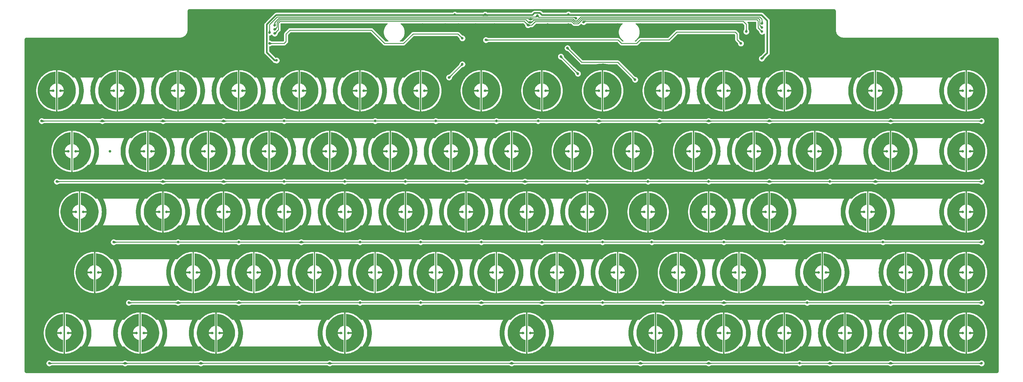
<source format=gtl>
G04 #@! TF.GenerationSoftware,KiCad,Pcbnew,(5.1.8-0-10_14)*
G04 #@! TF.CreationDate,2021-11-24T06:39:13+09:00*
G04 #@! TF.ProjectId,tc69,74633639-2e6b-4696-9361-645f70636258,rev?*
G04 #@! TF.SameCoordinates,Original*
G04 #@! TF.FileFunction,Copper,L1,Top*
G04 #@! TF.FilePolarity,Positive*
%FSLAX46Y46*%
G04 Gerber Fmt 4.6, Leading zero omitted, Abs format (unit mm)*
G04 Created by KiCad (PCBNEW (5.1.8-0-10_14)) date 2021-11-24 06:39:13*
%MOMM*%
%LPD*%
G01*
G04 APERTURE LIST*
G04 #@! TA.AperFunction,SMDPad,CuDef*
%ADD10C,0.100000*%
G04 #@! TD*
G04 #@! TA.AperFunction,ViaPad*
%ADD11C,0.800000*%
G04 #@! TD*
G04 #@! TA.AperFunction,Conductor*
%ADD12C,0.500000*%
G04 #@! TD*
G04 #@! TA.AperFunction,Conductor*
%ADD13C,0.250000*%
G04 #@! TD*
G04 #@! TA.AperFunction,Conductor*
%ADD14C,0.254000*%
G04 #@! TD*
G04 #@! TA.AperFunction,Conductor*
%ADD15C,0.100000*%
G04 #@! TD*
G04 #@! TA.AperFunction,Conductor*
%ADD16C,0.025400*%
G04 #@! TD*
G04 APERTURE END LIST*
G04 #@! TA.AperFunction,SMDPad,CuDef*
D10*
G36*
X127225994Y-74545130D02*
G01*
X126617148Y-74467768D01*
X126015472Y-74346675D01*
X125424101Y-74182482D01*
X124846121Y-73976045D01*
X124284543Y-73728440D01*
X123742295Y-73440959D01*
X123222205Y-73115099D01*
X122726984Y-72752561D01*
X122259214Y-72355233D01*
X121821333Y-71925188D01*
X121415625Y-71464668D01*
X121044205Y-70976073D01*
X120709009Y-70461951D01*
X120411785Y-69924982D01*
X120154081Y-69367966D01*
X119937243Y-68793806D01*
X119762400Y-68205497D01*
X119630464Y-67606104D01*
X119542122Y-66998755D01*
X119497836Y-66386614D01*
X119497836Y-65772872D01*
X119542122Y-65160731D01*
X119630464Y-64553382D01*
X119762400Y-63953989D01*
X119937243Y-63365680D01*
X120154081Y-62791520D01*
X120411785Y-62234504D01*
X120709009Y-61697535D01*
X121044205Y-61183413D01*
X121415625Y-60694818D01*
X121821333Y-60234298D01*
X122259214Y-59804253D01*
X122726984Y-59406925D01*
X123222205Y-59044387D01*
X123742295Y-58718527D01*
X124284543Y-58431046D01*
X124846121Y-58183441D01*
X125424101Y-57977004D01*
X126015472Y-57812811D01*
X126617148Y-57691718D01*
X127225994Y-57614356D01*
X127838835Y-57581128D01*
X128452476Y-57592209D01*
X129063718Y-57647540D01*
X129669373Y-57746832D01*
X130266286Y-57889568D01*
X130851343Y-58075004D01*
X131421494Y-58302173D01*
X131973767Y-58569891D01*
X132505282Y-58876761D01*
X132812228Y-59084876D01*
X127792295Y-59084876D01*
X127361223Y-59108248D01*
X126859821Y-59171957D01*
X126364323Y-59271681D01*
X125877312Y-59406899D01*
X125401328Y-59576906D01*
X124938852Y-59780816D01*
X124492295Y-60017565D01*
X124063986Y-60285920D01*
X123656156Y-60584481D01*
X123270934Y-60911692D01*
X122910327Y-61265847D01*
X122576214Y-61645099D01*
X122270339Y-62047471D01*
X121994295Y-62470866D01*
X121749522Y-62913076D01*
X121537296Y-63371795D01*
X121358723Y-63844632D01*
X121214734Y-64329122D01*
X121106081Y-64822739D01*
X121033329Y-65322910D01*
X120996858Y-65827026D01*
X120996858Y-66332460D01*
X121033329Y-66836576D01*
X121106081Y-67336747D01*
X121214734Y-67830364D01*
X121358723Y-68314854D01*
X121537296Y-68787691D01*
X121749522Y-69246410D01*
X121994295Y-69688620D01*
X122270339Y-70112015D01*
X122576214Y-70514387D01*
X122910327Y-70893639D01*
X123270934Y-71247794D01*
X123656156Y-71575005D01*
X124063986Y-71873566D01*
X124492295Y-72141921D01*
X124938852Y-72378670D01*
X125401328Y-72582580D01*
X125877312Y-72752587D01*
X126364323Y-72887805D01*
X126859821Y-72987529D01*
X127361223Y-73051238D01*
X127792295Y-73074610D01*
X127792295Y-59084876D01*
X132812228Y-59084876D01*
X133013269Y-59221185D01*
X133495078Y-59601366D01*
X133948199Y-60015322D01*
X134370268Y-60460895D01*
X134759086Y-60935762D01*
X135112625Y-61437448D01*
X135429041Y-61963336D01*
X135706686Y-62510686D01*
X135944112Y-63076642D01*
X136140080Y-63658256D01*
X136293570Y-64252494D01*
X136403780Y-64856259D01*
X136470137Y-65466402D01*
X136492295Y-66079743D01*
X134992295Y-66079743D01*
X134974048Y-65574639D01*
X134919401Y-65072168D01*
X134828639Y-64574950D01*
X134702236Y-64085577D01*
X134540850Y-63606601D01*
X134345323Y-63140519D01*
X134116674Y-62689761D01*
X133856096Y-62256676D01*
X133564946Y-61843523D01*
X133244744Y-61452456D01*
X132897157Y-61085514D01*
X132523999Y-60744609D01*
X132127215Y-60431518D01*
X131708873Y-60147876D01*
X131271154Y-59895159D01*
X130816341Y-59674685D01*
X130346805Y-59487605D01*
X129864993Y-59334893D01*
X129373418Y-59217346D01*
X128874643Y-59135576D01*
X128371267Y-59090009D01*
X128192295Y-59086777D01*
X128192295Y-73072709D01*
X128371267Y-73069477D01*
X128874643Y-73023910D01*
X129373418Y-72942140D01*
X129864993Y-72824593D01*
X130346805Y-72671881D01*
X130816341Y-72484801D01*
X131271154Y-72264327D01*
X131708873Y-72011610D01*
X132127215Y-71727968D01*
X132523999Y-71414877D01*
X132897157Y-71073972D01*
X133244744Y-70707030D01*
X133564946Y-70315963D01*
X133856096Y-69902810D01*
X134116674Y-69469725D01*
X134345323Y-69018967D01*
X134540850Y-68552885D01*
X134702236Y-68073909D01*
X134828639Y-67584536D01*
X134919401Y-67087318D01*
X134974048Y-66584847D01*
X134992295Y-66079743D01*
X136492295Y-66079743D01*
X136470137Y-66693084D01*
X136403780Y-67303227D01*
X136293570Y-67906992D01*
X136140080Y-68501230D01*
X135944112Y-69082844D01*
X135706686Y-69648800D01*
X135429041Y-70196150D01*
X135112625Y-70722038D01*
X134759086Y-71223724D01*
X134370268Y-71698591D01*
X133948199Y-72144164D01*
X133495078Y-72558120D01*
X133013269Y-72938301D01*
X132812229Y-73074610D01*
X132505282Y-73282725D01*
X131973767Y-73589595D01*
X131421494Y-73857313D01*
X130851343Y-74084482D01*
X130266286Y-74269918D01*
X129669373Y-74412654D01*
X129063718Y-74511946D01*
X128452476Y-74567277D01*
X127838835Y-74578358D01*
X127225994Y-74545130D01*
G37*
G04 #@! TD.AperFunction*
G04 #@! TA.AperFunction,SMDPad,CuDef*
G36*
X127592295Y-63865584D02*
G01*
X127312772Y-63934807D01*
X127044380Y-64039165D01*
X126791515Y-64176948D01*
X126558319Y-64345900D01*
X126348612Y-64543251D01*
X126165829Y-64765771D01*
X126012963Y-65009815D01*
X125892520Y-65271383D01*
X125806471Y-65546193D01*
X125756227Y-65829743D01*
X126992295Y-65829743D01*
X127087966Y-65848773D01*
X127169072Y-65902966D01*
X127223265Y-65984072D01*
X127242295Y-66079743D01*
X127223265Y-66175414D01*
X127169072Y-66256520D01*
X127087966Y-66310713D01*
X126992295Y-66329743D01*
X125756227Y-66329743D01*
X125806471Y-66613293D01*
X125892520Y-66888103D01*
X126012963Y-67149671D01*
X126165829Y-67393715D01*
X126348612Y-67616235D01*
X126558319Y-67813586D01*
X126791515Y-67982538D01*
X127044380Y-68120321D01*
X127312772Y-68224679D01*
X127592295Y-68293902D01*
X127592295Y-72066395D01*
X127107428Y-72014135D01*
X126628406Y-71922671D01*
X126158395Y-71792607D01*
X125700499Y-71624801D01*
X125257743Y-71420363D01*
X124833053Y-71180644D01*
X124429234Y-70907226D01*
X124048953Y-70601917D01*
X123694723Y-70266732D01*
X123368885Y-69903887D01*
X123073590Y-69515778D01*
X122810789Y-69104970D01*
X122582220Y-68674177D01*
X122389391Y-68226243D01*
X122233576Y-67764129D01*
X122115806Y-67290888D01*
X122036857Y-66809645D01*
X121997252Y-66323581D01*
X121997252Y-65835905D01*
X122036857Y-65349841D01*
X122115806Y-64868598D01*
X122233576Y-64395357D01*
X122389391Y-63933243D01*
X122582220Y-63485309D01*
X122810789Y-63054516D01*
X123073590Y-62643708D01*
X123368885Y-62255599D01*
X123694723Y-61892754D01*
X124048953Y-61557569D01*
X124429234Y-61252260D01*
X124833053Y-60978842D01*
X125257743Y-60739123D01*
X125700499Y-60534685D01*
X126158395Y-60366879D01*
X126628406Y-60236815D01*
X127107428Y-60145351D01*
X127592295Y-60093091D01*
X127592295Y-63865584D01*
G37*
G04 #@! TD.AperFunction*
G04 #@! TA.AperFunction,SMDPad,CuDef*
G36*
X128392295Y-68293902D02*
G01*
X128671818Y-68224679D01*
X128940210Y-68120321D01*
X129193075Y-67982538D01*
X129426271Y-67813586D01*
X129635978Y-67616235D01*
X129818761Y-67393715D01*
X129971627Y-67149671D01*
X130092070Y-66888103D01*
X130178119Y-66613293D01*
X130228363Y-66329743D01*
X128992295Y-66329743D01*
X128896624Y-66310713D01*
X128815518Y-66256520D01*
X128761325Y-66175414D01*
X128742295Y-66079743D01*
X128761325Y-65984072D01*
X128815518Y-65902966D01*
X128896624Y-65848773D01*
X128992295Y-65829743D01*
X130228363Y-65829743D01*
X130178119Y-65546193D01*
X130092070Y-65271383D01*
X129971627Y-65009815D01*
X129818761Y-64765771D01*
X129635978Y-64543251D01*
X129426271Y-64345900D01*
X129193075Y-64176948D01*
X128940210Y-64039165D01*
X128671818Y-63934807D01*
X128392295Y-63865584D01*
X128392295Y-60093091D01*
X128877162Y-60145351D01*
X129356184Y-60236815D01*
X129826195Y-60366879D01*
X130284091Y-60534685D01*
X130726847Y-60739123D01*
X131151537Y-60978842D01*
X131555356Y-61252260D01*
X131935637Y-61557569D01*
X132289867Y-61892754D01*
X132615705Y-62255599D01*
X132911000Y-62643708D01*
X133173801Y-63054516D01*
X133402370Y-63485309D01*
X133595199Y-63933243D01*
X133751014Y-64395357D01*
X133868784Y-64868598D01*
X133947733Y-65349841D01*
X133987338Y-65835905D01*
X133987338Y-66323581D01*
X133947733Y-66809645D01*
X133868784Y-67290888D01*
X133751014Y-67764129D01*
X133595199Y-68226243D01*
X133402370Y-68674177D01*
X133173801Y-69104970D01*
X132911000Y-69515778D01*
X132615705Y-69903887D01*
X132289867Y-70266732D01*
X131935637Y-70601917D01*
X131555356Y-70907226D01*
X131151537Y-71180644D01*
X130726847Y-71420363D01*
X130284091Y-71624801D01*
X129826195Y-71792607D01*
X129356184Y-71922671D01*
X128877162Y-72014135D01*
X128392295Y-72066395D01*
X128392295Y-68293902D01*
G37*
G04 #@! TD.AperFunction*
G04 #@! TA.AperFunction,SMDPad,CuDef*
G36*
X15307150Y-112645162D02*
G01*
X14698304Y-112567800D01*
X14096628Y-112446707D01*
X13505257Y-112282514D01*
X12927277Y-112076077D01*
X12365699Y-111828472D01*
X11823451Y-111540991D01*
X11303361Y-111215131D01*
X10808140Y-110852593D01*
X10340370Y-110455265D01*
X9902489Y-110025220D01*
X9496781Y-109564700D01*
X9125361Y-109076105D01*
X8790165Y-108561983D01*
X8492941Y-108025014D01*
X8235237Y-107467998D01*
X8018399Y-106893838D01*
X7843556Y-106305529D01*
X7711620Y-105706136D01*
X7623278Y-105098787D01*
X7578992Y-104486646D01*
X7578992Y-103872904D01*
X7623278Y-103260763D01*
X7711620Y-102653414D01*
X7843556Y-102054021D01*
X8018399Y-101465712D01*
X8235237Y-100891552D01*
X8492941Y-100334536D01*
X8790165Y-99797567D01*
X9125361Y-99283445D01*
X9496781Y-98794850D01*
X9902489Y-98334330D01*
X10340370Y-97904285D01*
X10808140Y-97506957D01*
X11303361Y-97144419D01*
X11823451Y-96818559D01*
X12365699Y-96531078D01*
X12927277Y-96283473D01*
X13505257Y-96077036D01*
X14096628Y-95912843D01*
X14698304Y-95791750D01*
X15307150Y-95714388D01*
X15919991Y-95681160D01*
X16533632Y-95692241D01*
X17144874Y-95747572D01*
X17750529Y-95846864D01*
X18347442Y-95989600D01*
X18932499Y-96175036D01*
X19502650Y-96402205D01*
X20054923Y-96669923D01*
X20586438Y-96976793D01*
X20893384Y-97184908D01*
X15873451Y-97184908D01*
X15442379Y-97208280D01*
X14940977Y-97271989D01*
X14445479Y-97371713D01*
X13958468Y-97506931D01*
X13482484Y-97676938D01*
X13020008Y-97880848D01*
X12573451Y-98117597D01*
X12145142Y-98385952D01*
X11737312Y-98684513D01*
X11352090Y-99011724D01*
X10991483Y-99365879D01*
X10657370Y-99745131D01*
X10351495Y-100147503D01*
X10075451Y-100570898D01*
X9830678Y-101013108D01*
X9618452Y-101471827D01*
X9439879Y-101944664D01*
X9295890Y-102429154D01*
X9187237Y-102922771D01*
X9114485Y-103422942D01*
X9078014Y-103927058D01*
X9078014Y-104432492D01*
X9114485Y-104936608D01*
X9187237Y-105436779D01*
X9295890Y-105930396D01*
X9439879Y-106414886D01*
X9618452Y-106887723D01*
X9830678Y-107346442D01*
X10075451Y-107788652D01*
X10351495Y-108212047D01*
X10657370Y-108614419D01*
X10991483Y-108993671D01*
X11352090Y-109347826D01*
X11737312Y-109675037D01*
X12145142Y-109973598D01*
X12573451Y-110241953D01*
X13020008Y-110478702D01*
X13482484Y-110682612D01*
X13958468Y-110852619D01*
X14445479Y-110987837D01*
X14940977Y-111087561D01*
X15442379Y-111151270D01*
X15873451Y-111174642D01*
X15873451Y-97184908D01*
X20893384Y-97184908D01*
X21094425Y-97321217D01*
X21576234Y-97701398D01*
X22029355Y-98115354D01*
X22451424Y-98560927D01*
X22840242Y-99035794D01*
X23193781Y-99537480D01*
X23510197Y-100063368D01*
X23787842Y-100610718D01*
X24025268Y-101176674D01*
X24221236Y-101758288D01*
X24374726Y-102352526D01*
X24484936Y-102956291D01*
X24551293Y-103566434D01*
X24573451Y-104179775D01*
X23073451Y-104179775D01*
X23055204Y-103674671D01*
X23000557Y-103172200D01*
X22909795Y-102674982D01*
X22783392Y-102185609D01*
X22622006Y-101706633D01*
X22426479Y-101240551D01*
X22197830Y-100789793D01*
X21937252Y-100356708D01*
X21646102Y-99943555D01*
X21325900Y-99552488D01*
X20978313Y-99185546D01*
X20605155Y-98844641D01*
X20208371Y-98531550D01*
X19790029Y-98247908D01*
X19352310Y-97995191D01*
X18897497Y-97774717D01*
X18427961Y-97587637D01*
X17946149Y-97434925D01*
X17454574Y-97317378D01*
X16955799Y-97235608D01*
X16452423Y-97190041D01*
X16273451Y-97186809D01*
X16273451Y-111172741D01*
X16452423Y-111169509D01*
X16955799Y-111123942D01*
X17454574Y-111042172D01*
X17946149Y-110924625D01*
X18427961Y-110771913D01*
X18897497Y-110584833D01*
X19352310Y-110364359D01*
X19790029Y-110111642D01*
X20208371Y-109828000D01*
X20605155Y-109514909D01*
X20978313Y-109174004D01*
X21325900Y-108807062D01*
X21646102Y-108415995D01*
X21937252Y-108002842D01*
X22197830Y-107569757D01*
X22426479Y-107118999D01*
X22622006Y-106652917D01*
X22783392Y-106173941D01*
X22909795Y-105684568D01*
X23000557Y-105187350D01*
X23055204Y-104684879D01*
X23073451Y-104179775D01*
X24573451Y-104179775D01*
X24551293Y-104793116D01*
X24484936Y-105403259D01*
X24374726Y-106007024D01*
X24221236Y-106601262D01*
X24025268Y-107182876D01*
X23787842Y-107748832D01*
X23510197Y-108296182D01*
X23193781Y-108822070D01*
X22840242Y-109323756D01*
X22451424Y-109798623D01*
X22029355Y-110244196D01*
X21576234Y-110658152D01*
X21094425Y-111038333D01*
X20893385Y-111174642D01*
X20586438Y-111382757D01*
X20054923Y-111689627D01*
X19502650Y-111957345D01*
X18932499Y-112184514D01*
X18347442Y-112369950D01*
X17750529Y-112512686D01*
X17144874Y-112611978D01*
X16533632Y-112667309D01*
X15919991Y-112678390D01*
X15307150Y-112645162D01*
G37*
G04 #@! TD.AperFunction*
G04 #@! TA.AperFunction,SMDPad,CuDef*
G36*
X15673451Y-101965616D02*
G01*
X15393928Y-102034839D01*
X15125536Y-102139197D01*
X14872671Y-102276980D01*
X14639475Y-102445932D01*
X14429768Y-102643283D01*
X14246985Y-102865803D01*
X14094119Y-103109847D01*
X13973676Y-103371415D01*
X13887627Y-103646225D01*
X13837383Y-103929775D01*
X15073451Y-103929775D01*
X15169122Y-103948805D01*
X15250228Y-104002998D01*
X15304421Y-104084104D01*
X15323451Y-104179775D01*
X15304421Y-104275446D01*
X15250228Y-104356552D01*
X15169122Y-104410745D01*
X15073451Y-104429775D01*
X13837383Y-104429775D01*
X13887627Y-104713325D01*
X13973676Y-104988135D01*
X14094119Y-105249703D01*
X14246985Y-105493747D01*
X14429768Y-105716267D01*
X14639475Y-105913618D01*
X14872671Y-106082570D01*
X15125536Y-106220353D01*
X15393928Y-106324711D01*
X15673451Y-106393934D01*
X15673451Y-110166427D01*
X15188584Y-110114167D01*
X14709562Y-110022703D01*
X14239551Y-109892639D01*
X13781655Y-109724833D01*
X13338899Y-109520395D01*
X12914209Y-109280676D01*
X12510390Y-109007258D01*
X12130109Y-108701949D01*
X11775879Y-108366764D01*
X11450041Y-108003919D01*
X11154746Y-107615810D01*
X10891945Y-107205002D01*
X10663376Y-106774209D01*
X10470547Y-106326275D01*
X10314732Y-105864161D01*
X10196962Y-105390920D01*
X10118013Y-104909677D01*
X10078408Y-104423613D01*
X10078408Y-103935937D01*
X10118013Y-103449873D01*
X10196962Y-102968630D01*
X10314732Y-102495389D01*
X10470547Y-102033275D01*
X10663376Y-101585341D01*
X10891945Y-101154548D01*
X11154746Y-100743740D01*
X11450041Y-100355631D01*
X11775879Y-99992786D01*
X12130109Y-99657601D01*
X12510390Y-99352292D01*
X12914209Y-99078874D01*
X13338899Y-98839155D01*
X13781655Y-98634717D01*
X14239551Y-98466911D01*
X14709562Y-98336847D01*
X15188584Y-98245383D01*
X15673451Y-98193123D01*
X15673451Y-101965616D01*
G37*
G04 #@! TD.AperFunction*
G04 #@! TA.AperFunction,SMDPad,CuDef*
G36*
X16473451Y-106393934D02*
G01*
X16752974Y-106324711D01*
X17021366Y-106220353D01*
X17274231Y-106082570D01*
X17507427Y-105913618D01*
X17717134Y-105716267D01*
X17899917Y-105493747D01*
X18052783Y-105249703D01*
X18173226Y-104988135D01*
X18259275Y-104713325D01*
X18309519Y-104429775D01*
X17073451Y-104429775D01*
X16977780Y-104410745D01*
X16896674Y-104356552D01*
X16842481Y-104275446D01*
X16823451Y-104179775D01*
X16842481Y-104084104D01*
X16896674Y-104002998D01*
X16977780Y-103948805D01*
X17073451Y-103929775D01*
X18309519Y-103929775D01*
X18259275Y-103646225D01*
X18173226Y-103371415D01*
X18052783Y-103109847D01*
X17899917Y-102865803D01*
X17717134Y-102643283D01*
X17507427Y-102445932D01*
X17274231Y-102276980D01*
X17021366Y-102139197D01*
X16752974Y-102034839D01*
X16473451Y-101965616D01*
X16473451Y-98193123D01*
X16958318Y-98245383D01*
X17437340Y-98336847D01*
X17907351Y-98466911D01*
X18365247Y-98634717D01*
X18808003Y-98839155D01*
X19232693Y-99078874D01*
X19636512Y-99352292D01*
X20016793Y-99657601D01*
X20371023Y-99992786D01*
X20696861Y-100355631D01*
X20992156Y-100743740D01*
X21254957Y-101154548D01*
X21483526Y-101585341D01*
X21676355Y-102033275D01*
X21832170Y-102495389D01*
X21949940Y-102968630D01*
X22028889Y-103449873D01*
X22068494Y-103935937D01*
X22068494Y-104423613D01*
X22028889Y-104909677D01*
X21949940Y-105390920D01*
X21832170Y-105864161D01*
X21676355Y-106326275D01*
X21483526Y-106774209D01*
X21254957Y-107205002D01*
X20992156Y-107615810D01*
X20696861Y-108003919D01*
X20371023Y-108366764D01*
X20016793Y-108701949D01*
X19636512Y-109007258D01*
X19232693Y-109280676D01*
X18808003Y-109520395D01*
X18365247Y-109724833D01*
X17907351Y-109892639D01*
X17437340Y-110022703D01*
X16958318Y-110114167D01*
X16473451Y-110166427D01*
X16473451Y-106393934D01*
G37*
G04 #@! TD.AperFunction*
G04 #@! TA.AperFunction,SMDPad,CuDef*
G36*
X194267351Y-44815568D02*
G01*
X193987828Y-44884791D01*
X193719436Y-44989149D01*
X193466571Y-45126932D01*
X193233375Y-45295884D01*
X193023668Y-45493235D01*
X192840885Y-45715755D01*
X192688019Y-45959799D01*
X192567576Y-46221367D01*
X192481527Y-46496177D01*
X192431283Y-46779727D01*
X193667351Y-46779727D01*
X193763022Y-46798757D01*
X193844128Y-46852950D01*
X193898321Y-46934056D01*
X193917351Y-47029727D01*
X193898321Y-47125398D01*
X193844128Y-47206504D01*
X193763022Y-47260697D01*
X193667351Y-47279727D01*
X192431283Y-47279727D01*
X192481527Y-47563277D01*
X192567576Y-47838087D01*
X192688019Y-48099655D01*
X192840885Y-48343699D01*
X193023668Y-48566219D01*
X193233375Y-48763570D01*
X193466571Y-48932522D01*
X193719436Y-49070305D01*
X193987828Y-49174663D01*
X194267351Y-49243886D01*
X194267351Y-53016379D01*
X193782484Y-52964119D01*
X193303462Y-52872655D01*
X192833451Y-52742591D01*
X192375555Y-52574785D01*
X191932799Y-52370347D01*
X191508109Y-52130628D01*
X191104290Y-51857210D01*
X190724009Y-51551901D01*
X190369779Y-51216716D01*
X190043941Y-50853871D01*
X189748646Y-50465762D01*
X189485845Y-50054954D01*
X189257276Y-49624161D01*
X189064447Y-49176227D01*
X188908632Y-48714113D01*
X188790862Y-48240872D01*
X188711913Y-47759629D01*
X188672308Y-47273565D01*
X188672308Y-46785889D01*
X188711913Y-46299825D01*
X188790862Y-45818582D01*
X188908632Y-45345341D01*
X189064447Y-44883227D01*
X189257276Y-44435293D01*
X189485845Y-44004500D01*
X189748646Y-43593692D01*
X190043941Y-43205583D01*
X190369779Y-42842738D01*
X190724009Y-42507553D01*
X191104290Y-42202244D01*
X191508109Y-41928826D01*
X191932799Y-41689107D01*
X192375555Y-41484669D01*
X192833451Y-41316863D01*
X193303462Y-41186799D01*
X193782484Y-41095335D01*
X194267351Y-41043075D01*
X194267351Y-44815568D01*
G37*
G04 #@! TD.AperFunction*
G04 #@! TA.AperFunction,SMDPad,CuDef*
G36*
X195067351Y-49243886D02*
G01*
X195346874Y-49174663D01*
X195615266Y-49070305D01*
X195868131Y-48932522D01*
X196101327Y-48763570D01*
X196311034Y-48566219D01*
X196493817Y-48343699D01*
X196646683Y-48099655D01*
X196767126Y-47838087D01*
X196853175Y-47563277D01*
X196903419Y-47279727D01*
X195667351Y-47279727D01*
X195571680Y-47260697D01*
X195490574Y-47206504D01*
X195436381Y-47125398D01*
X195417351Y-47029727D01*
X195436381Y-46934056D01*
X195490574Y-46852950D01*
X195571680Y-46798757D01*
X195667351Y-46779727D01*
X196903419Y-46779727D01*
X196853175Y-46496177D01*
X196767126Y-46221367D01*
X196646683Y-45959799D01*
X196493817Y-45715755D01*
X196311034Y-45493235D01*
X196101327Y-45295884D01*
X195868131Y-45126932D01*
X195615266Y-44989149D01*
X195346874Y-44884791D01*
X195067351Y-44815568D01*
X195067351Y-41043075D01*
X195552218Y-41095335D01*
X196031240Y-41186799D01*
X196501251Y-41316863D01*
X196959147Y-41484669D01*
X197401903Y-41689107D01*
X197826593Y-41928826D01*
X198230412Y-42202244D01*
X198610693Y-42507553D01*
X198964923Y-42842738D01*
X199290761Y-43205583D01*
X199586056Y-43593692D01*
X199848857Y-44004500D01*
X200077426Y-44435293D01*
X200270255Y-44883227D01*
X200426070Y-45345341D01*
X200543840Y-45818582D01*
X200622789Y-46299825D01*
X200662394Y-46785889D01*
X200662394Y-47273565D01*
X200622789Y-47759629D01*
X200543840Y-48240872D01*
X200426070Y-48714113D01*
X200270255Y-49176227D01*
X200077426Y-49624161D01*
X199848857Y-50054954D01*
X199586056Y-50465762D01*
X199290761Y-50853871D01*
X198964923Y-51216716D01*
X198610693Y-51551901D01*
X198230412Y-51857210D01*
X197826593Y-52130628D01*
X197401903Y-52370347D01*
X196959147Y-52574785D01*
X196501251Y-52742591D01*
X196031240Y-52872655D01*
X195552218Y-52964119D01*
X195067351Y-53016379D01*
X195067351Y-49243886D01*
G37*
G04 #@! TD.AperFunction*
G04 #@! TA.AperFunction,SMDPad,CuDef*
G36*
X195433652Y-38564340D02*
G01*
X196042498Y-38641702D01*
X196644174Y-38762795D01*
X197235545Y-38926988D01*
X197813525Y-39133425D01*
X198375103Y-39381030D01*
X198917351Y-39668511D01*
X199437441Y-39994371D01*
X199932662Y-40356909D01*
X200400432Y-40754237D01*
X200838313Y-41184282D01*
X201244021Y-41644802D01*
X201615441Y-42133397D01*
X201950637Y-42647519D01*
X202247861Y-43184488D01*
X202505565Y-43741504D01*
X202722403Y-44315664D01*
X202897246Y-44903973D01*
X203029182Y-45503366D01*
X203117524Y-46110715D01*
X203161810Y-46722856D01*
X203161810Y-47336598D01*
X203117524Y-47948739D01*
X203029182Y-48556088D01*
X202897246Y-49155481D01*
X202722403Y-49743790D01*
X202505565Y-50317950D01*
X202247861Y-50874966D01*
X201950637Y-51411935D01*
X201615441Y-51926057D01*
X201244021Y-52414652D01*
X200838313Y-52875172D01*
X200400432Y-53305217D01*
X199932662Y-53702545D01*
X199437441Y-54065083D01*
X198917351Y-54390943D01*
X198375103Y-54678424D01*
X197813525Y-54926029D01*
X197235545Y-55132466D01*
X196644174Y-55296659D01*
X196042498Y-55417752D01*
X195433652Y-55495114D01*
X194820811Y-55528342D01*
X194207170Y-55517261D01*
X193595928Y-55461930D01*
X192990273Y-55362638D01*
X192393360Y-55219902D01*
X191808303Y-55034466D01*
X191238152Y-54807297D01*
X190685879Y-54539579D01*
X190154364Y-54232709D01*
X189847418Y-54024594D01*
X194867351Y-54024594D01*
X195298423Y-54001222D01*
X195799825Y-53937513D01*
X196295323Y-53837789D01*
X196782334Y-53702571D01*
X197258318Y-53532564D01*
X197720794Y-53328654D01*
X198167351Y-53091905D01*
X198595660Y-52823550D01*
X199003490Y-52524989D01*
X199388712Y-52197778D01*
X199749319Y-51843623D01*
X200083432Y-51464371D01*
X200389307Y-51061999D01*
X200665351Y-50638604D01*
X200910124Y-50196394D01*
X201122350Y-49737675D01*
X201300923Y-49264838D01*
X201444912Y-48780348D01*
X201553565Y-48286731D01*
X201626317Y-47786560D01*
X201662788Y-47282444D01*
X201662788Y-46777010D01*
X201626317Y-46272894D01*
X201553565Y-45772723D01*
X201444912Y-45279106D01*
X201300923Y-44794616D01*
X201122350Y-44321779D01*
X200910124Y-43863060D01*
X200665351Y-43420850D01*
X200389307Y-42997455D01*
X200083432Y-42595083D01*
X199749319Y-42215831D01*
X199388712Y-41861676D01*
X199003490Y-41534465D01*
X198595660Y-41235904D01*
X198167351Y-40967549D01*
X197720794Y-40730800D01*
X197258318Y-40526890D01*
X196782334Y-40356883D01*
X196295323Y-40221665D01*
X195799825Y-40121941D01*
X195298423Y-40058232D01*
X194867351Y-40034860D01*
X194867351Y-54024594D01*
X189847418Y-54024594D01*
X189646377Y-53888285D01*
X189164568Y-53508104D01*
X188711447Y-53094148D01*
X188289378Y-52648575D01*
X187900560Y-52173708D01*
X187547021Y-51672022D01*
X187230605Y-51146134D01*
X186952960Y-50598784D01*
X186715534Y-50032828D01*
X186519566Y-49451214D01*
X186366076Y-48856976D01*
X186255866Y-48253211D01*
X186189509Y-47643068D01*
X186167351Y-47029727D01*
X187667351Y-47029727D01*
X187685598Y-47534831D01*
X187740245Y-48037302D01*
X187831007Y-48534520D01*
X187957410Y-49023893D01*
X188118796Y-49502869D01*
X188314323Y-49968951D01*
X188542972Y-50419709D01*
X188803550Y-50852794D01*
X189094700Y-51265947D01*
X189414902Y-51657014D01*
X189762489Y-52023956D01*
X190135647Y-52364861D01*
X190532431Y-52677952D01*
X190950773Y-52961594D01*
X191388492Y-53214311D01*
X191843305Y-53434785D01*
X192312841Y-53621865D01*
X192794653Y-53774577D01*
X193286228Y-53892124D01*
X193785003Y-53973894D01*
X194288379Y-54019461D01*
X194467351Y-54022693D01*
X194467351Y-40036761D01*
X194288379Y-40039993D01*
X193785003Y-40085560D01*
X193286228Y-40167330D01*
X192794653Y-40284877D01*
X192312841Y-40437589D01*
X191843305Y-40624669D01*
X191388492Y-40845143D01*
X190950773Y-41097860D01*
X190532431Y-41381502D01*
X190135647Y-41694593D01*
X189762489Y-42035498D01*
X189414902Y-42402440D01*
X189094700Y-42793507D01*
X188803550Y-43206660D01*
X188542972Y-43639745D01*
X188314323Y-44090503D01*
X188118796Y-44556585D01*
X187957410Y-45035561D01*
X187831007Y-45524934D01*
X187740245Y-46022152D01*
X187685598Y-46524623D01*
X187667351Y-47029727D01*
X186167351Y-47029727D01*
X186189509Y-46416386D01*
X186255866Y-45806243D01*
X186366076Y-45202478D01*
X186519566Y-44608240D01*
X186715534Y-44026626D01*
X186952960Y-43460670D01*
X187230605Y-42913320D01*
X187547021Y-42387432D01*
X187900560Y-41885746D01*
X188289378Y-41410879D01*
X188711447Y-40965306D01*
X189164568Y-40551350D01*
X189646377Y-40171169D01*
X189847417Y-40034860D01*
X190154364Y-39826745D01*
X190685879Y-39519875D01*
X191238152Y-39252157D01*
X191808303Y-39024988D01*
X192393360Y-38839552D01*
X192990273Y-38696816D01*
X193595928Y-38597524D01*
X194207170Y-38542193D01*
X194820811Y-38531112D01*
X195433652Y-38564340D01*
G37*
G04 #@! TD.AperFunction*
G04 #@! TA.AperFunction,SMDPad,CuDef*
G36*
X98650970Y-55495114D02*
G01*
X98042124Y-55417752D01*
X97440448Y-55296659D01*
X96849077Y-55132466D01*
X96271097Y-54926029D01*
X95709519Y-54678424D01*
X95167271Y-54390943D01*
X94647181Y-54065083D01*
X94151960Y-53702545D01*
X93684190Y-53305217D01*
X93246309Y-52875172D01*
X92840601Y-52414652D01*
X92469181Y-51926057D01*
X92133985Y-51411935D01*
X91836761Y-50874966D01*
X91579057Y-50317950D01*
X91362219Y-49743790D01*
X91187376Y-49155481D01*
X91055440Y-48556088D01*
X90967098Y-47948739D01*
X90922812Y-47336598D01*
X90922812Y-46722856D01*
X90967098Y-46110715D01*
X91055440Y-45503366D01*
X91187376Y-44903973D01*
X91362219Y-44315664D01*
X91579057Y-43741504D01*
X91836761Y-43184488D01*
X92133985Y-42647519D01*
X92469181Y-42133397D01*
X92840601Y-41644802D01*
X93246309Y-41184282D01*
X93684190Y-40754237D01*
X94151960Y-40356909D01*
X94647181Y-39994371D01*
X95167271Y-39668511D01*
X95709519Y-39381030D01*
X96271097Y-39133425D01*
X96849077Y-38926988D01*
X97440448Y-38762795D01*
X98042124Y-38641702D01*
X98650970Y-38564340D01*
X99263811Y-38531112D01*
X99877452Y-38542193D01*
X100488694Y-38597524D01*
X101094349Y-38696816D01*
X101691262Y-38839552D01*
X102276319Y-39024988D01*
X102846470Y-39252157D01*
X103398743Y-39519875D01*
X103930258Y-39826745D01*
X104237204Y-40034860D01*
X99217271Y-40034860D01*
X98786199Y-40058232D01*
X98284797Y-40121941D01*
X97789299Y-40221665D01*
X97302288Y-40356883D01*
X96826304Y-40526890D01*
X96363828Y-40730800D01*
X95917271Y-40967549D01*
X95488962Y-41235904D01*
X95081132Y-41534465D01*
X94695910Y-41861676D01*
X94335303Y-42215831D01*
X94001190Y-42595083D01*
X93695315Y-42997455D01*
X93419271Y-43420850D01*
X93174498Y-43863060D01*
X92962272Y-44321779D01*
X92783699Y-44794616D01*
X92639710Y-45279106D01*
X92531057Y-45772723D01*
X92458305Y-46272894D01*
X92421834Y-46777010D01*
X92421834Y-47282444D01*
X92458305Y-47786560D01*
X92531057Y-48286731D01*
X92639710Y-48780348D01*
X92783699Y-49264838D01*
X92962272Y-49737675D01*
X93174498Y-50196394D01*
X93419271Y-50638604D01*
X93695315Y-51061999D01*
X94001190Y-51464371D01*
X94335303Y-51843623D01*
X94695910Y-52197778D01*
X95081132Y-52524989D01*
X95488962Y-52823550D01*
X95917271Y-53091905D01*
X96363828Y-53328654D01*
X96826304Y-53532564D01*
X97302288Y-53702571D01*
X97789299Y-53837789D01*
X98284797Y-53937513D01*
X98786199Y-54001222D01*
X99217271Y-54024594D01*
X99217271Y-40034860D01*
X104237204Y-40034860D01*
X104438245Y-40171169D01*
X104920054Y-40551350D01*
X105373175Y-40965306D01*
X105795244Y-41410879D01*
X106184062Y-41885746D01*
X106537601Y-42387432D01*
X106854017Y-42913320D01*
X107131662Y-43460670D01*
X107369088Y-44026626D01*
X107565056Y-44608240D01*
X107718546Y-45202478D01*
X107828756Y-45806243D01*
X107895113Y-46416386D01*
X107917271Y-47029727D01*
X106417271Y-47029727D01*
X106399024Y-46524623D01*
X106344377Y-46022152D01*
X106253615Y-45524934D01*
X106127212Y-45035561D01*
X105965826Y-44556585D01*
X105770299Y-44090503D01*
X105541650Y-43639745D01*
X105281072Y-43206660D01*
X104989922Y-42793507D01*
X104669720Y-42402440D01*
X104322133Y-42035498D01*
X103948975Y-41694593D01*
X103552191Y-41381502D01*
X103133849Y-41097860D01*
X102696130Y-40845143D01*
X102241317Y-40624669D01*
X101771781Y-40437589D01*
X101289969Y-40284877D01*
X100798394Y-40167330D01*
X100299619Y-40085560D01*
X99796243Y-40039993D01*
X99617271Y-40036761D01*
X99617271Y-54022693D01*
X99796243Y-54019461D01*
X100299619Y-53973894D01*
X100798394Y-53892124D01*
X101289969Y-53774577D01*
X101771781Y-53621865D01*
X102241317Y-53434785D01*
X102696130Y-53214311D01*
X103133849Y-52961594D01*
X103552191Y-52677952D01*
X103948975Y-52364861D01*
X104322133Y-52023956D01*
X104669720Y-51657014D01*
X104989922Y-51265947D01*
X105281072Y-50852794D01*
X105541650Y-50419709D01*
X105770299Y-49968951D01*
X105965826Y-49502869D01*
X106127212Y-49023893D01*
X106253615Y-48534520D01*
X106344377Y-48037302D01*
X106399024Y-47534831D01*
X106417271Y-47029727D01*
X107917271Y-47029727D01*
X107895113Y-47643068D01*
X107828756Y-48253211D01*
X107718546Y-48856976D01*
X107565056Y-49451214D01*
X107369088Y-50032828D01*
X107131662Y-50598784D01*
X106854017Y-51146134D01*
X106537601Y-51672022D01*
X106184062Y-52173708D01*
X105795244Y-52648575D01*
X105373175Y-53094148D01*
X104920054Y-53508104D01*
X104438245Y-53888285D01*
X104237205Y-54024594D01*
X103930258Y-54232709D01*
X103398743Y-54539579D01*
X102846470Y-54807297D01*
X102276319Y-55034466D01*
X101691262Y-55219902D01*
X101094349Y-55362638D01*
X100488694Y-55461930D01*
X99877452Y-55517261D01*
X99263811Y-55528342D01*
X98650970Y-55495114D01*
G37*
G04 #@! TD.AperFunction*
G04 #@! TA.AperFunction,SMDPad,CuDef*
G36*
X99017271Y-44815568D02*
G01*
X98737748Y-44884791D01*
X98469356Y-44989149D01*
X98216491Y-45126932D01*
X97983295Y-45295884D01*
X97773588Y-45493235D01*
X97590805Y-45715755D01*
X97437939Y-45959799D01*
X97317496Y-46221367D01*
X97231447Y-46496177D01*
X97181203Y-46779727D01*
X98417271Y-46779727D01*
X98512942Y-46798757D01*
X98594048Y-46852950D01*
X98648241Y-46934056D01*
X98667271Y-47029727D01*
X98648241Y-47125398D01*
X98594048Y-47206504D01*
X98512942Y-47260697D01*
X98417271Y-47279727D01*
X97181203Y-47279727D01*
X97231447Y-47563277D01*
X97317496Y-47838087D01*
X97437939Y-48099655D01*
X97590805Y-48343699D01*
X97773588Y-48566219D01*
X97983295Y-48763570D01*
X98216491Y-48932522D01*
X98469356Y-49070305D01*
X98737748Y-49174663D01*
X99017271Y-49243886D01*
X99017271Y-53016379D01*
X98532404Y-52964119D01*
X98053382Y-52872655D01*
X97583371Y-52742591D01*
X97125475Y-52574785D01*
X96682719Y-52370347D01*
X96258029Y-52130628D01*
X95854210Y-51857210D01*
X95473929Y-51551901D01*
X95119699Y-51216716D01*
X94793861Y-50853871D01*
X94498566Y-50465762D01*
X94235765Y-50054954D01*
X94007196Y-49624161D01*
X93814367Y-49176227D01*
X93658552Y-48714113D01*
X93540782Y-48240872D01*
X93461833Y-47759629D01*
X93422228Y-47273565D01*
X93422228Y-46785889D01*
X93461833Y-46299825D01*
X93540782Y-45818582D01*
X93658552Y-45345341D01*
X93814367Y-44883227D01*
X94007196Y-44435293D01*
X94235765Y-44004500D01*
X94498566Y-43593692D01*
X94793861Y-43205583D01*
X95119699Y-42842738D01*
X95473929Y-42507553D01*
X95854210Y-42202244D01*
X96258029Y-41928826D01*
X96682719Y-41689107D01*
X97125475Y-41484669D01*
X97583371Y-41316863D01*
X98053382Y-41186799D01*
X98532404Y-41095335D01*
X99017271Y-41043075D01*
X99017271Y-44815568D01*
G37*
G04 #@! TD.AperFunction*
G04 #@! TA.AperFunction,SMDPad,CuDef*
G36*
X99817271Y-49243886D02*
G01*
X100096794Y-49174663D01*
X100365186Y-49070305D01*
X100618051Y-48932522D01*
X100851247Y-48763570D01*
X101060954Y-48566219D01*
X101243737Y-48343699D01*
X101396603Y-48099655D01*
X101517046Y-47838087D01*
X101603095Y-47563277D01*
X101653339Y-47279727D01*
X100417271Y-47279727D01*
X100321600Y-47260697D01*
X100240494Y-47206504D01*
X100186301Y-47125398D01*
X100167271Y-47029727D01*
X100186301Y-46934056D01*
X100240494Y-46852950D01*
X100321600Y-46798757D01*
X100417271Y-46779727D01*
X101653339Y-46779727D01*
X101603095Y-46496177D01*
X101517046Y-46221367D01*
X101396603Y-45959799D01*
X101243737Y-45715755D01*
X101060954Y-45493235D01*
X100851247Y-45295884D01*
X100618051Y-45126932D01*
X100365186Y-44989149D01*
X100096794Y-44884791D01*
X99817271Y-44815568D01*
X99817271Y-41043075D01*
X100302138Y-41095335D01*
X100781160Y-41186799D01*
X101251171Y-41316863D01*
X101709067Y-41484669D01*
X102151823Y-41689107D01*
X102576513Y-41928826D01*
X102980332Y-42202244D01*
X103360613Y-42507553D01*
X103714843Y-42842738D01*
X104040681Y-43205583D01*
X104335976Y-43593692D01*
X104598777Y-44004500D01*
X104827346Y-44435293D01*
X105020175Y-44883227D01*
X105175990Y-45345341D01*
X105293760Y-45818582D01*
X105372709Y-46299825D01*
X105412314Y-46785889D01*
X105412314Y-47273565D01*
X105372709Y-47759629D01*
X105293760Y-48240872D01*
X105175990Y-48714113D01*
X105020175Y-49176227D01*
X104827346Y-49624161D01*
X104598777Y-50054954D01*
X104335976Y-50465762D01*
X104040681Y-50853871D01*
X103714843Y-51216716D01*
X103360613Y-51551901D01*
X102980332Y-51857210D01*
X102576513Y-52130628D01*
X102151823Y-52370347D01*
X101709067Y-52574785D01*
X101251171Y-52742591D01*
X100781160Y-52872655D01*
X100302138Y-52964119D01*
X99817271Y-53016379D01*
X99817271Y-49243886D01*
G37*
G04 #@! TD.AperFunction*
G04 #@! TA.AperFunction,SMDPad,CuDef*
G36*
X8529695Y-63865584D02*
G01*
X8250172Y-63934807D01*
X7981780Y-64039165D01*
X7728915Y-64176948D01*
X7495719Y-64345900D01*
X7286012Y-64543251D01*
X7103229Y-64765771D01*
X6950363Y-65009815D01*
X6829920Y-65271383D01*
X6743871Y-65546193D01*
X6693627Y-65829743D01*
X7929695Y-65829743D01*
X8025366Y-65848773D01*
X8106472Y-65902966D01*
X8160665Y-65984072D01*
X8179695Y-66079743D01*
X8160665Y-66175414D01*
X8106472Y-66256520D01*
X8025366Y-66310713D01*
X7929695Y-66329743D01*
X6693627Y-66329743D01*
X6743871Y-66613293D01*
X6829920Y-66888103D01*
X6950363Y-67149671D01*
X7103229Y-67393715D01*
X7286012Y-67616235D01*
X7495719Y-67813586D01*
X7728915Y-67982538D01*
X7981780Y-68120321D01*
X8250172Y-68224679D01*
X8529695Y-68293902D01*
X8529695Y-72066395D01*
X8044828Y-72014135D01*
X7565806Y-71922671D01*
X7095795Y-71792607D01*
X6637899Y-71624801D01*
X6195143Y-71420363D01*
X5770453Y-71180644D01*
X5366634Y-70907226D01*
X4986353Y-70601917D01*
X4632123Y-70266732D01*
X4306285Y-69903887D01*
X4010990Y-69515778D01*
X3748189Y-69104970D01*
X3519620Y-68674177D01*
X3326791Y-68226243D01*
X3170976Y-67764129D01*
X3053206Y-67290888D01*
X2974257Y-66809645D01*
X2934652Y-66323581D01*
X2934652Y-65835905D01*
X2974257Y-65349841D01*
X3053206Y-64868598D01*
X3170976Y-64395357D01*
X3326791Y-63933243D01*
X3519620Y-63485309D01*
X3748189Y-63054516D01*
X4010990Y-62643708D01*
X4306285Y-62255599D01*
X4632123Y-61892754D01*
X4986353Y-61557569D01*
X5366634Y-61252260D01*
X5770453Y-60978842D01*
X6195143Y-60739123D01*
X6637899Y-60534685D01*
X7095795Y-60366879D01*
X7565806Y-60236815D01*
X8044828Y-60145351D01*
X8529695Y-60093091D01*
X8529695Y-63865584D01*
G37*
G04 #@! TD.AperFunction*
G04 #@! TA.AperFunction,SMDPad,CuDef*
G36*
X9329695Y-68293902D02*
G01*
X9609218Y-68224679D01*
X9877610Y-68120321D01*
X10130475Y-67982538D01*
X10363671Y-67813586D01*
X10573378Y-67616235D01*
X10756161Y-67393715D01*
X10909027Y-67149671D01*
X11029470Y-66888103D01*
X11115519Y-66613293D01*
X11165763Y-66329743D01*
X9929695Y-66329743D01*
X9834024Y-66310713D01*
X9752918Y-66256520D01*
X9698725Y-66175414D01*
X9679695Y-66079743D01*
X9698725Y-65984072D01*
X9752918Y-65902966D01*
X9834024Y-65848773D01*
X9929695Y-65829743D01*
X11165763Y-65829743D01*
X11115519Y-65546193D01*
X11029470Y-65271383D01*
X10909027Y-65009815D01*
X10756161Y-64765771D01*
X10573378Y-64543251D01*
X10363671Y-64345900D01*
X10130475Y-64176948D01*
X9877610Y-64039165D01*
X9609218Y-63934807D01*
X9329695Y-63865584D01*
X9329695Y-60093091D01*
X9814562Y-60145351D01*
X10293584Y-60236815D01*
X10763595Y-60366879D01*
X11221491Y-60534685D01*
X11664247Y-60739123D01*
X12088937Y-60978842D01*
X12492756Y-61252260D01*
X12873037Y-61557569D01*
X13227267Y-61892754D01*
X13553105Y-62255599D01*
X13848400Y-62643708D01*
X14111201Y-63054516D01*
X14339770Y-63485309D01*
X14532599Y-63933243D01*
X14688414Y-64395357D01*
X14806184Y-64868598D01*
X14885133Y-65349841D01*
X14924738Y-65835905D01*
X14924738Y-66323581D01*
X14885133Y-66809645D01*
X14806184Y-67290888D01*
X14688414Y-67764129D01*
X14532599Y-68226243D01*
X14339770Y-68674177D01*
X14111201Y-69104970D01*
X13848400Y-69515778D01*
X13553105Y-69903887D01*
X13227267Y-70266732D01*
X12873037Y-70601917D01*
X12492756Y-70907226D01*
X12088937Y-71180644D01*
X11664247Y-71420363D01*
X11221491Y-71624801D01*
X10763595Y-71792607D01*
X10293584Y-71922671D01*
X9814562Y-72014135D01*
X9329695Y-72066395D01*
X9329695Y-68293902D01*
G37*
G04 #@! TD.AperFunction*
G04 #@! TA.AperFunction,SMDPad,CuDef*
G36*
X9695996Y-57614356D02*
G01*
X10304842Y-57691718D01*
X10906518Y-57812811D01*
X11497889Y-57977004D01*
X12075869Y-58183441D01*
X12637447Y-58431046D01*
X13179695Y-58718527D01*
X13699785Y-59044387D01*
X14195006Y-59406925D01*
X14662776Y-59804253D01*
X15100657Y-60234298D01*
X15506365Y-60694818D01*
X15877785Y-61183413D01*
X16212981Y-61697535D01*
X16510205Y-62234504D01*
X16767909Y-62791520D01*
X16984747Y-63365680D01*
X17159590Y-63953989D01*
X17291526Y-64553382D01*
X17379868Y-65160731D01*
X17424154Y-65772872D01*
X17424154Y-66386614D01*
X17379868Y-66998755D01*
X17291526Y-67606104D01*
X17159590Y-68205497D01*
X16984747Y-68793806D01*
X16767909Y-69367966D01*
X16510205Y-69924982D01*
X16212981Y-70461951D01*
X15877785Y-70976073D01*
X15506365Y-71464668D01*
X15100657Y-71925188D01*
X14662776Y-72355233D01*
X14195006Y-72752561D01*
X13699785Y-73115099D01*
X13179695Y-73440959D01*
X12637447Y-73728440D01*
X12075869Y-73976045D01*
X11497889Y-74182482D01*
X10906518Y-74346675D01*
X10304842Y-74467768D01*
X9695996Y-74545130D01*
X9083155Y-74578358D01*
X8469514Y-74567277D01*
X7858272Y-74511946D01*
X7252617Y-74412654D01*
X6655704Y-74269918D01*
X6070647Y-74084482D01*
X5500496Y-73857313D01*
X4948223Y-73589595D01*
X4416708Y-73282725D01*
X4109762Y-73074610D01*
X9129695Y-73074610D01*
X9560767Y-73051238D01*
X10062169Y-72987529D01*
X10557667Y-72887805D01*
X11044678Y-72752587D01*
X11520662Y-72582580D01*
X11983138Y-72378670D01*
X12429695Y-72141921D01*
X12858004Y-71873566D01*
X13265834Y-71575005D01*
X13651056Y-71247794D01*
X14011663Y-70893639D01*
X14345776Y-70514387D01*
X14651651Y-70112015D01*
X14927695Y-69688620D01*
X15172468Y-69246410D01*
X15384694Y-68787691D01*
X15563267Y-68314854D01*
X15707256Y-67830364D01*
X15815909Y-67336747D01*
X15888661Y-66836576D01*
X15925132Y-66332460D01*
X15925132Y-65827026D01*
X15888661Y-65322910D01*
X15815909Y-64822739D01*
X15707256Y-64329122D01*
X15563267Y-63844632D01*
X15384694Y-63371795D01*
X15172468Y-62913076D01*
X14927695Y-62470866D01*
X14651651Y-62047471D01*
X14345776Y-61645099D01*
X14011663Y-61265847D01*
X13651056Y-60911692D01*
X13265834Y-60584481D01*
X12858004Y-60285920D01*
X12429695Y-60017565D01*
X11983138Y-59780816D01*
X11520662Y-59576906D01*
X11044678Y-59406899D01*
X10557667Y-59271681D01*
X10062169Y-59171957D01*
X9560767Y-59108248D01*
X9129695Y-59084876D01*
X9129695Y-73074610D01*
X4109762Y-73074610D01*
X3908721Y-72938301D01*
X3426912Y-72558120D01*
X2973791Y-72144164D01*
X2551722Y-71698591D01*
X2162904Y-71223724D01*
X1809365Y-70722038D01*
X1492949Y-70196150D01*
X1215304Y-69648800D01*
X977878Y-69082844D01*
X781910Y-68501230D01*
X628420Y-67906992D01*
X518210Y-67303227D01*
X451853Y-66693084D01*
X429695Y-66079743D01*
X1929695Y-66079743D01*
X1947942Y-66584847D01*
X2002589Y-67087318D01*
X2093351Y-67584536D01*
X2219754Y-68073909D01*
X2381140Y-68552885D01*
X2576667Y-69018967D01*
X2805316Y-69469725D01*
X3065894Y-69902810D01*
X3357044Y-70315963D01*
X3677246Y-70707030D01*
X4024833Y-71073972D01*
X4397991Y-71414877D01*
X4794775Y-71727968D01*
X5213117Y-72011610D01*
X5650836Y-72264327D01*
X6105649Y-72484801D01*
X6575185Y-72671881D01*
X7056997Y-72824593D01*
X7548572Y-72942140D01*
X8047347Y-73023910D01*
X8550723Y-73069477D01*
X8729695Y-73072709D01*
X8729695Y-59086777D01*
X8550723Y-59090009D01*
X8047347Y-59135576D01*
X7548572Y-59217346D01*
X7056997Y-59334893D01*
X6575185Y-59487605D01*
X6105649Y-59674685D01*
X5650836Y-59895159D01*
X5213117Y-60147876D01*
X4794775Y-60431518D01*
X4397991Y-60744609D01*
X4024833Y-61085514D01*
X3677246Y-61452456D01*
X3357044Y-61843523D01*
X3065894Y-62256676D01*
X2805316Y-62689761D01*
X2576667Y-63140519D01*
X2381140Y-63606601D01*
X2219754Y-64085577D01*
X2093351Y-64574950D01*
X2002589Y-65072168D01*
X1947942Y-65574639D01*
X1929695Y-66079743D01*
X429695Y-66079743D01*
X451853Y-65466402D01*
X518210Y-64856259D01*
X628420Y-64252494D01*
X781910Y-63658256D01*
X977878Y-63076642D01*
X1215304Y-62510686D01*
X1492949Y-61963336D01*
X1809365Y-61437448D01*
X2162904Y-60935762D01*
X2551722Y-60460895D01*
X2973791Y-60015322D01*
X3426912Y-59601366D01*
X3908721Y-59221185D01*
X4109761Y-59084876D01*
X4416708Y-58876761D01*
X4948223Y-58569891D01*
X5500496Y-58302173D01*
X6070647Y-58075004D01*
X6655704Y-57889568D01*
X7252617Y-57746832D01*
X7858272Y-57647540D01*
X8469514Y-57592209D01*
X9083155Y-57581128D01*
X9695996Y-57614356D01*
G37*
G04 #@! TD.AperFunction*
G04 #@! TA.AperFunction,SMDPad,CuDef*
G36*
X118867287Y-49243886D02*
G01*
X119146810Y-49174663D01*
X119415202Y-49070305D01*
X119668067Y-48932522D01*
X119901263Y-48763570D01*
X120110970Y-48566219D01*
X120293753Y-48343699D01*
X120446619Y-48099655D01*
X120567062Y-47838087D01*
X120653111Y-47563277D01*
X120703355Y-47279727D01*
X119467287Y-47279727D01*
X119371616Y-47260697D01*
X119290510Y-47206504D01*
X119236317Y-47125398D01*
X119217287Y-47029727D01*
X119236317Y-46934056D01*
X119290510Y-46852950D01*
X119371616Y-46798757D01*
X119467287Y-46779727D01*
X120703355Y-46779727D01*
X120653111Y-46496177D01*
X120567062Y-46221367D01*
X120446619Y-45959799D01*
X120293753Y-45715755D01*
X120110970Y-45493235D01*
X119901263Y-45295884D01*
X119668067Y-45126932D01*
X119415202Y-44989149D01*
X119146810Y-44884791D01*
X118867287Y-44815568D01*
X118867287Y-41043075D01*
X119352154Y-41095335D01*
X119831176Y-41186799D01*
X120301187Y-41316863D01*
X120759083Y-41484669D01*
X121201839Y-41689107D01*
X121626529Y-41928826D01*
X122030348Y-42202244D01*
X122410629Y-42507553D01*
X122764859Y-42842738D01*
X123090697Y-43205583D01*
X123385992Y-43593692D01*
X123648793Y-44004500D01*
X123877362Y-44435293D01*
X124070191Y-44883227D01*
X124226006Y-45345341D01*
X124343776Y-45818582D01*
X124422725Y-46299825D01*
X124462330Y-46785889D01*
X124462330Y-47273565D01*
X124422725Y-47759629D01*
X124343776Y-48240872D01*
X124226006Y-48714113D01*
X124070191Y-49176227D01*
X123877362Y-49624161D01*
X123648793Y-50054954D01*
X123385992Y-50465762D01*
X123090697Y-50853871D01*
X122764859Y-51216716D01*
X122410629Y-51551901D01*
X122030348Y-51857210D01*
X121626529Y-52130628D01*
X121201839Y-52370347D01*
X120759083Y-52574785D01*
X120301187Y-52742591D01*
X119831176Y-52872655D01*
X119352154Y-52964119D01*
X118867287Y-53016379D01*
X118867287Y-49243886D01*
G37*
G04 #@! TD.AperFunction*
G04 #@! TA.AperFunction,SMDPad,CuDef*
G36*
X118067287Y-44815568D02*
G01*
X117787764Y-44884791D01*
X117519372Y-44989149D01*
X117266507Y-45126932D01*
X117033311Y-45295884D01*
X116823604Y-45493235D01*
X116640821Y-45715755D01*
X116487955Y-45959799D01*
X116367512Y-46221367D01*
X116281463Y-46496177D01*
X116231219Y-46779727D01*
X117467287Y-46779727D01*
X117562958Y-46798757D01*
X117644064Y-46852950D01*
X117698257Y-46934056D01*
X117717287Y-47029727D01*
X117698257Y-47125398D01*
X117644064Y-47206504D01*
X117562958Y-47260697D01*
X117467287Y-47279727D01*
X116231219Y-47279727D01*
X116281463Y-47563277D01*
X116367512Y-47838087D01*
X116487955Y-48099655D01*
X116640821Y-48343699D01*
X116823604Y-48566219D01*
X117033311Y-48763570D01*
X117266507Y-48932522D01*
X117519372Y-49070305D01*
X117787764Y-49174663D01*
X118067287Y-49243886D01*
X118067287Y-53016379D01*
X117582420Y-52964119D01*
X117103398Y-52872655D01*
X116633387Y-52742591D01*
X116175491Y-52574785D01*
X115732735Y-52370347D01*
X115308045Y-52130628D01*
X114904226Y-51857210D01*
X114523945Y-51551901D01*
X114169715Y-51216716D01*
X113843877Y-50853871D01*
X113548582Y-50465762D01*
X113285781Y-50054954D01*
X113057212Y-49624161D01*
X112864383Y-49176227D01*
X112708568Y-48714113D01*
X112590798Y-48240872D01*
X112511849Y-47759629D01*
X112472244Y-47273565D01*
X112472244Y-46785889D01*
X112511849Y-46299825D01*
X112590798Y-45818582D01*
X112708568Y-45345341D01*
X112864383Y-44883227D01*
X113057212Y-44435293D01*
X113285781Y-44004500D01*
X113548582Y-43593692D01*
X113843877Y-43205583D01*
X114169715Y-42842738D01*
X114523945Y-42507553D01*
X114904226Y-42202244D01*
X115308045Y-41928826D01*
X115732735Y-41689107D01*
X116175491Y-41484669D01*
X116633387Y-41316863D01*
X117103398Y-41186799D01*
X117582420Y-41095335D01*
X118067287Y-41043075D01*
X118067287Y-44815568D01*
G37*
G04 #@! TD.AperFunction*
G04 #@! TA.AperFunction,SMDPad,CuDef*
G36*
X117700986Y-55495114D02*
G01*
X117092140Y-55417752D01*
X116490464Y-55296659D01*
X115899093Y-55132466D01*
X115321113Y-54926029D01*
X114759535Y-54678424D01*
X114217287Y-54390943D01*
X113697197Y-54065083D01*
X113201976Y-53702545D01*
X112734206Y-53305217D01*
X112296325Y-52875172D01*
X111890617Y-52414652D01*
X111519197Y-51926057D01*
X111184001Y-51411935D01*
X110886777Y-50874966D01*
X110629073Y-50317950D01*
X110412235Y-49743790D01*
X110237392Y-49155481D01*
X110105456Y-48556088D01*
X110017114Y-47948739D01*
X109972828Y-47336598D01*
X109972828Y-46722856D01*
X110017114Y-46110715D01*
X110105456Y-45503366D01*
X110237392Y-44903973D01*
X110412235Y-44315664D01*
X110629073Y-43741504D01*
X110886777Y-43184488D01*
X111184001Y-42647519D01*
X111519197Y-42133397D01*
X111890617Y-41644802D01*
X112296325Y-41184282D01*
X112734206Y-40754237D01*
X113201976Y-40356909D01*
X113697197Y-39994371D01*
X114217287Y-39668511D01*
X114759535Y-39381030D01*
X115321113Y-39133425D01*
X115899093Y-38926988D01*
X116490464Y-38762795D01*
X117092140Y-38641702D01*
X117700986Y-38564340D01*
X118313827Y-38531112D01*
X118927468Y-38542193D01*
X119538710Y-38597524D01*
X120144365Y-38696816D01*
X120741278Y-38839552D01*
X121326335Y-39024988D01*
X121896486Y-39252157D01*
X122448759Y-39519875D01*
X122980274Y-39826745D01*
X123287220Y-40034860D01*
X118267287Y-40034860D01*
X117836215Y-40058232D01*
X117334813Y-40121941D01*
X116839315Y-40221665D01*
X116352304Y-40356883D01*
X115876320Y-40526890D01*
X115413844Y-40730800D01*
X114967287Y-40967549D01*
X114538978Y-41235904D01*
X114131148Y-41534465D01*
X113745926Y-41861676D01*
X113385319Y-42215831D01*
X113051206Y-42595083D01*
X112745331Y-42997455D01*
X112469287Y-43420850D01*
X112224514Y-43863060D01*
X112012288Y-44321779D01*
X111833715Y-44794616D01*
X111689726Y-45279106D01*
X111581073Y-45772723D01*
X111508321Y-46272894D01*
X111471850Y-46777010D01*
X111471850Y-47282444D01*
X111508321Y-47786560D01*
X111581073Y-48286731D01*
X111689726Y-48780348D01*
X111833715Y-49264838D01*
X112012288Y-49737675D01*
X112224514Y-50196394D01*
X112469287Y-50638604D01*
X112745331Y-51061999D01*
X113051206Y-51464371D01*
X113385319Y-51843623D01*
X113745926Y-52197778D01*
X114131148Y-52524989D01*
X114538978Y-52823550D01*
X114967287Y-53091905D01*
X115413844Y-53328654D01*
X115876320Y-53532564D01*
X116352304Y-53702571D01*
X116839315Y-53837789D01*
X117334813Y-53937513D01*
X117836215Y-54001222D01*
X118267287Y-54024594D01*
X118267287Y-40034860D01*
X123287220Y-40034860D01*
X123488261Y-40171169D01*
X123970070Y-40551350D01*
X124423191Y-40965306D01*
X124845260Y-41410879D01*
X125234078Y-41885746D01*
X125587617Y-42387432D01*
X125904033Y-42913320D01*
X126181678Y-43460670D01*
X126419104Y-44026626D01*
X126615072Y-44608240D01*
X126768562Y-45202478D01*
X126878772Y-45806243D01*
X126945129Y-46416386D01*
X126967287Y-47029727D01*
X125467287Y-47029727D01*
X125449040Y-46524623D01*
X125394393Y-46022152D01*
X125303631Y-45524934D01*
X125177228Y-45035561D01*
X125015842Y-44556585D01*
X124820315Y-44090503D01*
X124591666Y-43639745D01*
X124331088Y-43206660D01*
X124039938Y-42793507D01*
X123719736Y-42402440D01*
X123372149Y-42035498D01*
X122998991Y-41694593D01*
X122602207Y-41381502D01*
X122183865Y-41097860D01*
X121746146Y-40845143D01*
X121291333Y-40624669D01*
X120821797Y-40437589D01*
X120339985Y-40284877D01*
X119848410Y-40167330D01*
X119349635Y-40085560D01*
X118846259Y-40039993D01*
X118667287Y-40036761D01*
X118667287Y-54022693D01*
X118846259Y-54019461D01*
X119349635Y-53973894D01*
X119848410Y-53892124D01*
X120339985Y-53774577D01*
X120821797Y-53621865D01*
X121291333Y-53434785D01*
X121746146Y-53214311D01*
X122183865Y-52961594D01*
X122602207Y-52677952D01*
X122998991Y-52364861D01*
X123372149Y-52023956D01*
X123719736Y-51657014D01*
X124039938Y-51265947D01*
X124331088Y-50852794D01*
X124591666Y-50419709D01*
X124820315Y-49968951D01*
X125015842Y-49502869D01*
X125177228Y-49023893D01*
X125303631Y-48534520D01*
X125394393Y-48037302D01*
X125449040Y-47534831D01*
X125467287Y-47029727D01*
X126967287Y-47029727D01*
X126945129Y-47643068D01*
X126878772Y-48253211D01*
X126768562Y-48856976D01*
X126615072Y-49451214D01*
X126419104Y-50032828D01*
X126181678Y-50598784D01*
X125904033Y-51146134D01*
X125587617Y-51672022D01*
X125234078Y-52173708D01*
X124845260Y-52648575D01*
X124423191Y-53094148D01*
X123970070Y-53508104D01*
X123488261Y-53888285D01*
X123287221Y-54024594D01*
X122980274Y-54232709D01*
X122448759Y-54539579D01*
X121896486Y-54807297D01*
X121326335Y-55034466D01*
X120741278Y-55219902D01*
X120144365Y-55362638D01*
X119538710Y-55461930D01*
X118927468Y-55517261D01*
X118313827Y-55528342D01*
X117700986Y-55495114D01*
G37*
G04 #@! TD.AperFunction*
G04 #@! TA.AperFunction,SMDPad,CuDef*
G36*
X175217335Y-44815568D02*
G01*
X174937812Y-44884791D01*
X174669420Y-44989149D01*
X174416555Y-45126932D01*
X174183359Y-45295884D01*
X173973652Y-45493235D01*
X173790869Y-45715755D01*
X173638003Y-45959799D01*
X173517560Y-46221367D01*
X173431511Y-46496177D01*
X173381267Y-46779727D01*
X174617335Y-46779727D01*
X174713006Y-46798757D01*
X174794112Y-46852950D01*
X174848305Y-46934056D01*
X174867335Y-47029727D01*
X174848305Y-47125398D01*
X174794112Y-47206504D01*
X174713006Y-47260697D01*
X174617335Y-47279727D01*
X173381267Y-47279727D01*
X173431511Y-47563277D01*
X173517560Y-47838087D01*
X173638003Y-48099655D01*
X173790869Y-48343699D01*
X173973652Y-48566219D01*
X174183359Y-48763570D01*
X174416555Y-48932522D01*
X174669420Y-49070305D01*
X174937812Y-49174663D01*
X175217335Y-49243886D01*
X175217335Y-53016379D01*
X174732468Y-52964119D01*
X174253446Y-52872655D01*
X173783435Y-52742591D01*
X173325539Y-52574785D01*
X172882783Y-52370347D01*
X172458093Y-52130628D01*
X172054274Y-51857210D01*
X171673993Y-51551901D01*
X171319763Y-51216716D01*
X170993925Y-50853871D01*
X170698630Y-50465762D01*
X170435829Y-50054954D01*
X170207260Y-49624161D01*
X170014431Y-49176227D01*
X169858616Y-48714113D01*
X169740846Y-48240872D01*
X169661897Y-47759629D01*
X169622292Y-47273565D01*
X169622292Y-46785889D01*
X169661897Y-46299825D01*
X169740846Y-45818582D01*
X169858616Y-45345341D01*
X170014431Y-44883227D01*
X170207260Y-44435293D01*
X170435829Y-44004500D01*
X170698630Y-43593692D01*
X170993925Y-43205583D01*
X171319763Y-42842738D01*
X171673993Y-42507553D01*
X172054274Y-42202244D01*
X172458093Y-41928826D01*
X172882783Y-41689107D01*
X173325539Y-41484669D01*
X173783435Y-41316863D01*
X174253446Y-41186799D01*
X174732468Y-41095335D01*
X175217335Y-41043075D01*
X175217335Y-44815568D01*
G37*
G04 #@! TD.AperFunction*
G04 #@! TA.AperFunction,SMDPad,CuDef*
G36*
X176017335Y-49243886D02*
G01*
X176296858Y-49174663D01*
X176565250Y-49070305D01*
X176818115Y-48932522D01*
X177051311Y-48763570D01*
X177261018Y-48566219D01*
X177443801Y-48343699D01*
X177596667Y-48099655D01*
X177717110Y-47838087D01*
X177803159Y-47563277D01*
X177853403Y-47279727D01*
X176617335Y-47279727D01*
X176521664Y-47260697D01*
X176440558Y-47206504D01*
X176386365Y-47125398D01*
X176367335Y-47029727D01*
X176386365Y-46934056D01*
X176440558Y-46852950D01*
X176521664Y-46798757D01*
X176617335Y-46779727D01*
X177853403Y-46779727D01*
X177803159Y-46496177D01*
X177717110Y-46221367D01*
X177596667Y-45959799D01*
X177443801Y-45715755D01*
X177261018Y-45493235D01*
X177051311Y-45295884D01*
X176818115Y-45126932D01*
X176565250Y-44989149D01*
X176296858Y-44884791D01*
X176017335Y-44815568D01*
X176017335Y-41043075D01*
X176502202Y-41095335D01*
X176981224Y-41186799D01*
X177451235Y-41316863D01*
X177909131Y-41484669D01*
X178351887Y-41689107D01*
X178776577Y-41928826D01*
X179180396Y-42202244D01*
X179560677Y-42507553D01*
X179914907Y-42842738D01*
X180240745Y-43205583D01*
X180536040Y-43593692D01*
X180798841Y-44004500D01*
X181027410Y-44435293D01*
X181220239Y-44883227D01*
X181376054Y-45345341D01*
X181493824Y-45818582D01*
X181572773Y-46299825D01*
X181612378Y-46785889D01*
X181612378Y-47273565D01*
X181572773Y-47759629D01*
X181493824Y-48240872D01*
X181376054Y-48714113D01*
X181220239Y-49176227D01*
X181027410Y-49624161D01*
X180798841Y-50054954D01*
X180536040Y-50465762D01*
X180240745Y-50853871D01*
X179914907Y-51216716D01*
X179560677Y-51551901D01*
X179180396Y-51857210D01*
X178776577Y-52130628D01*
X178351887Y-52370347D01*
X177909131Y-52574785D01*
X177451235Y-52742591D01*
X176981224Y-52872655D01*
X176502202Y-52964119D01*
X176017335Y-53016379D01*
X176017335Y-49243886D01*
G37*
G04 #@! TD.AperFunction*
G04 #@! TA.AperFunction,SMDPad,CuDef*
G36*
X176383636Y-38564340D02*
G01*
X176992482Y-38641702D01*
X177594158Y-38762795D01*
X178185529Y-38926988D01*
X178763509Y-39133425D01*
X179325087Y-39381030D01*
X179867335Y-39668511D01*
X180387425Y-39994371D01*
X180882646Y-40356909D01*
X181350416Y-40754237D01*
X181788297Y-41184282D01*
X182194005Y-41644802D01*
X182565425Y-42133397D01*
X182900621Y-42647519D01*
X183197845Y-43184488D01*
X183455549Y-43741504D01*
X183672387Y-44315664D01*
X183847230Y-44903973D01*
X183979166Y-45503366D01*
X184067508Y-46110715D01*
X184111794Y-46722856D01*
X184111794Y-47336598D01*
X184067508Y-47948739D01*
X183979166Y-48556088D01*
X183847230Y-49155481D01*
X183672387Y-49743790D01*
X183455549Y-50317950D01*
X183197845Y-50874966D01*
X182900621Y-51411935D01*
X182565425Y-51926057D01*
X182194005Y-52414652D01*
X181788297Y-52875172D01*
X181350416Y-53305217D01*
X180882646Y-53702545D01*
X180387425Y-54065083D01*
X179867335Y-54390943D01*
X179325087Y-54678424D01*
X178763509Y-54926029D01*
X178185529Y-55132466D01*
X177594158Y-55296659D01*
X176992482Y-55417752D01*
X176383636Y-55495114D01*
X175770795Y-55528342D01*
X175157154Y-55517261D01*
X174545912Y-55461930D01*
X173940257Y-55362638D01*
X173343344Y-55219902D01*
X172758287Y-55034466D01*
X172188136Y-54807297D01*
X171635863Y-54539579D01*
X171104348Y-54232709D01*
X170797402Y-54024594D01*
X175817335Y-54024594D01*
X176248407Y-54001222D01*
X176749809Y-53937513D01*
X177245307Y-53837789D01*
X177732318Y-53702571D01*
X178208302Y-53532564D01*
X178670778Y-53328654D01*
X179117335Y-53091905D01*
X179545644Y-52823550D01*
X179953474Y-52524989D01*
X180338696Y-52197778D01*
X180699303Y-51843623D01*
X181033416Y-51464371D01*
X181339291Y-51061999D01*
X181615335Y-50638604D01*
X181860108Y-50196394D01*
X182072334Y-49737675D01*
X182250907Y-49264838D01*
X182394896Y-48780348D01*
X182503549Y-48286731D01*
X182576301Y-47786560D01*
X182612772Y-47282444D01*
X182612772Y-46777010D01*
X182576301Y-46272894D01*
X182503549Y-45772723D01*
X182394896Y-45279106D01*
X182250907Y-44794616D01*
X182072334Y-44321779D01*
X181860108Y-43863060D01*
X181615335Y-43420850D01*
X181339291Y-42997455D01*
X181033416Y-42595083D01*
X180699303Y-42215831D01*
X180338696Y-41861676D01*
X179953474Y-41534465D01*
X179545644Y-41235904D01*
X179117335Y-40967549D01*
X178670778Y-40730800D01*
X178208302Y-40526890D01*
X177732318Y-40356883D01*
X177245307Y-40221665D01*
X176749809Y-40121941D01*
X176248407Y-40058232D01*
X175817335Y-40034860D01*
X175817335Y-54024594D01*
X170797402Y-54024594D01*
X170596361Y-53888285D01*
X170114552Y-53508104D01*
X169661431Y-53094148D01*
X169239362Y-52648575D01*
X168850544Y-52173708D01*
X168497005Y-51672022D01*
X168180589Y-51146134D01*
X167902944Y-50598784D01*
X167665518Y-50032828D01*
X167469550Y-49451214D01*
X167316060Y-48856976D01*
X167205850Y-48253211D01*
X167139493Y-47643068D01*
X167117335Y-47029727D01*
X168617335Y-47029727D01*
X168635582Y-47534831D01*
X168690229Y-48037302D01*
X168780991Y-48534520D01*
X168907394Y-49023893D01*
X169068780Y-49502869D01*
X169264307Y-49968951D01*
X169492956Y-50419709D01*
X169753534Y-50852794D01*
X170044684Y-51265947D01*
X170364886Y-51657014D01*
X170712473Y-52023956D01*
X171085631Y-52364861D01*
X171482415Y-52677952D01*
X171900757Y-52961594D01*
X172338476Y-53214311D01*
X172793289Y-53434785D01*
X173262825Y-53621865D01*
X173744637Y-53774577D01*
X174236212Y-53892124D01*
X174734987Y-53973894D01*
X175238363Y-54019461D01*
X175417335Y-54022693D01*
X175417335Y-40036761D01*
X175238363Y-40039993D01*
X174734987Y-40085560D01*
X174236212Y-40167330D01*
X173744637Y-40284877D01*
X173262825Y-40437589D01*
X172793289Y-40624669D01*
X172338476Y-40845143D01*
X171900757Y-41097860D01*
X171482415Y-41381502D01*
X171085631Y-41694593D01*
X170712473Y-42035498D01*
X170364886Y-42402440D01*
X170044684Y-42793507D01*
X169753534Y-43206660D01*
X169492956Y-43639745D01*
X169264307Y-44090503D01*
X169068780Y-44556585D01*
X168907394Y-45035561D01*
X168780991Y-45524934D01*
X168690229Y-46022152D01*
X168635582Y-46524623D01*
X168617335Y-47029727D01*
X167117335Y-47029727D01*
X167139493Y-46416386D01*
X167205850Y-45806243D01*
X167316060Y-45202478D01*
X167469550Y-44608240D01*
X167665518Y-44026626D01*
X167902944Y-43460670D01*
X168180589Y-42913320D01*
X168497005Y-42387432D01*
X168850544Y-41885746D01*
X169239362Y-41410879D01*
X169661431Y-40965306D01*
X170114552Y-40551350D01*
X170596361Y-40171169D01*
X170797401Y-40034860D01*
X171104348Y-39826745D01*
X171635863Y-39519875D01*
X172188136Y-39252157D01*
X172758287Y-39024988D01*
X173343344Y-38839552D01*
X173940257Y-38696816D01*
X174545912Y-38597524D01*
X175157154Y-38542193D01*
X175770795Y-38531112D01*
X176383636Y-38564340D01*
G37*
G04 #@! TD.AperFunction*
G04 #@! TA.AperFunction,SMDPad,CuDef*
G36*
X43033524Y-38564340D02*
G01*
X43642370Y-38641702D01*
X44244046Y-38762795D01*
X44835417Y-38926988D01*
X45413397Y-39133425D01*
X45974975Y-39381030D01*
X46517223Y-39668511D01*
X47037313Y-39994371D01*
X47532534Y-40356909D01*
X48000304Y-40754237D01*
X48438185Y-41184282D01*
X48843893Y-41644802D01*
X49215313Y-42133397D01*
X49550509Y-42647519D01*
X49847733Y-43184488D01*
X50105437Y-43741504D01*
X50322275Y-44315664D01*
X50497118Y-44903973D01*
X50629054Y-45503366D01*
X50717396Y-46110715D01*
X50761682Y-46722856D01*
X50761682Y-47336598D01*
X50717396Y-47948739D01*
X50629054Y-48556088D01*
X50497118Y-49155481D01*
X50322275Y-49743790D01*
X50105437Y-50317950D01*
X49847733Y-50874966D01*
X49550509Y-51411935D01*
X49215313Y-51926057D01*
X48843893Y-52414652D01*
X48438185Y-52875172D01*
X48000304Y-53305217D01*
X47532534Y-53702545D01*
X47037313Y-54065083D01*
X46517223Y-54390943D01*
X45974975Y-54678424D01*
X45413397Y-54926029D01*
X44835417Y-55132466D01*
X44244046Y-55296659D01*
X43642370Y-55417752D01*
X43033524Y-55495114D01*
X42420683Y-55528342D01*
X41807042Y-55517261D01*
X41195800Y-55461930D01*
X40590145Y-55362638D01*
X39993232Y-55219902D01*
X39408175Y-55034466D01*
X38838024Y-54807297D01*
X38285751Y-54539579D01*
X37754236Y-54232709D01*
X37447290Y-54024594D01*
X42467223Y-54024594D01*
X42898295Y-54001222D01*
X43399697Y-53937513D01*
X43895195Y-53837789D01*
X44382206Y-53702571D01*
X44858190Y-53532564D01*
X45320666Y-53328654D01*
X45767223Y-53091905D01*
X46195532Y-52823550D01*
X46603362Y-52524989D01*
X46988584Y-52197778D01*
X47349191Y-51843623D01*
X47683304Y-51464371D01*
X47989179Y-51061999D01*
X48265223Y-50638604D01*
X48509996Y-50196394D01*
X48722222Y-49737675D01*
X48900795Y-49264838D01*
X49044784Y-48780348D01*
X49153437Y-48286731D01*
X49226189Y-47786560D01*
X49262660Y-47282444D01*
X49262660Y-46777010D01*
X49226189Y-46272894D01*
X49153437Y-45772723D01*
X49044784Y-45279106D01*
X48900795Y-44794616D01*
X48722222Y-44321779D01*
X48509996Y-43863060D01*
X48265223Y-43420850D01*
X47989179Y-42997455D01*
X47683304Y-42595083D01*
X47349191Y-42215831D01*
X46988584Y-41861676D01*
X46603362Y-41534465D01*
X46195532Y-41235904D01*
X45767223Y-40967549D01*
X45320666Y-40730800D01*
X44858190Y-40526890D01*
X44382206Y-40356883D01*
X43895195Y-40221665D01*
X43399697Y-40121941D01*
X42898295Y-40058232D01*
X42467223Y-40034860D01*
X42467223Y-54024594D01*
X37447290Y-54024594D01*
X37246249Y-53888285D01*
X36764440Y-53508104D01*
X36311319Y-53094148D01*
X35889250Y-52648575D01*
X35500432Y-52173708D01*
X35146893Y-51672022D01*
X34830477Y-51146134D01*
X34552832Y-50598784D01*
X34315406Y-50032828D01*
X34119438Y-49451214D01*
X33965948Y-48856976D01*
X33855738Y-48253211D01*
X33789381Y-47643068D01*
X33767223Y-47029727D01*
X35267223Y-47029727D01*
X35285470Y-47534831D01*
X35340117Y-48037302D01*
X35430879Y-48534520D01*
X35557282Y-49023893D01*
X35718668Y-49502869D01*
X35914195Y-49968951D01*
X36142844Y-50419709D01*
X36403422Y-50852794D01*
X36694572Y-51265947D01*
X37014774Y-51657014D01*
X37362361Y-52023956D01*
X37735519Y-52364861D01*
X38132303Y-52677952D01*
X38550645Y-52961594D01*
X38988364Y-53214311D01*
X39443177Y-53434785D01*
X39912713Y-53621865D01*
X40394525Y-53774577D01*
X40886100Y-53892124D01*
X41384875Y-53973894D01*
X41888251Y-54019461D01*
X42067223Y-54022693D01*
X42067223Y-40036761D01*
X41888251Y-40039993D01*
X41384875Y-40085560D01*
X40886100Y-40167330D01*
X40394525Y-40284877D01*
X39912713Y-40437589D01*
X39443177Y-40624669D01*
X38988364Y-40845143D01*
X38550645Y-41097860D01*
X38132303Y-41381502D01*
X37735519Y-41694593D01*
X37362361Y-42035498D01*
X37014774Y-42402440D01*
X36694572Y-42793507D01*
X36403422Y-43206660D01*
X36142844Y-43639745D01*
X35914195Y-44090503D01*
X35718668Y-44556585D01*
X35557282Y-45035561D01*
X35430879Y-45524934D01*
X35340117Y-46022152D01*
X35285470Y-46524623D01*
X35267223Y-47029727D01*
X33767223Y-47029727D01*
X33789381Y-46416386D01*
X33855738Y-45806243D01*
X33965948Y-45202478D01*
X34119438Y-44608240D01*
X34315406Y-44026626D01*
X34552832Y-43460670D01*
X34830477Y-42913320D01*
X35146893Y-42387432D01*
X35500432Y-41885746D01*
X35889250Y-41410879D01*
X36311319Y-40965306D01*
X36764440Y-40551350D01*
X37246249Y-40171169D01*
X37447289Y-40034860D01*
X37754236Y-39826745D01*
X38285751Y-39519875D01*
X38838024Y-39252157D01*
X39408175Y-39024988D01*
X39993232Y-38839552D01*
X40590145Y-38696816D01*
X41195800Y-38597524D01*
X41807042Y-38542193D01*
X42420683Y-38531112D01*
X43033524Y-38564340D01*
G37*
G04 #@! TD.AperFunction*
G04 #@! TA.AperFunction,SMDPad,CuDef*
G36*
X42667223Y-49243886D02*
G01*
X42946746Y-49174663D01*
X43215138Y-49070305D01*
X43468003Y-48932522D01*
X43701199Y-48763570D01*
X43910906Y-48566219D01*
X44093689Y-48343699D01*
X44246555Y-48099655D01*
X44366998Y-47838087D01*
X44453047Y-47563277D01*
X44503291Y-47279727D01*
X43267223Y-47279727D01*
X43171552Y-47260697D01*
X43090446Y-47206504D01*
X43036253Y-47125398D01*
X43017223Y-47029727D01*
X43036253Y-46934056D01*
X43090446Y-46852950D01*
X43171552Y-46798757D01*
X43267223Y-46779727D01*
X44503291Y-46779727D01*
X44453047Y-46496177D01*
X44366998Y-46221367D01*
X44246555Y-45959799D01*
X44093689Y-45715755D01*
X43910906Y-45493235D01*
X43701199Y-45295884D01*
X43468003Y-45126932D01*
X43215138Y-44989149D01*
X42946746Y-44884791D01*
X42667223Y-44815568D01*
X42667223Y-41043075D01*
X43152090Y-41095335D01*
X43631112Y-41186799D01*
X44101123Y-41316863D01*
X44559019Y-41484669D01*
X45001775Y-41689107D01*
X45426465Y-41928826D01*
X45830284Y-42202244D01*
X46210565Y-42507553D01*
X46564795Y-42842738D01*
X46890633Y-43205583D01*
X47185928Y-43593692D01*
X47448729Y-44004500D01*
X47677298Y-44435293D01*
X47870127Y-44883227D01*
X48025942Y-45345341D01*
X48143712Y-45818582D01*
X48222661Y-46299825D01*
X48262266Y-46785889D01*
X48262266Y-47273565D01*
X48222661Y-47759629D01*
X48143712Y-48240872D01*
X48025942Y-48714113D01*
X47870127Y-49176227D01*
X47677298Y-49624161D01*
X47448729Y-50054954D01*
X47185928Y-50465762D01*
X46890633Y-50853871D01*
X46564795Y-51216716D01*
X46210565Y-51551901D01*
X45830284Y-51857210D01*
X45426465Y-52130628D01*
X45001775Y-52370347D01*
X44559019Y-52574785D01*
X44101123Y-52742591D01*
X43631112Y-52872655D01*
X43152090Y-52964119D01*
X42667223Y-53016379D01*
X42667223Y-49243886D01*
G37*
G04 #@! TD.AperFunction*
G04 #@! TA.AperFunction,SMDPad,CuDef*
G36*
X41867223Y-44815568D02*
G01*
X41587700Y-44884791D01*
X41319308Y-44989149D01*
X41066443Y-45126932D01*
X40833247Y-45295884D01*
X40623540Y-45493235D01*
X40440757Y-45715755D01*
X40287891Y-45959799D01*
X40167448Y-46221367D01*
X40081399Y-46496177D01*
X40031155Y-46779727D01*
X41267223Y-46779727D01*
X41362894Y-46798757D01*
X41444000Y-46852950D01*
X41498193Y-46934056D01*
X41517223Y-47029727D01*
X41498193Y-47125398D01*
X41444000Y-47206504D01*
X41362894Y-47260697D01*
X41267223Y-47279727D01*
X40031155Y-47279727D01*
X40081399Y-47563277D01*
X40167448Y-47838087D01*
X40287891Y-48099655D01*
X40440757Y-48343699D01*
X40623540Y-48566219D01*
X40833247Y-48763570D01*
X41066443Y-48932522D01*
X41319308Y-49070305D01*
X41587700Y-49174663D01*
X41867223Y-49243886D01*
X41867223Y-53016379D01*
X41382356Y-52964119D01*
X40903334Y-52872655D01*
X40433323Y-52742591D01*
X39975427Y-52574785D01*
X39532671Y-52370347D01*
X39107981Y-52130628D01*
X38704162Y-51857210D01*
X38323881Y-51551901D01*
X37969651Y-51216716D01*
X37643813Y-50853871D01*
X37348518Y-50465762D01*
X37085717Y-50054954D01*
X36857148Y-49624161D01*
X36664319Y-49176227D01*
X36508504Y-48714113D01*
X36390734Y-48240872D01*
X36311785Y-47759629D01*
X36272180Y-47273565D01*
X36272180Y-46785889D01*
X36311785Y-46299825D01*
X36390734Y-45818582D01*
X36508504Y-45345341D01*
X36664319Y-44883227D01*
X36857148Y-44435293D01*
X37085717Y-44004500D01*
X37348518Y-43593692D01*
X37643813Y-43205583D01*
X37969651Y-42842738D01*
X38323881Y-42507553D01*
X38704162Y-42202244D01*
X39107981Y-41928826D01*
X39532671Y-41689107D01*
X39975427Y-41484669D01*
X40433323Y-41316863D01*
X40903334Y-41186799D01*
X41382356Y-41095335D01*
X41867223Y-41043075D01*
X41867223Y-44815568D01*
G37*
G04 #@! TD.AperFunction*
G04 #@! TA.AperFunction,SMDPad,CuDef*
G36*
X136751002Y-55495114D02*
G01*
X136142156Y-55417752D01*
X135540480Y-55296659D01*
X134949109Y-55132466D01*
X134371129Y-54926029D01*
X133809551Y-54678424D01*
X133267303Y-54390943D01*
X132747213Y-54065083D01*
X132251992Y-53702545D01*
X131784222Y-53305217D01*
X131346341Y-52875172D01*
X130940633Y-52414652D01*
X130569213Y-51926057D01*
X130234017Y-51411935D01*
X129936793Y-50874966D01*
X129679089Y-50317950D01*
X129462251Y-49743790D01*
X129287408Y-49155481D01*
X129155472Y-48556088D01*
X129067130Y-47948739D01*
X129022844Y-47336598D01*
X129022844Y-46722856D01*
X129067130Y-46110715D01*
X129155472Y-45503366D01*
X129287408Y-44903973D01*
X129462251Y-44315664D01*
X129679089Y-43741504D01*
X129936793Y-43184488D01*
X130234017Y-42647519D01*
X130569213Y-42133397D01*
X130940633Y-41644802D01*
X131346341Y-41184282D01*
X131784222Y-40754237D01*
X132251992Y-40356909D01*
X132747213Y-39994371D01*
X133267303Y-39668511D01*
X133809551Y-39381030D01*
X134371129Y-39133425D01*
X134949109Y-38926988D01*
X135540480Y-38762795D01*
X136142156Y-38641702D01*
X136751002Y-38564340D01*
X137363843Y-38531112D01*
X137977484Y-38542193D01*
X138588726Y-38597524D01*
X139194381Y-38696816D01*
X139791294Y-38839552D01*
X140376351Y-39024988D01*
X140946502Y-39252157D01*
X141498775Y-39519875D01*
X142030290Y-39826745D01*
X142337236Y-40034860D01*
X137317303Y-40034860D01*
X136886231Y-40058232D01*
X136384829Y-40121941D01*
X135889331Y-40221665D01*
X135402320Y-40356883D01*
X134926336Y-40526890D01*
X134463860Y-40730800D01*
X134017303Y-40967549D01*
X133588994Y-41235904D01*
X133181164Y-41534465D01*
X132795942Y-41861676D01*
X132435335Y-42215831D01*
X132101222Y-42595083D01*
X131795347Y-42997455D01*
X131519303Y-43420850D01*
X131274530Y-43863060D01*
X131062304Y-44321779D01*
X130883731Y-44794616D01*
X130739742Y-45279106D01*
X130631089Y-45772723D01*
X130558337Y-46272894D01*
X130521866Y-46777010D01*
X130521866Y-47282444D01*
X130558337Y-47786560D01*
X130631089Y-48286731D01*
X130739742Y-48780348D01*
X130883731Y-49264838D01*
X131062304Y-49737675D01*
X131274530Y-50196394D01*
X131519303Y-50638604D01*
X131795347Y-51061999D01*
X132101222Y-51464371D01*
X132435335Y-51843623D01*
X132795942Y-52197778D01*
X133181164Y-52524989D01*
X133588994Y-52823550D01*
X134017303Y-53091905D01*
X134463860Y-53328654D01*
X134926336Y-53532564D01*
X135402320Y-53702571D01*
X135889331Y-53837789D01*
X136384829Y-53937513D01*
X136886231Y-54001222D01*
X137317303Y-54024594D01*
X137317303Y-40034860D01*
X142337236Y-40034860D01*
X142538277Y-40171169D01*
X143020086Y-40551350D01*
X143473207Y-40965306D01*
X143895276Y-41410879D01*
X144284094Y-41885746D01*
X144637633Y-42387432D01*
X144954049Y-42913320D01*
X145231694Y-43460670D01*
X145469120Y-44026626D01*
X145665088Y-44608240D01*
X145818578Y-45202478D01*
X145928788Y-45806243D01*
X145995145Y-46416386D01*
X146017303Y-47029727D01*
X144517303Y-47029727D01*
X144499056Y-46524623D01*
X144444409Y-46022152D01*
X144353647Y-45524934D01*
X144227244Y-45035561D01*
X144065858Y-44556585D01*
X143870331Y-44090503D01*
X143641682Y-43639745D01*
X143381104Y-43206660D01*
X143089954Y-42793507D01*
X142769752Y-42402440D01*
X142422165Y-42035498D01*
X142049007Y-41694593D01*
X141652223Y-41381502D01*
X141233881Y-41097860D01*
X140796162Y-40845143D01*
X140341349Y-40624669D01*
X139871813Y-40437589D01*
X139390001Y-40284877D01*
X138898426Y-40167330D01*
X138399651Y-40085560D01*
X137896275Y-40039993D01*
X137717303Y-40036761D01*
X137717303Y-54022693D01*
X137896275Y-54019461D01*
X138399651Y-53973894D01*
X138898426Y-53892124D01*
X139390001Y-53774577D01*
X139871813Y-53621865D01*
X140341349Y-53434785D01*
X140796162Y-53214311D01*
X141233881Y-52961594D01*
X141652223Y-52677952D01*
X142049007Y-52364861D01*
X142422165Y-52023956D01*
X142769752Y-51657014D01*
X143089954Y-51265947D01*
X143381104Y-50852794D01*
X143641682Y-50419709D01*
X143870331Y-49968951D01*
X144065858Y-49502869D01*
X144227244Y-49023893D01*
X144353647Y-48534520D01*
X144444409Y-48037302D01*
X144499056Y-47534831D01*
X144517303Y-47029727D01*
X146017303Y-47029727D01*
X145995145Y-47643068D01*
X145928788Y-48253211D01*
X145818578Y-48856976D01*
X145665088Y-49451214D01*
X145469120Y-50032828D01*
X145231694Y-50598784D01*
X144954049Y-51146134D01*
X144637633Y-51672022D01*
X144284094Y-52173708D01*
X143895276Y-52648575D01*
X143473207Y-53094148D01*
X143020086Y-53508104D01*
X142538277Y-53888285D01*
X142337237Y-54024594D01*
X142030290Y-54232709D01*
X141498775Y-54539579D01*
X140946502Y-54807297D01*
X140376351Y-55034466D01*
X139791294Y-55219902D01*
X139194381Y-55362638D01*
X138588726Y-55461930D01*
X137977484Y-55517261D01*
X137363843Y-55528342D01*
X136751002Y-55495114D01*
G37*
G04 #@! TD.AperFunction*
G04 #@! TA.AperFunction,SMDPad,CuDef*
G36*
X137117303Y-44815568D02*
G01*
X136837780Y-44884791D01*
X136569388Y-44989149D01*
X136316523Y-45126932D01*
X136083327Y-45295884D01*
X135873620Y-45493235D01*
X135690837Y-45715755D01*
X135537971Y-45959799D01*
X135417528Y-46221367D01*
X135331479Y-46496177D01*
X135281235Y-46779727D01*
X136517303Y-46779727D01*
X136612974Y-46798757D01*
X136694080Y-46852950D01*
X136748273Y-46934056D01*
X136767303Y-47029727D01*
X136748273Y-47125398D01*
X136694080Y-47206504D01*
X136612974Y-47260697D01*
X136517303Y-47279727D01*
X135281235Y-47279727D01*
X135331479Y-47563277D01*
X135417528Y-47838087D01*
X135537971Y-48099655D01*
X135690837Y-48343699D01*
X135873620Y-48566219D01*
X136083327Y-48763570D01*
X136316523Y-48932522D01*
X136569388Y-49070305D01*
X136837780Y-49174663D01*
X137117303Y-49243886D01*
X137117303Y-53016379D01*
X136632436Y-52964119D01*
X136153414Y-52872655D01*
X135683403Y-52742591D01*
X135225507Y-52574785D01*
X134782751Y-52370347D01*
X134358061Y-52130628D01*
X133954242Y-51857210D01*
X133573961Y-51551901D01*
X133219731Y-51216716D01*
X132893893Y-50853871D01*
X132598598Y-50465762D01*
X132335797Y-50054954D01*
X132107228Y-49624161D01*
X131914399Y-49176227D01*
X131758584Y-48714113D01*
X131640814Y-48240872D01*
X131561865Y-47759629D01*
X131522260Y-47273565D01*
X131522260Y-46785889D01*
X131561865Y-46299825D01*
X131640814Y-45818582D01*
X131758584Y-45345341D01*
X131914399Y-44883227D01*
X132107228Y-44435293D01*
X132335797Y-44004500D01*
X132598598Y-43593692D01*
X132893893Y-43205583D01*
X133219731Y-42842738D01*
X133573961Y-42507553D01*
X133954242Y-42202244D01*
X134358061Y-41928826D01*
X134782751Y-41689107D01*
X135225507Y-41484669D01*
X135683403Y-41316863D01*
X136153414Y-41186799D01*
X136632436Y-41095335D01*
X137117303Y-41043075D01*
X137117303Y-44815568D01*
G37*
G04 #@! TD.AperFunction*
G04 #@! TA.AperFunction,SMDPad,CuDef*
G36*
X137917303Y-49243886D02*
G01*
X138196826Y-49174663D01*
X138465218Y-49070305D01*
X138718083Y-48932522D01*
X138951279Y-48763570D01*
X139160986Y-48566219D01*
X139343769Y-48343699D01*
X139496635Y-48099655D01*
X139617078Y-47838087D01*
X139703127Y-47563277D01*
X139753371Y-47279727D01*
X138517303Y-47279727D01*
X138421632Y-47260697D01*
X138340526Y-47206504D01*
X138286333Y-47125398D01*
X138267303Y-47029727D01*
X138286333Y-46934056D01*
X138340526Y-46852950D01*
X138421632Y-46798757D01*
X138517303Y-46779727D01*
X139753371Y-46779727D01*
X139703127Y-46496177D01*
X139617078Y-46221367D01*
X139496635Y-45959799D01*
X139343769Y-45715755D01*
X139160986Y-45493235D01*
X138951279Y-45295884D01*
X138718083Y-45126932D01*
X138465218Y-44989149D01*
X138196826Y-44884791D01*
X137917303Y-44815568D01*
X137917303Y-41043075D01*
X138402170Y-41095335D01*
X138881192Y-41186799D01*
X139351203Y-41316863D01*
X139809099Y-41484669D01*
X140251855Y-41689107D01*
X140676545Y-41928826D01*
X141080364Y-42202244D01*
X141460645Y-42507553D01*
X141814875Y-42842738D01*
X142140713Y-43205583D01*
X142436008Y-43593692D01*
X142698809Y-44004500D01*
X142927378Y-44435293D01*
X143120207Y-44883227D01*
X143276022Y-45345341D01*
X143393792Y-45818582D01*
X143472741Y-46299825D01*
X143512346Y-46785889D01*
X143512346Y-47273565D01*
X143472741Y-47759629D01*
X143393792Y-48240872D01*
X143276022Y-48714113D01*
X143120207Y-49176227D01*
X142927378Y-49624161D01*
X142698809Y-50054954D01*
X142436008Y-50465762D01*
X142140713Y-50853871D01*
X141814875Y-51216716D01*
X141460645Y-51551901D01*
X141080364Y-51857210D01*
X140676545Y-52130628D01*
X140251855Y-52370347D01*
X139809099Y-52574785D01*
X139351203Y-52742591D01*
X138881192Y-52872655D01*
X138402170Y-52964119D01*
X137917303Y-53016379D01*
X137917303Y-49243886D01*
G37*
G04 #@! TD.AperFunction*
G04 #@! TA.AperFunction,SMDPad,CuDef*
G36*
X4933492Y-38564340D02*
G01*
X5542338Y-38641702D01*
X6144014Y-38762795D01*
X6735385Y-38926988D01*
X7313365Y-39133425D01*
X7874943Y-39381030D01*
X8417191Y-39668511D01*
X8937281Y-39994371D01*
X9432502Y-40356909D01*
X9900272Y-40754237D01*
X10338153Y-41184282D01*
X10743861Y-41644802D01*
X11115281Y-42133397D01*
X11450477Y-42647519D01*
X11747701Y-43184488D01*
X12005405Y-43741504D01*
X12222243Y-44315664D01*
X12397086Y-44903973D01*
X12529022Y-45503366D01*
X12617364Y-46110715D01*
X12661650Y-46722856D01*
X12661650Y-47336598D01*
X12617364Y-47948739D01*
X12529022Y-48556088D01*
X12397086Y-49155481D01*
X12222243Y-49743790D01*
X12005405Y-50317950D01*
X11747701Y-50874966D01*
X11450477Y-51411935D01*
X11115281Y-51926057D01*
X10743861Y-52414652D01*
X10338153Y-52875172D01*
X9900272Y-53305217D01*
X9432502Y-53702545D01*
X8937281Y-54065083D01*
X8417191Y-54390943D01*
X7874943Y-54678424D01*
X7313365Y-54926029D01*
X6735385Y-55132466D01*
X6144014Y-55296659D01*
X5542338Y-55417752D01*
X4933492Y-55495114D01*
X4320651Y-55528342D01*
X3707010Y-55517261D01*
X3095768Y-55461930D01*
X2490113Y-55362638D01*
X1893200Y-55219902D01*
X1308143Y-55034466D01*
X737992Y-54807297D01*
X185719Y-54539579D01*
X-345796Y-54232709D01*
X-652742Y-54024594D01*
X4367191Y-54024594D01*
X4798263Y-54001222D01*
X5299665Y-53937513D01*
X5795163Y-53837789D01*
X6282174Y-53702571D01*
X6758158Y-53532564D01*
X7220634Y-53328654D01*
X7667191Y-53091905D01*
X8095500Y-52823550D01*
X8503330Y-52524989D01*
X8888552Y-52197778D01*
X9249159Y-51843623D01*
X9583272Y-51464371D01*
X9889147Y-51061999D01*
X10165191Y-50638604D01*
X10409964Y-50196394D01*
X10622190Y-49737675D01*
X10800763Y-49264838D01*
X10944752Y-48780348D01*
X11053405Y-48286731D01*
X11126157Y-47786560D01*
X11162628Y-47282444D01*
X11162628Y-46777010D01*
X11126157Y-46272894D01*
X11053405Y-45772723D01*
X10944752Y-45279106D01*
X10800763Y-44794616D01*
X10622190Y-44321779D01*
X10409964Y-43863060D01*
X10165191Y-43420850D01*
X9889147Y-42997455D01*
X9583272Y-42595083D01*
X9249159Y-42215831D01*
X8888552Y-41861676D01*
X8503330Y-41534465D01*
X8095500Y-41235904D01*
X7667191Y-40967549D01*
X7220634Y-40730800D01*
X6758158Y-40526890D01*
X6282174Y-40356883D01*
X5795163Y-40221665D01*
X5299665Y-40121941D01*
X4798263Y-40058232D01*
X4367191Y-40034860D01*
X4367191Y-54024594D01*
X-652742Y-54024594D01*
X-853783Y-53888285D01*
X-1335592Y-53508104D01*
X-1788713Y-53094148D01*
X-2210782Y-52648575D01*
X-2599600Y-52173708D01*
X-2953139Y-51672022D01*
X-3269555Y-51146134D01*
X-3547200Y-50598784D01*
X-3784626Y-50032828D01*
X-3980594Y-49451214D01*
X-4134084Y-48856976D01*
X-4244294Y-48253211D01*
X-4310651Y-47643068D01*
X-4332809Y-47029727D01*
X-2832809Y-47029727D01*
X-2814562Y-47534831D01*
X-2759915Y-48037302D01*
X-2669153Y-48534520D01*
X-2542750Y-49023893D01*
X-2381364Y-49502869D01*
X-2185837Y-49968951D01*
X-1957188Y-50419709D01*
X-1696610Y-50852794D01*
X-1405460Y-51265947D01*
X-1085258Y-51657014D01*
X-737671Y-52023956D01*
X-364513Y-52364861D01*
X32271Y-52677952D01*
X450613Y-52961594D01*
X888332Y-53214311D01*
X1343145Y-53434785D01*
X1812681Y-53621865D01*
X2294493Y-53774577D01*
X2786068Y-53892124D01*
X3284843Y-53973894D01*
X3788219Y-54019461D01*
X3967191Y-54022693D01*
X3967191Y-40036761D01*
X3788219Y-40039993D01*
X3284843Y-40085560D01*
X2786068Y-40167330D01*
X2294493Y-40284877D01*
X1812681Y-40437589D01*
X1343145Y-40624669D01*
X888332Y-40845143D01*
X450613Y-41097860D01*
X32271Y-41381502D01*
X-364513Y-41694593D01*
X-737671Y-42035498D01*
X-1085258Y-42402440D01*
X-1405460Y-42793507D01*
X-1696610Y-43206660D01*
X-1957188Y-43639745D01*
X-2185837Y-44090503D01*
X-2381364Y-44556585D01*
X-2542750Y-45035561D01*
X-2669153Y-45524934D01*
X-2759915Y-46022152D01*
X-2814562Y-46524623D01*
X-2832809Y-47029727D01*
X-4332809Y-47029727D01*
X-4310651Y-46416386D01*
X-4244294Y-45806243D01*
X-4134084Y-45202478D01*
X-3980594Y-44608240D01*
X-3784626Y-44026626D01*
X-3547200Y-43460670D01*
X-3269555Y-42913320D01*
X-2953139Y-42387432D01*
X-2599600Y-41885746D01*
X-2210782Y-41410879D01*
X-1788713Y-40965306D01*
X-1335592Y-40551350D01*
X-853783Y-40171169D01*
X-652743Y-40034860D01*
X-345796Y-39826745D01*
X185719Y-39519875D01*
X737992Y-39252157D01*
X1308143Y-39024988D01*
X1893200Y-38839552D01*
X2490113Y-38696816D01*
X3095768Y-38597524D01*
X3707010Y-38542193D01*
X4320651Y-38531112D01*
X4933492Y-38564340D01*
G37*
G04 #@! TD.AperFunction*
G04 #@! TA.AperFunction,SMDPad,CuDef*
G36*
X4567191Y-49243886D02*
G01*
X4846714Y-49174663D01*
X5115106Y-49070305D01*
X5367971Y-48932522D01*
X5601167Y-48763570D01*
X5810874Y-48566219D01*
X5993657Y-48343699D01*
X6146523Y-48099655D01*
X6266966Y-47838087D01*
X6353015Y-47563277D01*
X6403259Y-47279727D01*
X5167191Y-47279727D01*
X5071520Y-47260697D01*
X4990414Y-47206504D01*
X4936221Y-47125398D01*
X4917191Y-47029727D01*
X4936221Y-46934056D01*
X4990414Y-46852950D01*
X5071520Y-46798757D01*
X5167191Y-46779727D01*
X6403259Y-46779727D01*
X6353015Y-46496177D01*
X6266966Y-46221367D01*
X6146523Y-45959799D01*
X5993657Y-45715755D01*
X5810874Y-45493235D01*
X5601167Y-45295884D01*
X5367971Y-45126932D01*
X5115106Y-44989149D01*
X4846714Y-44884791D01*
X4567191Y-44815568D01*
X4567191Y-41043075D01*
X5052058Y-41095335D01*
X5531080Y-41186799D01*
X6001091Y-41316863D01*
X6458987Y-41484669D01*
X6901743Y-41689107D01*
X7326433Y-41928826D01*
X7730252Y-42202244D01*
X8110533Y-42507553D01*
X8464763Y-42842738D01*
X8790601Y-43205583D01*
X9085896Y-43593692D01*
X9348697Y-44004500D01*
X9577266Y-44435293D01*
X9770095Y-44883227D01*
X9925910Y-45345341D01*
X10043680Y-45818582D01*
X10122629Y-46299825D01*
X10162234Y-46785889D01*
X10162234Y-47273565D01*
X10122629Y-47759629D01*
X10043680Y-48240872D01*
X9925910Y-48714113D01*
X9770095Y-49176227D01*
X9577266Y-49624161D01*
X9348697Y-50054954D01*
X9085896Y-50465762D01*
X8790601Y-50853871D01*
X8464763Y-51216716D01*
X8110533Y-51551901D01*
X7730252Y-51857210D01*
X7326433Y-52130628D01*
X6901743Y-52370347D01*
X6458987Y-52574785D01*
X6001091Y-52742591D01*
X5531080Y-52872655D01*
X5052058Y-52964119D01*
X4567191Y-53016379D01*
X4567191Y-49243886D01*
G37*
G04 #@! TD.AperFunction*
G04 #@! TA.AperFunction,SMDPad,CuDef*
G36*
X3767191Y-44815568D02*
G01*
X3487668Y-44884791D01*
X3219276Y-44989149D01*
X2966411Y-45126932D01*
X2733215Y-45295884D01*
X2523508Y-45493235D01*
X2340725Y-45715755D01*
X2187859Y-45959799D01*
X2067416Y-46221367D01*
X1981367Y-46496177D01*
X1931123Y-46779727D01*
X3167191Y-46779727D01*
X3262862Y-46798757D01*
X3343968Y-46852950D01*
X3398161Y-46934056D01*
X3417191Y-47029727D01*
X3398161Y-47125398D01*
X3343968Y-47206504D01*
X3262862Y-47260697D01*
X3167191Y-47279727D01*
X1931123Y-47279727D01*
X1981367Y-47563277D01*
X2067416Y-47838087D01*
X2187859Y-48099655D01*
X2340725Y-48343699D01*
X2523508Y-48566219D01*
X2733215Y-48763570D01*
X2966411Y-48932522D01*
X3219276Y-49070305D01*
X3487668Y-49174663D01*
X3767191Y-49243886D01*
X3767191Y-53016379D01*
X3282324Y-52964119D01*
X2803302Y-52872655D01*
X2333291Y-52742591D01*
X1875395Y-52574785D01*
X1432639Y-52370347D01*
X1007949Y-52130628D01*
X604130Y-51857210D01*
X223849Y-51551901D01*
X-130381Y-51216716D01*
X-456219Y-50853871D01*
X-751514Y-50465762D01*
X-1014315Y-50054954D01*
X-1242884Y-49624161D01*
X-1435713Y-49176227D01*
X-1591528Y-48714113D01*
X-1709298Y-48240872D01*
X-1788247Y-47759629D01*
X-1827852Y-47273565D01*
X-1827852Y-46785889D01*
X-1788247Y-46299825D01*
X-1709298Y-45818582D01*
X-1591528Y-45345341D01*
X-1435713Y-44883227D01*
X-1242884Y-44435293D01*
X-1014315Y-44004500D01*
X-751514Y-43593692D01*
X-456219Y-43205583D01*
X-130381Y-42842738D01*
X223849Y-42507553D01*
X604130Y-42202244D01*
X1007949Y-41928826D01*
X1432639Y-41689107D01*
X1875395Y-41484669D01*
X2333291Y-41316863D01*
X2803302Y-41186799D01*
X3282324Y-41095335D01*
X3767191Y-41043075D01*
X3767191Y-44815568D01*
G37*
G04 #@! TD.AperFunction*
G04 #@! TA.AperFunction,SMDPad,CuDef*
G36*
X10544646Y-93595146D02*
G01*
X9935800Y-93517784D01*
X9334124Y-93396691D01*
X8742753Y-93232498D01*
X8164773Y-93026061D01*
X7603195Y-92778456D01*
X7060947Y-92490975D01*
X6540857Y-92165115D01*
X6045636Y-91802577D01*
X5577866Y-91405249D01*
X5139985Y-90975204D01*
X4734277Y-90514684D01*
X4362857Y-90026089D01*
X4027661Y-89511967D01*
X3730437Y-88974998D01*
X3472733Y-88417982D01*
X3255895Y-87843822D01*
X3081052Y-87255513D01*
X2949116Y-86656120D01*
X2860774Y-86048771D01*
X2816488Y-85436630D01*
X2816488Y-84822888D01*
X2860774Y-84210747D01*
X2949116Y-83603398D01*
X3081052Y-83004005D01*
X3255895Y-82415696D01*
X3472733Y-81841536D01*
X3730437Y-81284520D01*
X4027661Y-80747551D01*
X4362857Y-80233429D01*
X4734277Y-79744834D01*
X5139985Y-79284314D01*
X5577866Y-78854269D01*
X6045636Y-78456941D01*
X6540857Y-78094403D01*
X7060947Y-77768543D01*
X7603195Y-77481062D01*
X8164773Y-77233457D01*
X8742753Y-77027020D01*
X9334124Y-76862827D01*
X9935800Y-76741734D01*
X10544646Y-76664372D01*
X11157487Y-76631144D01*
X11771128Y-76642225D01*
X12382370Y-76697556D01*
X12988025Y-76796848D01*
X13584938Y-76939584D01*
X14169995Y-77125020D01*
X14740146Y-77352189D01*
X15292419Y-77619907D01*
X15823934Y-77926777D01*
X16130880Y-78134892D01*
X11110947Y-78134892D01*
X10679875Y-78158264D01*
X10178473Y-78221973D01*
X9682975Y-78321697D01*
X9195964Y-78456915D01*
X8719980Y-78626922D01*
X8257504Y-78830832D01*
X7810947Y-79067581D01*
X7382638Y-79335936D01*
X6974808Y-79634497D01*
X6589586Y-79961708D01*
X6228979Y-80315863D01*
X5894866Y-80695115D01*
X5588991Y-81097487D01*
X5312947Y-81520882D01*
X5068174Y-81963092D01*
X4855948Y-82421811D01*
X4677375Y-82894648D01*
X4533386Y-83379138D01*
X4424733Y-83872755D01*
X4351981Y-84372926D01*
X4315510Y-84877042D01*
X4315510Y-85382476D01*
X4351981Y-85886592D01*
X4424733Y-86386763D01*
X4533386Y-86880380D01*
X4677375Y-87364870D01*
X4855948Y-87837707D01*
X5068174Y-88296426D01*
X5312947Y-88738636D01*
X5588991Y-89162031D01*
X5894866Y-89564403D01*
X6228979Y-89943655D01*
X6589586Y-90297810D01*
X6974808Y-90625021D01*
X7382638Y-90923582D01*
X7810947Y-91191937D01*
X8257504Y-91428686D01*
X8719980Y-91632596D01*
X9195964Y-91802603D01*
X9682975Y-91937821D01*
X10178473Y-92037545D01*
X10679875Y-92101254D01*
X11110947Y-92124626D01*
X11110947Y-78134892D01*
X16130880Y-78134892D01*
X16331921Y-78271201D01*
X16813730Y-78651382D01*
X17266851Y-79065338D01*
X17688920Y-79510911D01*
X18077738Y-79985778D01*
X18431277Y-80487464D01*
X18747693Y-81013352D01*
X19025338Y-81560702D01*
X19262764Y-82126658D01*
X19458732Y-82708272D01*
X19612222Y-83302510D01*
X19722432Y-83906275D01*
X19788789Y-84516418D01*
X19810947Y-85129759D01*
X18310947Y-85129759D01*
X18292700Y-84624655D01*
X18238053Y-84122184D01*
X18147291Y-83624966D01*
X18020888Y-83135593D01*
X17859502Y-82656617D01*
X17663975Y-82190535D01*
X17435326Y-81739777D01*
X17174748Y-81306692D01*
X16883598Y-80893539D01*
X16563396Y-80502472D01*
X16215809Y-80135530D01*
X15842651Y-79794625D01*
X15445867Y-79481534D01*
X15027525Y-79197892D01*
X14589806Y-78945175D01*
X14134993Y-78724701D01*
X13665457Y-78537621D01*
X13183645Y-78384909D01*
X12692070Y-78267362D01*
X12193295Y-78185592D01*
X11689919Y-78140025D01*
X11510947Y-78136793D01*
X11510947Y-92122725D01*
X11689919Y-92119493D01*
X12193295Y-92073926D01*
X12692070Y-91992156D01*
X13183645Y-91874609D01*
X13665457Y-91721897D01*
X14134993Y-91534817D01*
X14589806Y-91314343D01*
X15027525Y-91061626D01*
X15445867Y-90777984D01*
X15842651Y-90464893D01*
X16215809Y-90123988D01*
X16563396Y-89757046D01*
X16883598Y-89365979D01*
X17174748Y-88952826D01*
X17435326Y-88519741D01*
X17663975Y-88068983D01*
X17859502Y-87602901D01*
X18020888Y-87123925D01*
X18147291Y-86634552D01*
X18238053Y-86137334D01*
X18292700Y-85634863D01*
X18310947Y-85129759D01*
X19810947Y-85129759D01*
X19788789Y-85743100D01*
X19722432Y-86353243D01*
X19612222Y-86957008D01*
X19458732Y-87551246D01*
X19262764Y-88132860D01*
X19025338Y-88698816D01*
X18747693Y-89246166D01*
X18431277Y-89772054D01*
X18077738Y-90273740D01*
X17688920Y-90748607D01*
X17266851Y-91194180D01*
X16813730Y-91608136D01*
X16331921Y-91988317D01*
X16130881Y-92124626D01*
X15823934Y-92332741D01*
X15292419Y-92639611D01*
X14740146Y-92907329D01*
X14169995Y-93134498D01*
X13584938Y-93319934D01*
X12988025Y-93462670D01*
X12382370Y-93561962D01*
X11771128Y-93617293D01*
X11157487Y-93628374D01*
X10544646Y-93595146D01*
G37*
G04 #@! TD.AperFunction*
G04 #@! TA.AperFunction,SMDPad,CuDef*
G36*
X10910947Y-82915600D02*
G01*
X10631424Y-82984823D01*
X10363032Y-83089181D01*
X10110167Y-83226964D01*
X9876971Y-83395916D01*
X9667264Y-83593267D01*
X9484481Y-83815787D01*
X9331615Y-84059831D01*
X9211172Y-84321399D01*
X9125123Y-84596209D01*
X9074879Y-84879759D01*
X10310947Y-84879759D01*
X10406618Y-84898789D01*
X10487724Y-84952982D01*
X10541917Y-85034088D01*
X10560947Y-85129759D01*
X10541917Y-85225430D01*
X10487724Y-85306536D01*
X10406618Y-85360729D01*
X10310947Y-85379759D01*
X9074879Y-85379759D01*
X9125123Y-85663309D01*
X9211172Y-85938119D01*
X9331615Y-86199687D01*
X9484481Y-86443731D01*
X9667264Y-86666251D01*
X9876971Y-86863602D01*
X10110167Y-87032554D01*
X10363032Y-87170337D01*
X10631424Y-87274695D01*
X10910947Y-87343918D01*
X10910947Y-91116411D01*
X10426080Y-91064151D01*
X9947058Y-90972687D01*
X9477047Y-90842623D01*
X9019151Y-90674817D01*
X8576395Y-90470379D01*
X8151705Y-90230660D01*
X7747886Y-89957242D01*
X7367605Y-89651933D01*
X7013375Y-89316748D01*
X6687537Y-88953903D01*
X6392242Y-88565794D01*
X6129441Y-88154986D01*
X5900872Y-87724193D01*
X5708043Y-87276259D01*
X5552228Y-86814145D01*
X5434458Y-86340904D01*
X5355509Y-85859661D01*
X5315904Y-85373597D01*
X5315904Y-84885921D01*
X5355509Y-84399857D01*
X5434458Y-83918614D01*
X5552228Y-83445373D01*
X5708043Y-82983259D01*
X5900872Y-82535325D01*
X6129441Y-82104532D01*
X6392242Y-81693724D01*
X6687537Y-81305615D01*
X7013375Y-80942770D01*
X7367605Y-80607585D01*
X7747886Y-80302276D01*
X8151705Y-80028858D01*
X8576395Y-79789139D01*
X9019151Y-79584701D01*
X9477047Y-79416895D01*
X9947058Y-79286831D01*
X10426080Y-79195367D01*
X10910947Y-79143107D01*
X10910947Y-82915600D01*
G37*
G04 #@! TD.AperFunction*
G04 #@! TA.AperFunction,SMDPad,CuDef*
G36*
X11710947Y-87343918D02*
G01*
X11990470Y-87274695D01*
X12258862Y-87170337D01*
X12511727Y-87032554D01*
X12744923Y-86863602D01*
X12954630Y-86666251D01*
X13137413Y-86443731D01*
X13290279Y-86199687D01*
X13410722Y-85938119D01*
X13496771Y-85663309D01*
X13547015Y-85379759D01*
X12310947Y-85379759D01*
X12215276Y-85360729D01*
X12134170Y-85306536D01*
X12079977Y-85225430D01*
X12060947Y-85129759D01*
X12079977Y-85034088D01*
X12134170Y-84952982D01*
X12215276Y-84898789D01*
X12310947Y-84879759D01*
X13547015Y-84879759D01*
X13496771Y-84596209D01*
X13410722Y-84321399D01*
X13290279Y-84059831D01*
X13137413Y-83815787D01*
X12954630Y-83593267D01*
X12744923Y-83395916D01*
X12511727Y-83226964D01*
X12258862Y-83089181D01*
X11990470Y-82984823D01*
X11710947Y-82915600D01*
X11710947Y-79143107D01*
X12195814Y-79195367D01*
X12674836Y-79286831D01*
X13144847Y-79416895D01*
X13602743Y-79584701D01*
X14045499Y-79789139D01*
X14470189Y-80028858D01*
X14874008Y-80302276D01*
X15254289Y-80607585D01*
X15608519Y-80942770D01*
X15934357Y-81305615D01*
X16229652Y-81693724D01*
X16492453Y-82104532D01*
X16721022Y-82535325D01*
X16913851Y-82983259D01*
X17069666Y-83445373D01*
X17187436Y-83918614D01*
X17266385Y-84399857D01*
X17305990Y-84885921D01*
X17305990Y-85373597D01*
X17266385Y-85859661D01*
X17187436Y-86340904D01*
X17069666Y-86814145D01*
X16913851Y-87276259D01*
X16721022Y-87724193D01*
X16492453Y-88154986D01*
X16229652Y-88565794D01*
X15934357Y-88953903D01*
X15608519Y-89316748D01*
X15254289Y-89651933D01*
X14874008Y-89957242D01*
X14470189Y-90230660D01*
X14045499Y-90470379D01*
X13602743Y-90674817D01*
X13144847Y-90842623D01*
X12674836Y-90972687D01*
X12195814Y-91064151D01*
X11710947Y-91116411D01*
X11710947Y-87343918D01*
G37*
G04 #@! TD.AperFunction*
G04 #@! TA.AperFunction,SMDPad,CuDef*
G36*
X6148443Y-121015632D02*
G01*
X5868920Y-121084855D01*
X5600528Y-121189213D01*
X5347663Y-121326996D01*
X5114467Y-121495948D01*
X4904760Y-121693299D01*
X4721977Y-121915819D01*
X4569111Y-122159863D01*
X4448668Y-122421431D01*
X4362619Y-122696241D01*
X4312375Y-122979791D01*
X5548443Y-122979791D01*
X5644114Y-122998821D01*
X5725220Y-123053014D01*
X5779413Y-123134120D01*
X5798443Y-123229791D01*
X5779413Y-123325462D01*
X5725220Y-123406568D01*
X5644114Y-123460761D01*
X5548443Y-123479791D01*
X4312375Y-123479791D01*
X4362619Y-123763341D01*
X4448668Y-124038151D01*
X4569111Y-124299719D01*
X4721977Y-124543763D01*
X4904760Y-124766283D01*
X5114467Y-124963634D01*
X5347663Y-125132586D01*
X5600528Y-125270369D01*
X5868920Y-125374727D01*
X6148443Y-125443950D01*
X6148443Y-129216443D01*
X5663576Y-129164183D01*
X5184554Y-129072719D01*
X4714543Y-128942655D01*
X4256647Y-128774849D01*
X3813891Y-128570411D01*
X3389201Y-128330692D01*
X2985382Y-128057274D01*
X2605101Y-127751965D01*
X2250871Y-127416780D01*
X1925033Y-127053935D01*
X1629738Y-126665826D01*
X1366937Y-126255018D01*
X1138368Y-125824225D01*
X945539Y-125376291D01*
X789724Y-124914177D01*
X671954Y-124440936D01*
X593005Y-123959693D01*
X553400Y-123473629D01*
X553400Y-122985953D01*
X593005Y-122499889D01*
X671954Y-122018646D01*
X789724Y-121545405D01*
X945539Y-121083291D01*
X1138368Y-120635357D01*
X1366937Y-120204564D01*
X1629738Y-119793756D01*
X1925033Y-119405647D01*
X2250871Y-119042802D01*
X2605101Y-118707617D01*
X2985382Y-118402308D01*
X3389201Y-118128890D01*
X3813891Y-117889171D01*
X4256647Y-117684733D01*
X4714543Y-117516927D01*
X5184554Y-117386863D01*
X5663576Y-117295399D01*
X6148443Y-117243139D01*
X6148443Y-121015632D01*
G37*
G04 #@! TD.AperFunction*
G04 #@! TA.AperFunction,SMDPad,CuDef*
G36*
X6948443Y-125443950D02*
G01*
X7227966Y-125374727D01*
X7496358Y-125270369D01*
X7749223Y-125132586D01*
X7982419Y-124963634D01*
X8192126Y-124766283D01*
X8374909Y-124543763D01*
X8527775Y-124299719D01*
X8648218Y-124038151D01*
X8734267Y-123763341D01*
X8784511Y-123479791D01*
X7548443Y-123479791D01*
X7452772Y-123460761D01*
X7371666Y-123406568D01*
X7317473Y-123325462D01*
X7298443Y-123229791D01*
X7317473Y-123134120D01*
X7371666Y-123053014D01*
X7452772Y-122998821D01*
X7548443Y-122979791D01*
X8784511Y-122979791D01*
X8734267Y-122696241D01*
X8648218Y-122421431D01*
X8527775Y-122159863D01*
X8374909Y-121915819D01*
X8192126Y-121693299D01*
X7982419Y-121495948D01*
X7749223Y-121326996D01*
X7496358Y-121189213D01*
X7227966Y-121084855D01*
X6948443Y-121015632D01*
X6948443Y-117243139D01*
X7433310Y-117295399D01*
X7912332Y-117386863D01*
X8382343Y-117516927D01*
X8840239Y-117684733D01*
X9282995Y-117889171D01*
X9707685Y-118128890D01*
X10111504Y-118402308D01*
X10491785Y-118707617D01*
X10846015Y-119042802D01*
X11171853Y-119405647D01*
X11467148Y-119793756D01*
X11729949Y-120204564D01*
X11958518Y-120635357D01*
X12151347Y-121083291D01*
X12307162Y-121545405D01*
X12424932Y-122018646D01*
X12503881Y-122499889D01*
X12543486Y-122985953D01*
X12543486Y-123473629D01*
X12503881Y-123959693D01*
X12424932Y-124440936D01*
X12307162Y-124914177D01*
X12151347Y-125376291D01*
X11958518Y-125824225D01*
X11729949Y-126255018D01*
X11467148Y-126665826D01*
X11171853Y-127053935D01*
X10846015Y-127416780D01*
X10491785Y-127751965D01*
X10111504Y-128057274D01*
X9707685Y-128330692D01*
X9282995Y-128570411D01*
X8840239Y-128774849D01*
X8382343Y-128942655D01*
X7912332Y-129072719D01*
X7433310Y-129164183D01*
X6948443Y-129216443D01*
X6948443Y-125443950D01*
G37*
G04 #@! TD.AperFunction*
G04 #@! TA.AperFunction,SMDPad,CuDef*
G36*
X7314744Y-114764404D02*
G01*
X7923590Y-114841766D01*
X8525266Y-114962859D01*
X9116637Y-115127052D01*
X9694617Y-115333489D01*
X10256195Y-115581094D01*
X10798443Y-115868575D01*
X11318533Y-116194435D01*
X11813754Y-116556973D01*
X12281524Y-116954301D01*
X12719405Y-117384346D01*
X13125113Y-117844866D01*
X13496533Y-118333461D01*
X13831729Y-118847583D01*
X14128953Y-119384552D01*
X14386657Y-119941568D01*
X14603495Y-120515728D01*
X14778338Y-121104037D01*
X14910274Y-121703430D01*
X14998616Y-122310779D01*
X15042902Y-122922920D01*
X15042902Y-123536662D01*
X14998616Y-124148803D01*
X14910274Y-124756152D01*
X14778338Y-125355545D01*
X14603495Y-125943854D01*
X14386657Y-126518014D01*
X14128953Y-127075030D01*
X13831729Y-127611999D01*
X13496533Y-128126121D01*
X13125113Y-128614716D01*
X12719405Y-129075236D01*
X12281524Y-129505281D01*
X11813754Y-129902609D01*
X11318533Y-130265147D01*
X10798443Y-130591007D01*
X10256195Y-130878488D01*
X9694617Y-131126093D01*
X9116637Y-131332530D01*
X8525266Y-131496723D01*
X7923590Y-131617816D01*
X7314744Y-131695178D01*
X6701903Y-131728406D01*
X6088262Y-131717325D01*
X5477020Y-131661994D01*
X4871365Y-131562702D01*
X4274452Y-131419966D01*
X3689395Y-131234530D01*
X3119244Y-131007361D01*
X2566971Y-130739643D01*
X2035456Y-130432773D01*
X1728510Y-130224658D01*
X6748443Y-130224658D01*
X7179515Y-130201286D01*
X7680917Y-130137577D01*
X8176415Y-130037853D01*
X8663426Y-129902635D01*
X9139410Y-129732628D01*
X9601886Y-129528718D01*
X10048443Y-129291969D01*
X10476752Y-129023614D01*
X10884582Y-128725053D01*
X11269804Y-128397842D01*
X11630411Y-128043687D01*
X11964524Y-127664435D01*
X12270399Y-127262063D01*
X12546443Y-126838668D01*
X12791216Y-126396458D01*
X13003442Y-125937739D01*
X13182015Y-125464902D01*
X13326004Y-124980412D01*
X13434657Y-124486795D01*
X13507409Y-123986624D01*
X13543880Y-123482508D01*
X13543880Y-122977074D01*
X13507409Y-122472958D01*
X13434657Y-121972787D01*
X13326004Y-121479170D01*
X13182015Y-120994680D01*
X13003442Y-120521843D01*
X12791216Y-120063124D01*
X12546443Y-119620914D01*
X12270399Y-119197519D01*
X11964524Y-118795147D01*
X11630411Y-118415895D01*
X11269804Y-118061740D01*
X10884582Y-117734529D01*
X10476752Y-117435968D01*
X10048443Y-117167613D01*
X9601886Y-116930864D01*
X9139410Y-116726954D01*
X8663426Y-116556947D01*
X8176415Y-116421729D01*
X7680917Y-116322005D01*
X7179515Y-116258296D01*
X6748443Y-116234924D01*
X6748443Y-130224658D01*
X1728510Y-130224658D01*
X1527469Y-130088349D01*
X1045660Y-129708168D01*
X592539Y-129294212D01*
X170470Y-128848639D01*
X-218348Y-128373772D01*
X-571887Y-127872086D01*
X-888303Y-127346198D01*
X-1165948Y-126798848D01*
X-1403374Y-126232892D01*
X-1599342Y-125651278D01*
X-1752832Y-125057040D01*
X-1863042Y-124453275D01*
X-1929399Y-123843132D01*
X-1951557Y-123229791D01*
X-451557Y-123229791D01*
X-433310Y-123734895D01*
X-378663Y-124237366D01*
X-287901Y-124734584D01*
X-161498Y-125223957D01*
X-112Y-125702933D01*
X195415Y-126169015D01*
X424064Y-126619773D01*
X684642Y-127052858D01*
X975792Y-127466011D01*
X1295994Y-127857078D01*
X1643581Y-128224020D01*
X2016739Y-128564925D01*
X2413523Y-128878016D01*
X2831865Y-129161658D01*
X3269584Y-129414375D01*
X3724397Y-129634849D01*
X4193933Y-129821929D01*
X4675745Y-129974641D01*
X5167320Y-130092188D01*
X5666095Y-130173958D01*
X6169471Y-130219525D01*
X6348443Y-130222757D01*
X6348443Y-116236825D01*
X6169471Y-116240057D01*
X5666095Y-116285624D01*
X5167320Y-116367394D01*
X4675745Y-116484941D01*
X4193933Y-116637653D01*
X3724397Y-116824733D01*
X3269584Y-117045207D01*
X2831865Y-117297924D01*
X2413523Y-117581566D01*
X2016739Y-117894657D01*
X1643581Y-118235562D01*
X1295994Y-118602504D01*
X975792Y-118993571D01*
X684642Y-119406724D01*
X424064Y-119839809D01*
X195415Y-120290567D01*
X-112Y-120756649D01*
X-161498Y-121235625D01*
X-287901Y-121724998D01*
X-378663Y-122222216D01*
X-433310Y-122724687D01*
X-451557Y-123229791D01*
X-1951557Y-123229791D01*
X-1929399Y-122616450D01*
X-1863042Y-122006307D01*
X-1752832Y-121402542D01*
X-1599342Y-120808304D01*
X-1403374Y-120226690D01*
X-1165948Y-119660734D01*
X-888303Y-119113384D01*
X-571887Y-118587496D01*
X-218348Y-118085810D01*
X170470Y-117610943D01*
X592539Y-117165370D01*
X1045660Y-116751414D01*
X1527469Y-116371233D01*
X1728509Y-116234924D01*
X2035456Y-116026809D01*
X2566971Y-115719939D01*
X3119244Y-115452221D01*
X3689395Y-115225052D01*
X4274452Y-115039616D01*
X4871365Y-114896880D01*
X5477020Y-114797588D01*
X6088262Y-114742257D01*
X6701903Y-114731176D01*
X7314744Y-114764404D01*
G37*
G04 #@! TD.AperFunction*
G04 #@! TA.AperFunction,SMDPad,CuDef*
G36*
X23983508Y-38564340D02*
G01*
X24592354Y-38641702D01*
X25194030Y-38762795D01*
X25785401Y-38926988D01*
X26363381Y-39133425D01*
X26924959Y-39381030D01*
X27467207Y-39668511D01*
X27987297Y-39994371D01*
X28482518Y-40356909D01*
X28950288Y-40754237D01*
X29388169Y-41184282D01*
X29793877Y-41644802D01*
X30165297Y-42133397D01*
X30500493Y-42647519D01*
X30797717Y-43184488D01*
X31055421Y-43741504D01*
X31272259Y-44315664D01*
X31447102Y-44903973D01*
X31579038Y-45503366D01*
X31667380Y-46110715D01*
X31711666Y-46722856D01*
X31711666Y-47336598D01*
X31667380Y-47948739D01*
X31579038Y-48556088D01*
X31447102Y-49155481D01*
X31272259Y-49743790D01*
X31055421Y-50317950D01*
X30797717Y-50874966D01*
X30500493Y-51411935D01*
X30165297Y-51926057D01*
X29793877Y-52414652D01*
X29388169Y-52875172D01*
X28950288Y-53305217D01*
X28482518Y-53702545D01*
X27987297Y-54065083D01*
X27467207Y-54390943D01*
X26924959Y-54678424D01*
X26363381Y-54926029D01*
X25785401Y-55132466D01*
X25194030Y-55296659D01*
X24592354Y-55417752D01*
X23983508Y-55495114D01*
X23370667Y-55528342D01*
X22757026Y-55517261D01*
X22145784Y-55461930D01*
X21540129Y-55362638D01*
X20943216Y-55219902D01*
X20358159Y-55034466D01*
X19788008Y-54807297D01*
X19235735Y-54539579D01*
X18704220Y-54232709D01*
X18397274Y-54024594D01*
X23417207Y-54024594D01*
X23848279Y-54001222D01*
X24349681Y-53937513D01*
X24845179Y-53837789D01*
X25332190Y-53702571D01*
X25808174Y-53532564D01*
X26270650Y-53328654D01*
X26717207Y-53091905D01*
X27145516Y-52823550D01*
X27553346Y-52524989D01*
X27938568Y-52197778D01*
X28299175Y-51843623D01*
X28633288Y-51464371D01*
X28939163Y-51061999D01*
X29215207Y-50638604D01*
X29459980Y-50196394D01*
X29672206Y-49737675D01*
X29850779Y-49264838D01*
X29994768Y-48780348D01*
X30103421Y-48286731D01*
X30176173Y-47786560D01*
X30212644Y-47282444D01*
X30212644Y-46777010D01*
X30176173Y-46272894D01*
X30103421Y-45772723D01*
X29994768Y-45279106D01*
X29850779Y-44794616D01*
X29672206Y-44321779D01*
X29459980Y-43863060D01*
X29215207Y-43420850D01*
X28939163Y-42997455D01*
X28633288Y-42595083D01*
X28299175Y-42215831D01*
X27938568Y-41861676D01*
X27553346Y-41534465D01*
X27145516Y-41235904D01*
X26717207Y-40967549D01*
X26270650Y-40730800D01*
X25808174Y-40526890D01*
X25332190Y-40356883D01*
X24845179Y-40221665D01*
X24349681Y-40121941D01*
X23848279Y-40058232D01*
X23417207Y-40034860D01*
X23417207Y-54024594D01*
X18397274Y-54024594D01*
X18196233Y-53888285D01*
X17714424Y-53508104D01*
X17261303Y-53094148D01*
X16839234Y-52648575D01*
X16450416Y-52173708D01*
X16096877Y-51672022D01*
X15780461Y-51146134D01*
X15502816Y-50598784D01*
X15265390Y-50032828D01*
X15069422Y-49451214D01*
X14915932Y-48856976D01*
X14805722Y-48253211D01*
X14739365Y-47643068D01*
X14717207Y-47029727D01*
X16217207Y-47029727D01*
X16235454Y-47534831D01*
X16290101Y-48037302D01*
X16380863Y-48534520D01*
X16507266Y-49023893D01*
X16668652Y-49502869D01*
X16864179Y-49968951D01*
X17092828Y-50419709D01*
X17353406Y-50852794D01*
X17644556Y-51265947D01*
X17964758Y-51657014D01*
X18312345Y-52023956D01*
X18685503Y-52364861D01*
X19082287Y-52677952D01*
X19500629Y-52961594D01*
X19938348Y-53214311D01*
X20393161Y-53434785D01*
X20862697Y-53621865D01*
X21344509Y-53774577D01*
X21836084Y-53892124D01*
X22334859Y-53973894D01*
X22838235Y-54019461D01*
X23017207Y-54022693D01*
X23017207Y-40036761D01*
X22838235Y-40039993D01*
X22334859Y-40085560D01*
X21836084Y-40167330D01*
X21344509Y-40284877D01*
X20862697Y-40437589D01*
X20393161Y-40624669D01*
X19938348Y-40845143D01*
X19500629Y-41097860D01*
X19082287Y-41381502D01*
X18685503Y-41694593D01*
X18312345Y-42035498D01*
X17964758Y-42402440D01*
X17644556Y-42793507D01*
X17353406Y-43206660D01*
X17092828Y-43639745D01*
X16864179Y-44090503D01*
X16668652Y-44556585D01*
X16507266Y-45035561D01*
X16380863Y-45524934D01*
X16290101Y-46022152D01*
X16235454Y-46524623D01*
X16217207Y-47029727D01*
X14717207Y-47029727D01*
X14739365Y-46416386D01*
X14805722Y-45806243D01*
X14915932Y-45202478D01*
X15069422Y-44608240D01*
X15265390Y-44026626D01*
X15502816Y-43460670D01*
X15780461Y-42913320D01*
X16096877Y-42387432D01*
X16450416Y-41885746D01*
X16839234Y-41410879D01*
X17261303Y-40965306D01*
X17714424Y-40551350D01*
X18196233Y-40171169D01*
X18397273Y-40034860D01*
X18704220Y-39826745D01*
X19235735Y-39519875D01*
X19788008Y-39252157D01*
X20358159Y-39024988D01*
X20943216Y-38839552D01*
X21540129Y-38696816D01*
X22145784Y-38597524D01*
X22757026Y-38542193D01*
X23370667Y-38531112D01*
X23983508Y-38564340D01*
G37*
G04 #@! TD.AperFunction*
G04 #@! TA.AperFunction,SMDPad,CuDef*
G36*
X23617207Y-49243886D02*
G01*
X23896730Y-49174663D01*
X24165122Y-49070305D01*
X24417987Y-48932522D01*
X24651183Y-48763570D01*
X24860890Y-48566219D01*
X25043673Y-48343699D01*
X25196539Y-48099655D01*
X25316982Y-47838087D01*
X25403031Y-47563277D01*
X25453275Y-47279727D01*
X24217207Y-47279727D01*
X24121536Y-47260697D01*
X24040430Y-47206504D01*
X23986237Y-47125398D01*
X23967207Y-47029727D01*
X23986237Y-46934056D01*
X24040430Y-46852950D01*
X24121536Y-46798757D01*
X24217207Y-46779727D01*
X25453275Y-46779727D01*
X25403031Y-46496177D01*
X25316982Y-46221367D01*
X25196539Y-45959799D01*
X25043673Y-45715755D01*
X24860890Y-45493235D01*
X24651183Y-45295884D01*
X24417987Y-45126932D01*
X24165122Y-44989149D01*
X23896730Y-44884791D01*
X23617207Y-44815568D01*
X23617207Y-41043075D01*
X24102074Y-41095335D01*
X24581096Y-41186799D01*
X25051107Y-41316863D01*
X25509003Y-41484669D01*
X25951759Y-41689107D01*
X26376449Y-41928826D01*
X26780268Y-42202244D01*
X27160549Y-42507553D01*
X27514779Y-42842738D01*
X27840617Y-43205583D01*
X28135912Y-43593692D01*
X28398713Y-44004500D01*
X28627282Y-44435293D01*
X28820111Y-44883227D01*
X28975926Y-45345341D01*
X29093696Y-45818582D01*
X29172645Y-46299825D01*
X29212250Y-46785889D01*
X29212250Y-47273565D01*
X29172645Y-47759629D01*
X29093696Y-48240872D01*
X28975926Y-48714113D01*
X28820111Y-49176227D01*
X28627282Y-49624161D01*
X28398713Y-50054954D01*
X28135912Y-50465762D01*
X27840617Y-50853871D01*
X27514779Y-51216716D01*
X27160549Y-51551901D01*
X26780268Y-51857210D01*
X26376449Y-52130628D01*
X25951759Y-52370347D01*
X25509003Y-52574785D01*
X25051107Y-52742591D01*
X24581096Y-52872655D01*
X24102074Y-52964119D01*
X23617207Y-53016379D01*
X23617207Y-49243886D01*
G37*
G04 #@! TD.AperFunction*
G04 #@! TA.AperFunction,SMDPad,CuDef*
G36*
X22817207Y-44815568D02*
G01*
X22537684Y-44884791D01*
X22269292Y-44989149D01*
X22016427Y-45126932D01*
X21783231Y-45295884D01*
X21573524Y-45493235D01*
X21390741Y-45715755D01*
X21237875Y-45959799D01*
X21117432Y-46221367D01*
X21031383Y-46496177D01*
X20981139Y-46779727D01*
X22217207Y-46779727D01*
X22312878Y-46798757D01*
X22393984Y-46852950D01*
X22448177Y-46934056D01*
X22467207Y-47029727D01*
X22448177Y-47125398D01*
X22393984Y-47206504D01*
X22312878Y-47260697D01*
X22217207Y-47279727D01*
X20981139Y-47279727D01*
X21031383Y-47563277D01*
X21117432Y-47838087D01*
X21237875Y-48099655D01*
X21390741Y-48343699D01*
X21573524Y-48566219D01*
X21783231Y-48763570D01*
X22016427Y-48932522D01*
X22269292Y-49070305D01*
X22537684Y-49174663D01*
X22817207Y-49243886D01*
X22817207Y-53016379D01*
X22332340Y-52964119D01*
X21853318Y-52872655D01*
X21383307Y-52742591D01*
X20925411Y-52574785D01*
X20482655Y-52370347D01*
X20057965Y-52130628D01*
X19654146Y-51857210D01*
X19273865Y-51551901D01*
X18919635Y-51216716D01*
X18593797Y-50853871D01*
X18298502Y-50465762D01*
X18035701Y-50054954D01*
X17807132Y-49624161D01*
X17614303Y-49176227D01*
X17458488Y-48714113D01*
X17340718Y-48240872D01*
X17261769Y-47759629D01*
X17222164Y-47273565D01*
X17222164Y-46785889D01*
X17261769Y-46299825D01*
X17340718Y-45818582D01*
X17458488Y-45345341D01*
X17614303Y-44883227D01*
X17807132Y-44435293D01*
X18035701Y-44004500D01*
X18298502Y-43593692D01*
X18593797Y-43205583D01*
X18919635Y-42842738D01*
X19273865Y-42507553D01*
X19654146Y-42202244D01*
X20057965Y-41928826D01*
X20482655Y-41689107D01*
X20925411Y-41484669D01*
X21383307Y-41316863D01*
X21853318Y-41186799D01*
X22332340Y-41095335D01*
X22817207Y-41043075D01*
X22817207Y-44815568D01*
G37*
G04 #@! TD.AperFunction*
G04 #@! TA.AperFunction,SMDPad,CuDef*
G36*
X33142215Y-68293902D02*
G01*
X33421738Y-68224679D01*
X33690130Y-68120321D01*
X33942995Y-67982538D01*
X34176191Y-67813586D01*
X34385898Y-67616235D01*
X34568681Y-67393715D01*
X34721547Y-67149671D01*
X34841990Y-66888103D01*
X34928039Y-66613293D01*
X34978283Y-66329743D01*
X33742215Y-66329743D01*
X33646544Y-66310713D01*
X33565438Y-66256520D01*
X33511245Y-66175414D01*
X33492215Y-66079743D01*
X33511245Y-65984072D01*
X33565438Y-65902966D01*
X33646544Y-65848773D01*
X33742215Y-65829743D01*
X34978283Y-65829743D01*
X34928039Y-65546193D01*
X34841990Y-65271383D01*
X34721547Y-65009815D01*
X34568681Y-64765771D01*
X34385898Y-64543251D01*
X34176191Y-64345900D01*
X33942995Y-64176948D01*
X33690130Y-64039165D01*
X33421738Y-63934807D01*
X33142215Y-63865584D01*
X33142215Y-60093091D01*
X33627082Y-60145351D01*
X34106104Y-60236815D01*
X34576115Y-60366879D01*
X35034011Y-60534685D01*
X35476767Y-60739123D01*
X35901457Y-60978842D01*
X36305276Y-61252260D01*
X36685557Y-61557569D01*
X37039787Y-61892754D01*
X37365625Y-62255599D01*
X37660920Y-62643708D01*
X37923721Y-63054516D01*
X38152290Y-63485309D01*
X38345119Y-63933243D01*
X38500934Y-64395357D01*
X38618704Y-64868598D01*
X38697653Y-65349841D01*
X38737258Y-65835905D01*
X38737258Y-66323581D01*
X38697653Y-66809645D01*
X38618704Y-67290888D01*
X38500934Y-67764129D01*
X38345119Y-68226243D01*
X38152290Y-68674177D01*
X37923721Y-69104970D01*
X37660920Y-69515778D01*
X37365625Y-69903887D01*
X37039787Y-70266732D01*
X36685557Y-70601917D01*
X36305276Y-70907226D01*
X35901457Y-71180644D01*
X35476767Y-71420363D01*
X35034011Y-71624801D01*
X34576115Y-71792607D01*
X34106104Y-71922671D01*
X33627082Y-72014135D01*
X33142215Y-72066395D01*
X33142215Y-68293902D01*
G37*
G04 #@! TD.AperFunction*
G04 #@! TA.AperFunction,SMDPad,CuDef*
G36*
X32342215Y-63865584D02*
G01*
X32062692Y-63934807D01*
X31794300Y-64039165D01*
X31541435Y-64176948D01*
X31308239Y-64345900D01*
X31098532Y-64543251D01*
X30915749Y-64765771D01*
X30762883Y-65009815D01*
X30642440Y-65271383D01*
X30556391Y-65546193D01*
X30506147Y-65829743D01*
X31742215Y-65829743D01*
X31837886Y-65848773D01*
X31918992Y-65902966D01*
X31973185Y-65984072D01*
X31992215Y-66079743D01*
X31973185Y-66175414D01*
X31918992Y-66256520D01*
X31837886Y-66310713D01*
X31742215Y-66329743D01*
X30506147Y-66329743D01*
X30556391Y-66613293D01*
X30642440Y-66888103D01*
X30762883Y-67149671D01*
X30915749Y-67393715D01*
X31098532Y-67616235D01*
X31308239Y-67813586D01*
X31541435Y-67982538D01*
X31794300Y-68120321D01*
X32062692Y-68224679D01*
X32342215Y-68293902D01*
X32342215Y-72066395D01*
X31857348Y-72014135D01*
X31378326Y-71922671D01*
X30908315Y-71792607D01*
X30450419Y-71624801D01*
X30007663Y-71420363D01*
X29582973Y-71180644D01*
X29179154Y-70907226D01*
X28798873Y-70601917D01*
X28444643Y-70266732D01*
X28118805Y-69903887D01*
X27823510Y-69515778D01*
X27560709Y-69104970D01*
X27332140Y-68674177D01*
X27139311Y-68226243D01*
X26983496Y-67764129D01*
X26865726Y-67290888D01*
X26786777Y-66809645D01*
X26747172Y-66323581D01*
X26747172Y-65835905D01*
X26786777Y-65349841D01*
X26865726Y-64868598D01*
X26983496Y-64395357D01*
X27139311Y-63933243D01*
X27332140Y-63485309D01*
X27560709Y-63054516D01*
X27823510Y-62643708D01*
X28118805Y-62255599D01*
X28444643Y-61892754D01*
X28798873Y-61557569D01*
X29179154Y-61252260D01*
X29582973Y-60978842D01*
X30007663Y-60739123D01*
X30450419Y-60534685D01*
X30908315Y-60366879D01*
X31378326Y-60236815D01*
X31857348Y-60145351D01*
X32342215Y-60093091D01*
X32342215Y-63865584D01*
G37*
G04 #@! TD.AperFunction*
G04 #@! TA.AperFunction,SMDPad,CuDef*
G36*
X31975914Y-74545130D02*
G01*
X31367068Y-74467768D01*
X30765392Y-74346675D01*
X30174021Y-74182482D01*
X29596041Y-73976045D01*
X29034463Y-73728440D01*
X28492215Y-73440959D01*
X27972125Y-73115099D01*
X27476904Y-72752561D01*
X27009134Y-72355233D01*
X26571253Y-71925188D01*
X26165545Y-71464668D01*
X25794125Y-70976073D01*
X25458929Y-70461951D01*
X25161705Y-69924982D01*
X24904001Y-69367966D01*
X24687163Y-68793806D01*
X24512320Y-68205497D01*
X24380384Y-67606104D01*
X24292042Y-66998755D01*
X24247756Y-66386614D01*
X24247756Y-65772872D01*
X24292042Y-65160731D01*
X24380384Y-64553382D01*
X24512320Y-63953989D01*
X24687163Y-63365680D01*
X24904001Y-62791520D01*
X25161705Y-62234504D01*
X25458929Y-61697535D01*
X25794125Y-61183413D01*
X26165545Y-60694818D01*
X26571253Y-60234298D01*
X27009134Y-59804253D01*
X27476904Y-59406925D01*
X27972125Y-59044387D01*
X28492215Y-58718527D01*
X29034463Y-58431046D01*
X29596041Y-58183441D01*
X30174021Y-57977004D01*
X30765392Y-57812811D01*
X31367068Y-57691718D01*
X31975914Y-57614356D01*
X32588755Y-57581128D01*
X33202396Y-57592209D01*
X33813638Y-57647540D01*
X34419293Y-57746832D01*
X35016206Y-57889568D01*
X35601263Y-58075004D01*
X36171414Y-58302173D01*
X36723687Y-58569891D01*
X37255202Y-58876761D01*
X37562148Y-59084876D01*
X32542215Y-59084876D01*
X32111143Y-59108248D01*
X31609741Y-59171957D01*
X31114243Y-59271681D01*
X30627232Y-59406899D01*
X30151248Y-59576906D01*
X29688772Y-59780816D01*
X29242215Y-60017565D01*
X28813906Y-60285920D01*
X28406076Y-60584481D01*
X28020854Y-60911692D01*
X27660247Y-61265847D01*
X27326134Y-61645099D01*
X27020259Y-62047471D01*
X26744215Y-62470866D01*
X26499442Y-62913076D01*
X26287216Y-63371795D01*
X26108643Y-63844632D01*
X25964654Y-64329122D01*
X25856001Y-64822739D01*
X25783249Y-65322910D01*
X25746778Y-65827026D01*
X25746778Y-66332460D01*
X25783249Y-66836576D01*
X25856001Y-67336747D01*
X25964654Y-67830364D01*
X26108643Y-68314854D01*
X26287216Y-68787691D01*
X26499442Y-69246410D01*
X26744215Y-69688620D01*
X27020259Y-70112015D01*
X27326134Y-70514387D01*
X27660247Y-70893639D01*
X28020854Y-71247794D01*
X28406076Y-71575005D01*
X28813906Y-71873566D01*
X29242215Y-72141921D01*
X29688772Y-72378670D01*
X30151248Y-72582580D01*
X30627232Y-72752587D01*
X31114243Y-72887805D01*
X31609741Y-72987529D01*
X32111143Y-73051238D01*
X32542215Y-73074610D01*
X32542215Y-59084876D01*
X37562148Y-59084876D01*
X37763189Y-59221185D01*
X38244998Y-59601366D01*
X38698119Y-60015322D01*
X39120188Y-60460895D01*
X39509006Y-60935762D01*
X39862545Y-61437448D01*
X40178961Y-61963336D01*
X40456606Y-62510686D01*
X40694032Y-63076642D01*
X40890000Y-63658256D01*
X41043490Y-64252494D01*
X41153700Y-64856259D01*
X41220057Y-65466402D01*
X41242215Y-66079743D01*
X39742215Y-66079743D01*
X39723968Y-65574639D01*
X39669321Y-65072168D01*
X39578559Y-64574950D01*
X39452156Y-64085577D01*
X39290770Y-63606601D01*
X39095243Y-63140519D01*
X38866594Y-62689761D01*
X38606016Y-62256676D01*
X38314866Y-61843523D01*
X37994664Y-61452456D01*
X37647077Y-61085514D01*
X37273919Y-60744609D01*
X36877135Y-60431518D01*
X36458793Y-60147876D01*
X36021074Y-59895159D01*
X35566261Y-59674685D01*
X35096725Y-59487605D01*
X34614913Y-59334893D01*
X34123338Y-59217346D01*
X33624563Y-59135576D01*
X33121187Y-59090009D01*
X32942215Y-59086777D01*
X32942215Y-73072709D01*
X33121187Y-73069477D01*
X33624563Y-73023910D01*
X34123338Y-72942140D01*
X34614913Y-72824593D01*
X35096725Y-72671881D01*
X35566261Y-72484801D01*
X36021074Y-72264327D01*
X36458793Y-72011610D01*
X36877135Y-71727968D01*
X37273919Y-71414877D01*
X37647077Y-71073972D01*
X37994664Y-70707030D01*
X38314866Y-70315963D01*
X38606016Y-69902810D01*
X38866594Y-69469725D01*
X39095243Y-69018967D01*
X39290770Y-68552885D01*
X39452156Y-68073909D01*
X39578559Y-67584536D01*
X39669321Y-67087318D01*
X39723968Y-66584847D01*
X39742215Y-66079743D01*
X41242215Y-66079743D01*
X41220057Y-66693084D01*
X41153700Y-67303227D01*
X41043490Y-67906992D01*
X40890000Y-68501230D01*
X40694032Y-69082844D01*
X40456606Y-69648800D01*
X40178961Y-70196150D01*
X39862545Y-70722038D01*
X39509006Y-71223724D01*
X39120188Y-71698591D01*
X38698119Y-72144164D01*
X38244998Y-72558120D01*
X37763189Y-72938301D01*
X37562149Y-73074610D01*
X37255202Y-73282725D01*
X36723687Y-73589595D01*
X36171414Y-73857313D01*
X35601263Y-74084482D01*
X35016206Y-74269918D01*
X34419293Y-74412654D01*
X33813638Y-74511946D01*
X33202396Y-74567277D01*
X32588755Y-74578358D01*
X31975914Y-74545130D01*
G37*
G04 #@! TD.AperFunction*
G04 #@! TA.AperFunction,SMDPad,CuDef*
G36*
X29960963Y-121015632D02*
G01*
X29681440Y-121084855D01*
X29413048Y-121189213D01*
X29160183Y-121326996D01*
X28926987Y-121495948D01*
X28717280Y-121693299D01*
X28534497Y-121915819D01*
X28381631Y-122159863D01*
X28261188Y-122421431D01*
X28175139Y-122696241D01*
X28124895Y-122979791D01*
X29360963Y-122979791D01*
X29456634Y-122998821D01*
X29537740Y-123053014D01*
X29591933Y-123134120D01*
X29610963Y-123229791D01*
X29591933Y-123325462D01*
X29537740Y-123406568D01*
X29456634Y-123460761D01*
X29360963Y-123479791D01*
X28124895Y-123479791D01*
X28175139Y-123763341D01*
X28261188Y-124038151D01*
X28381631Y-124299719D01*
X28534497Y-124543763D01*
X28717280Y-124766283D01*
X28926987Y-124963634D01*
X29160183Y-125132586D01*
X29413048Y-125270369D01*
X29681440Y-125374727D01*
X29960963Y-125443950D01*
X29960963Y-129216443D01*
X29476096Y-129164183D01*
X28997074Y-129072719D01*
X28527063Y-128942655D01*
X28069167Y-128774849D01*
X27626411Y-128570411D01*
X27201721Y-128330692D01*
X26797902Y-128057274D01*
X26417621Y-127751965D01*
X26063391Y-127416780D01*
X25737553Y-127053935D01*
X25442258Y-126665826D01*
X25179457Y-126255018D01*
X24950888Y-125824225D01*
X24758059Y-125376291D01*
X24602244Y-124914177D01*
X24484474Y-124440936D01*
X24405525Y-123959693D01*
X24365920Y-123473629D01*
X24365920Y-122985953D01*
X24405525Y-122499889D01*
X24484474Y-122018646D01*
X24602244Y-121545405D01*
X24758059Y-121083291D01*
X24950888Y-120635357D01*
X25179457Y-120204564D01*
X25442258Y-119793756D01*
X25737553Y-119405647D01*
X26063391Y-119042802D01*
X26417621Y-118707617D01*
X26797902Y-118402308D01*
X27201721Y-118128890D01*
X27626411Y-117889171D01*
X28069167Y-117684733D01*
X28527063Y-117516927D01*
X28997074Y-117386863D01*
X29476096Y-117295399D01*
X29960963Y-117243139D01*
X29960963Y-121015632D01*
G37*
G04 #@! TD.AperFunction*
G04 #@! TA.AperFunction,SMDPad,CuDef*
G36*
X30760963Y-125443950D02*
G01*
X31040486Y-125374727D01*
X31308878Y-125270369D01*
X31561743Y-125132586D01*
X31794939Y-124963634D01*
X32004646Y-124766283D01*
X32187429Y-124543763D01*
X32340295Y-124299719D01*
X32460738Y-124038151D01*
X32546787Y-123763341D01*
X32597031Y-123479791D01*
X31360963Y-123479791D01*
X31265292Y-123460761D01*
X31184186Y-123406568D01*
X31129993Y-123325462D01*
X31110963Y-123229791D01*
X31129993Y-123134120D01*
X31184186Y-123053014D01*
X31265292Y-122998821D01*
X31360963Y-122979791D01*
X32597031Y-122979791D01*
X32546787Y-122696241D01*
X32460738Y-122421431D01*
X32340295Y-122159863D01*
X32187429Y-121915819D01*
X32004646Y-121693299D01*
X31794939Y-121495948D01*
X31561743Y-121326996D01*
X31308878Y-121189213D01*
X31040486Y-121084855D01*
X30760963Y-121015632D01*
X30760963Y-117243139D01*
X31245830Y-117295399D01*
X31724852Y-117386863D01*
X32194863Y-117516927D01*
X32652759Y-117684733D01*
X33095515Y-117889171D01*
X33520205Y-118128890D01*
X33924024Y-118402308D01*
X34304305Y-118707617D01*
X34658535Y-119042802D01*
X34984373Y-119405647D01*
X35279668Y-119793756D01*
X35542469Y-120204564D01*
X35771038Y-120635357D01*
X35963867Y-121083291D01*
X36119682Y-121545405D01*
X36237452Y-122018646D01*
X36316401Y-122499889D01*
X36356006Y-122985953D01*
X36356006Y-123473629D01*
X36316401Y-123959693D01*
X36237452Y-124440936D01*
X36119682Y-124914177D01*
X35963867Y-125376291D01*
X35771038Y-125824225D01*
X35542469Y-126255018D01*
X35279668Y-126665826D01*
X34984373Y-127053935D01*
X34658535Y-127416780D01*
X34304305Y-127751965D01*
X33924024Y-128057274D01*
X33520205Y-128330692D01*
X33095515Y-128570411D01*
X32652759Y-128774849D01*
X32194863Y-128942655D01*
X31724852Y-129072719D01*
X31245830Y-129164183D01*
X30760963Y-129216443D01*
X30760963Y-125443950D01*
G37*
G04 #@! TD.AperFunction*
G04 #@! TA.AperFunction,SMDPad,CuDef*
G36*
X31127264Y-114764404D02*
G01*
X31736110Y-114841766D01*
X32337786Y-114962859D01*
X32929157Y-115127052D01*
X33507137Y-115333489D01*
X34068715Y-115581094D01*
X34610963Y-115868575D01*
X35131053Y-116194435D01*
X35626274Y-116556973D01*
X36094044Y-116954301D01*
X36531925Y-117384346D01*
X36937633Y-117844866D01*
X37309053Y-118333461D01*
X37644249Y-118847583D01*
X37941473Y-119384552D01*
X38199177Y-119941568D01*
X38416015Y-120515728D01*
X38590858Y-121104037D01*
X38722794Y-121703430D01*
X38811136Y-122310779D01*
X38855422Y-122922920D01*
X38855422Y-123536662D01*
X38811136Y-124148803D01*
X38722794Y-124756152D01*
X38590858Y-125355545D01*
X38416015Y-125943854D01*
X38199177Y-126518014D01*
X37941473Y-127075030D01*
X37644249Y-127611999D01*
X37309053Y-128126121D01*
X36937633Y-128614716D01*
X36531925Y-129075236D01*
X36094044Y-129505281D01*
X35626274Y-129902609D01*
X35131053Y-130265147D01*
X34610963Y-130591007D01*
X34068715Y-130878488D01*
X33507137Y-131126093D01*
X32929157Y-131332530D01*
X32337786Y-131496723D01*
X31736110Y-131617816D01*
X31127264Y-131695178D01*
X30514423Y-131728406D01*
X29900782Y-131717325D01*
X29289540Y-131661994D01*
X28683885Y-131562702D01*
X28086972Y-131419966D01*
X27501915Y-131234530D01*
X26931764Y-131007361D01*
X26379491Y-130739643D01*
X25847976Y-130432773D01*
X25541030Y-130224658D01*
X30560963Y-130224658D01*
X30992035Y-130201286D01*
X31493437Y-130137577D01*
X31988935Y-130037853D01*
X32475946Y-129902635D01*
X32951930Y-129732628D01*
X33414406Y-129528718D01*
X33860963Y-129291969D01*
X34289272Y-129023614D01*
X34697102Y-128725053D01*
X35082324Y-128397842D01*
X35442931Y-128043687D01*
X35777044Y-127664435D01*
X36082919Y-127262063D01*
X36358963Y-126838668D01*
X36603736Y-126396458D01*
X36815962Y-125937739D01*
X36994535Y-125464902D01*
X37138524Y-124980412D01*
X37247177Y-124486795D01*
X37319929Y-123986624D01*
X37356400Y-123482508D01*
X37356400Y-122977074D01*
X37319929Y-122472958D01*
X37247177Y-121972787D01*
X37138524Y-121479170D01*
X36994535Y-120994680D01*
X36815962Y-120521843D01*
X36603736Y-120063124D01*
X36358963Y-119620914D01*
X36082919Y-119197519D01*
X35777044Y-118795147D01*
X35442931Y-118415895D01*
X35082324Y-118061740D01*
X34697102Y-117734529D01*
X34289272Y-117435968D01*
X33860963Y-117167613D01*
X33414406Y-116930864D01*
X32951930Y-116726954D01*
X32475946Y-116556947D01*
X31988935Y-116421729D01*
X31493437Y-116322005D01*
X30992035Y-116258296D01*
X30560963Y-116234924D01*
X30560963Y-130224658D01*
X25541030Y-130224658D01*
X25339989Y-130088349D01*
X24858180Y-129708168D01*
X24405059Y-129294212D01*
X23982990Y-128848639D01*
X23594172Y-128373772D01*
X23240633Y-127872086D01*
X22924217Y-127346198D01*
X22646572Y-126798848D01*
X22409146Y-126232892D01*
X22213178Y-125651278D01*
X22059688Y-125057040D01*
X21949478Y-124453275D01*
X21883121Y-123843132D01*
X21860963Y-123229791D01*
X23360963Y-123229791D01*
X23379210Y-123734895D01*
X23433857Y-124237366D01*
X23524619Y-124734584D01*
X23651022Y-125223957D01*
X23812408Y-125702933D01*
X24007935Y-126169015D01*
X24236584Y-126619773D01*
X24497162Y-127052858D01*
X24788312Y-127466011D01*
X25108514Y-127857078D01*
X25456101Y-128224020D01*
X25829259Y-128564925D01*
X26226043Y-128878016D01*
X26644385Y-129161658D01*
X27082104Y-129414375D01*
X27536917Y-129634849D01*
X28006453Y-129821929D01*
X28488265Y-129974641D01*
X28979840Y-130092188D01*
X29478615Y-130173958D01*
X29981991Y-130219525D01*
X30160963Y-130222757D01*
X30160963Y-116236825D01*
X29981991Y-116240057D01*
X29478615Y-116285624D01*
X28979840Y-116367394D01*
X28488265Y-116484941D01*
X28006453Y-116637653D01*
X27536917Y-116824733D01*
X27082104Y-117045207D01*
X26644385Y-117297924D01*
X26226043Y-117581566D01*
X25829259Y-117894657D01*
X25456101Y-118235562D01*
X25108514Y-118602504D01*
X24788312Y-118993571D01*
X24497162Y-119406724D01*
X24236584Y-119839809D01*
X24007935Y-120290567D01*
X23812408Y-120756649D01*
X23651022Y-121235625D01*
X23524619Y-121724998D01*
X23433857Y-122222216D01*
X23379210Y-122724687D01*
X23360963Y-123229791D01*
X21860963Y-123229791D01*
X21883121Y-122616450D01*
X21949478Y-122006307D01*
X22059688Y-121402542D01*
X22213178Y-120808304D01*
X22409146Y-120226690D01*
X22646572Y-119660734D01*
X22924217Y-119113384D01*
X23240633Y-118587496D01*
X23594172Y-118085810D01*
X23982990Y-117610943D01*
X24405059Y-117165370D01*
X24858180Y-116751414D01*
X25339989Y-116371233D01*
X25541029Y-116234924D01*
X25847976Y-116026809D01*
X26379491Y-115719939D01*
X26931764Y-115452221D01*
X27501915Y-115225052D01*
X28086972Y-115039616D01*
X28683885Y-114896880D01*
X29289540Y-114797588D01*
X29900782Y-114742257D01*
X30514423Y-114731176D01*
X31127264Y-114764404D01*
G37*
G04 #@! TD.AperFunction*
G04 #@! TA.AperFunction,SMDPad,CuDef*
G36*
X52192231Y-68293902D02*
G01*
X52471754Y-68224679D01*
X52740146Y-68120321D01*
X52993011Y-67982538D01*
X53226207Y-67813586D01*
X53435914Y-67616235D01*
X53618697Y-67393715D01*
X53771563Y-67149671D01*
X53892006Y-66888103D01*
X53978055Y-66613293D01*
X54028299Y-66329743D01*
X52792231Y-66329743D01*
X52696560Y-66310713D01*
X52615454Y-66256520D01*
X52561261Y-66175414D01*
X52542231Y-66079743D01*
X52561261Y-65984072D01*
X52615454Y-65902966D01*
X52696560Y-65848773D01*
X52792231Y-65829743D01*
X54028299Y-65829743D01*
X53978055Y-65546193D01*
X53892006Y-65271383D01*
X53771563Y-65009815D01*
X53618697Y-64765771D01*
X53435914Y-64543251D01*
X53226207Y-64345900D01*
X52993011Y-64176948D01*
X52740146Y-64039165D01*
X52471754Y-63934807D01*
X52192231Y-63865584D01*
X52192231Y-60093091D01*
X52677098Y-60145351D01*
X53156120Y-60236815D01*
X53626131Y-60366879D01*
X54084027Y-60534685D01*
X54526783Y-60739123D01*
X54951473Y-60978842D01*
X55355292Y-61252260D01*
X55735573Y-61557569D01*
X56089803Y-61892754D01*
X56415641Y-62255599D01*
X56710936Y-62643708D01*
X56973737Y-63054516D01*
X57202306Y-63485309D01*
X57395135Y-63933243D01*
X57550950Y-64395357D01*
X57668720Y-64868598D01*
X57747669Y-65349841D01*
X57787274Y-65835905D01*
X57787274Y-66323581D01*
X57747669Y-66809645D01*
X57668720Y-67290888D01*
X57550950Y-67764129D01*
X57395135Y-68226243D01*
X57202306Y-68674177D01*
X56973737Y-69104970D01*
X56710936Y-69515778D01*
X56415641Y-69903887D01*
X56089803Y-70266732D01*
X55735573Y-70601917D01*
X55355292Y-70907226D01*
X54951473Y-71180644D01*
X54526783Y-71420363D01*
X54084027Y-71624801D01*
X53626131Y-71792607D01*
X53156120Y-71922671D01*
X52677098Y-72014135D01*
X52192231Y-72066395D01*
X52192231Y-68293902D01*
G37*
G04 #@! TD.AperFunction*
G04 #@! TA.AperFunction,SMDPad,CuDef*
G36*
X51392231Y-63865584D02*
G01*
X51112708Y-63934807D01*
X50844316Y-64039165D01*
X50591451Y-64176948D01*
X50358255Y-64345900D01*
X50148548Y-64543251D01*
X49965765Y-64765771D01*
X49812899Y-65009815D01*
X49692456Y-65271383D01*
X49606407Y-65546193D01*
X49556163Y-65829743D01*
X50792231Y-65829743D01*
X50887902Y-65848773D01*
X50969008Y-65902966D01*
X51023201Y-65984072D01*
X51042231Y-66079743D01*
X51023201Y-66175414D01*
X50969008Y-66256520D01*
X50887902Y-66310713D01*
X50792231Y-66329743D01*
X49556163Y-66329743D01*
X49606407Y-66613293D01*
X49692456Y-66888103D01*
X49812899Y-67149671D01*
X49965765Y-67393715D01*
X50148548Y-67616235D01*
X50358255Y-67813586D01*
X50591451Y-67982538D01*
X50844316Y-68120321D01*
X51112708Y-68224679D01*
X51392231Y-68293902D01*
X51392231Y-72066395D01*
X50907364Y-72014135D01*
X50428342Y-71922671D01*
X49958331Y-71792607D01*
X49500435Y-71624801D01*
X49057679Y-71420363D01*
X48632989Y-71180644D01*
X48229170Y-70907226D01*
X47848889Y-70601917D01*
X47494659Y-70266732D01*
X47168821Y-69903887D01*
X46873526Y-69515778D01*
X46610725Y-69104970D01*
X46382156Y-68674177D01*
X46189327Y-68226243D01*
X46033512Y-67764129D01*
X45915742Y-67290888D01*
X45836793Y-66809645D01*
X45797188Y-66323581D01*
X45797188Y-65835905D01*
X45836793Y-65349841D01*
X45915742Y-64868598D01*
X46033512Y-64395357D01*
X46189327Y-63933243D01*
X46382156Y-63485309D01*
X46610725Y-63054516D01*
X46873526Y-62643708D01*
X47168821Y-62255599D01*
X47494659Y-61892754D01*
X47848889Y-61557569D01*
X48229170Y-61252260D01*
X48632989Y-60978842D01*
X49057679Y-60739123D01*
X49500435Y-60534685D01*
X49958331Y-60366879D01*
X50428342Y-60236815D01*
X50907364Y-60145351D01*
X51392231Y-60093091D01*
X51392231Y-63865584D01*
G37*
G04 #@! TD.AperFunction*
G04 #@! TA.AperFunction,SMDPad,CuDef*
G36*
X51025930Y-74545130D02*
G01*
X50417084Y-74467768D01*
X49815408Y-74346675D01*
X49224037Y-74182482D01*
X48646057Y-73976045D01*
X48084479Y-73728440D01*
X47542231Y-73440959D01*
X47022141Y-73115099D01*
X46526920Y-72752561D01*
X46059150Y-72355233D01*
X45621269Y-71925188D01*
X45215561Y-71464668D01*
X44844141Y-70976073D01*
X44508945Y-70461951D01*
X44211721Y-69924982D01*
X43954017Y-69367966D01*
X43737179Y-68793806D01*
X43562336Y-68205497D01*
X43430400Y-67606104D01*
X43342058Y-66998755D01*
X43297772Y-66386614D01*
X43297772Y-65772872D01*
X43342058Y-65160731D01*
X43430400Y-64553382D01*
X43562336Y-63953989D01*
X43737179Y-63365680D01*
X43954017Y-62791520D01*
X44211721Y-62234504D01*
X44508945Y-61697535D01*
X44844141Y-61183413D01*
X45215561Y-60694818D01*
X45621269Y-60234298D01*
X46059150Y-59804253D01*
X46526920Y-59406925D01*
X47022141Y-59044387D01*
X47542231Y-58718527D01*
X48084479Y-58431046D01*
X48646057Y-58183441D01*
X49224037Y-57977004D01*
X49815408Y-57812811D01*
X50417084Y-57691718D01*
X51025930Y-57614356D01*
X51638771Y-57581128D01*
X52252412Y-57592209D01*
X52863654Y-57647540D01*
X53469309Y-57746832D01*
X54066222Y-57889568D01*
X54651279Y-58075004D01*
X55221430Y-58302173D01*
X55773703Y-58569891D01*
X56305218Y-58876761D01*
X56612164Y-59084876D01*
X51592231Y-59084876D01*
X51161159Y-59108248D01*
X50659757Y-59171957D01*
X50164259Y-59271681D01*
X49677248Y-59406899D01*
X49201264Y-59576906D01*
X48738788Y-59780816D01*
X48292231Y-60017565D01*
X47863922Y-60285920D01*
X47456092Y-60584481D01*
X47070870Y-60911692D01*
X46710263Y-61265847D01*
X46376150Y-61645099D01*
X46070275Y-62047471D01*
X45794231Y-62470866D01*
X45549458Y-62913076D01*
X45337232Y-63371795D01*
X45158659Y-63844632D01*
X45014670Y-64329122D01*
X44906017Y-64822739D01*
X44833265Y-65322910D01*
X44796794Y-65827026D01*
X44796794Y-66332460D01*
X44833265Y-66836576D01*
X44906017Y-67336747D01*
X45014670Y-67830364D01*
X45158659Y-68314854D01*
X45337232Y-68787691D01*
X45549458Y-69246410D01*
X45794231Y-69688620D01*
X46070275Y-70112015D01*
X46376150Y-70514387D01*
X46710263Y-70893639D01*
X47070870Y-71247794D01*
X47456092Y-71575005D01*
X47863922Y-71873566D01*
X48292231Y-72141921D01*
X48738788Y-72378670D01*
X49201264Y-72582580D01*
X49677248Y-72752587D01*
X50164259Y-72887805D01*
X50659757Y-72987529D01*
X51161159Y-73051238D01*
X51592231Y-73074610D01*
X51592231Y-59084876D01*
X56612164Y-59084876D01*
X56813205Y-59221185D01*
X57295014Y-59601366D01*
X57748135Y-60015322D01*
X58170204Y-60460895D01*
X58559022Y-60935762D01*
X58912561Y-61437448D01*
X59228977Y-61963336D01*
X59506622Y-62510686D01*
X59744048Y-63076642D01*
X59940016Y-63658256D01*
X60093506Y-64252494D01*
X60203716Y-64856259D01*
X60270073Y-65466402D01*
X60292231Y-66079743D01*
X58792231Y-66079743D01*
X58773984Y-65574639D01*
X58719337Y-65072168D01*
X58628575Y-64574950D01*
X58502172Y-64085577D01*
X58340786Y-63606601D01*
X58145259Y-63140519D01*
X57916610Y-62689761D01*
X57656032Y-62256676D01*
X57364882Y-61843523D01*
X57044680Y-61452456D01*
X56697093Y-61085514D01*
X56323935Y-60744609D01*
X55927151Y-60431518D01*
X55508809Y-60147876D01*
X55071090Y-59895159D01*
X54616277Y-59674685D01*
X54146741Y-59487605D01*
X53664929Y-59334893D01*
X53173354Y-59217346D01*
X52674579Y-59135576D01*
X52171203Y-59090009D01*
X51992231Y-59086777D01*
X51992231Y-73072709D01*
X52171203Y-73069477D01*
X52674579Y-73023910D01*
X53173354Y-72942140D01*
X53664929Y-72824593D01*
X54146741Y-72671881D01*
X54616277Y-72484801D01*
X55071090Y-72264327D01*
X55508809Y-72011610D01*
X55927151Y-71727968D01*
X56323935Y-71414877D01*
X56697093Y-71073972D01*
X57044680Y-70707030D01*
X57364882Y-70315963D01*
X57656032Y-69902810D01*
X57916610Y-69469725D01*
X58145259Y-69018967D01*
X58340786Y-68552885D01*
X58502172Y-68073909D01*
X58628575Y-67584536D01*
X58719337Y-67087318D01*
X58773984Y-66584847D01*
X58792231Y-66079743D01*
X60292231Y-66079743D01*
X60270073Y-66693084D01*
X60203716Y-67303227D01*
X60093506Y-67906992D01*
X59940016Y-68501230D01*
X59744048Y-69082844D01*
X59506622Y-69648800D01*
X59228977Y-70196150D01*
X58912561Y-70722038D01*
X58559022Y-71223724D01*
X58170204Y-71698591D01*
X57748135Y-72144164D01*
X57295014Y-72558120D01*
X56813205Y-72938301D01*
X56612165Y-73074610D01*
X56305218Y-73282725D01*
X55773703Y-73589595D01*
X55221430Y-73857313D01*
X54651279Y-74084482D01*
X54066222Y-74269918D01*
X53469309Y-74412654D01*
X52863654Y-74511946D01*
X52252412Y-74567277D01*
X51638771Y-74578358D01*
X51025930Y-74545130D01*
G37*
G04 #@! TD.AperFunction*
G04 #@! TA.AperFunction,SMDPad,CuDef*
G36*
X55788434Y-93595146D02*
G01*
X55179588Y-93517784D01*
X54577912Y-93396691D01*
X53986541Y-93232498D01*
X53408561Y-93026061D01*
X52846983Y-92778456D01*
X52304735Y-92490975D01*
X51784645Y-92165115D01*
X51289424Y-91802577D01*
X50821654Y-91405249D01*
X50383773Y-90975204D01*
X49978065Y-90514684D01*
X49606645Y-90026089D01*
X49271449Y-89511967D01*
X48974225Y-88974998D01*
X48716521Y-88417982D01*
X48499683Y-87843822D01*
X48324840Y-87255513D01*
X48192904Y-86656120D01*
X48104562Y-86048771D01*
X48060276Y-85436630D01*
X48060276Y-84822888D01*
X48104562Y-84210747D01*
X48192904Y-83603398D01*
X48324840Y-83004005D01*
X48499683Y-82415696D01*
X48716521Y-81841536D01*
X48974225Y-81284520D01*
X49271449Y-80747551D01*
X49606645Y-80233429D01*
X49978065Y-79744834D01*
X50383773Y-79284314D01*
X50821654Y-78854269D01*
X51289424Y-78456941D01*
X51784645Y-78094403D01*
X52304735Y-77768543D01*
X52846983Y-77481062D01*
X53408561Y-77233457D01*
X53986541Y-77027020D01*
X54577912Y-76862827D01*
X55179588Y-76741734D01*
X55788434Y-76664372D01*
X56401275Y-76631144D01*
X57014916Y-76642225D01*
X57626158Y-76697556D01*
X58231813Y-76796848D01*
X58828726Y-76939584D01*
X59413783Y-77125020D01*
X59983934Y-77352189D01*
X60536207Y-77619907D01*
X61067722Y-77926777D01*
X61374668Y-78134892D01*
X56354735Y-78134892D01*
X55923663Y-78158264D01*
X55422261Y-78221973D01*
X54926763Y-78321697D01*
X54439752Y-78456915D01*
X53963768Y-78626922D01*
X53501292Y-78830832D01*
X53054735Y-79067581D01*
X52626426Y-79335936D01*
X52218596Y-79634497D01*
X51833374Y-79961708D01*
X51472767Y-80315863D01*
X51138654Y-80695115D01*
X50832779Y-81097487D01*
X50556735Y-81520882D01*
X50311962Y-81963092D01*
X50099736Y-82421811D01*
X49921163Y-82894648D01*
X49777174Y-83379138D01*
X49668521Y-83872755D01*
X49595769Y-84372926D01*
X49559298Y-84877042D01*
X49559298Y-85382476D01*
X49595769Y-85886592D01*
X49668521Y-86386763D01*
X49777174Y-86880380D01*
X49921163Y-87364870D01*
X50099736Y-87837707D01*
X50311962Y-88296426D01*
X50556735Y-88738636D01*
X50832779Y-89162031D01*
X51138654Y-89564403D01*
X51472767Y-89943655D01*
X51833374Y-90297810D01*
X52218596Y-90625021D01*
X52626426Y-90923582D01*
X53054735Y-91191937D01*
X53501292Y-91428686D01*
X53963768Y-91632596D01*
X54439752Y-91802603D01*
X54926763Y-91937821D01*
X55422261Y-92037545D01*
X55923663Y-92101254D01*
X56354735Y-92124626D01*
X56354735Y-78134892D01*
X61374668Y-78134892D01*
X61575709Y-78271201D01*
X62057518Y-78651382D01*
X62510639Y-79065338D01*
X62932708Y-79510911D01*
X63321526Y-79985778D01*
X63675065Y-80487464D01*
X63991481Y-81013352D01*
X64269126Y-81560702D01*
X64506552Y-82126658D01*
X64702520Y-82708272D01*
X64856010Y-83302510D01*
X64966220Y-83906275D01*
X65032577Y-84516418D01*
X65054735Y-85129759D01*
X63554735Y-85129759D01*
X63536488Y-84624655D01*
X63481841Y-84122184D01*
X63391079Y-83624966D01*
X63264676Y-83135593D01*
X63103290Y-82656617D01*
X62907763Y-82190535D01*
X62679114Y-81739777D01*
X62418536Y-81306692D01*
X62127386Y-80893539D01*
X61807184Y-80502472D01*
X61459597Y-80135530D01*
X61086439Y-79794625D01*
X60689655Y-79481534D01*
X60271313Y-79197892D01*
X59833594Y-78945175D01*
X59378781Y-78724701D01*
X58909245Y-78537621D01*
X58427433Y-78384909D01*
X57935858Y-78267362D01*
X57437083Y-78185592D01*
X56933707Y-78140025D01*
X56754735Y-78136793D01*
X56754735Y-92122725D01*
X56933707Y-92119493D01*
X57437083Y-92073926D01*
X57935858Y-91992156D01*
X58427433Y-91874609D01*
X58909245Y-91721897D01*
X59378781Y-91534817D01*
X59833594Y-91314343D01*
X60271313Y-91061626D01*
X60689655Y-90777984D01*
X61086439Y-90464893D01*
X61459597Y-90123988D01*
X61807184Y-89757046D01*
X62127386Y-89365979D01*
X62418536Y-88952826D01*
X62679114Y-88519741D01*
X62907763Y-88068983D01*
X63103290Y-87602901D01*
X63264676Y-87123925D01*
X63391079Y-86634552D01*
X63481841Y-86137334D01*
X63536488Y-85634863D01*
X63554735Y-85129759D01*
X65054735Y-85129759D01*
X65032577Y-85743100D01*
X64966220Y-86353243D01*
X64856010Y-86957008D01*
X64702520Y-87551246D01*
X64506552Y-88132860D01*
X64269126Y-88698816D01*
X63991481Y-89246166D01*
X63675065Y-89772054D01*
X63321526Y-90273740D01*
X62932708Y-90748607D01*
X62510639Y-91194180D01*
X62057518Y-91608136D01*
X61575709Y-91988317D01*
X61374669Y-92124626D01*
X61067722Y-92332741D01*
X60536207Y-92639611D01*
X59983934Y-92907329D01*
X59413783Y-93134498D01*
X58828726Y-93319934D01*
X58231813Y-93462670D01*
X57626158Y-93561962D01*
X57014916Y-93617293D01*
X56401275Y-93628374D01*
X55788434Y-93595146D01*
G37*
G04 #@! TD.AperFunction*
G04 #@! TA.AperFunction,SMDPad,CuDef*
G36*
X56154735Y-82915600D02*
G01*
X55875212Y-82984823D01*
X55606820Y-83089181D01*
X55353955Y-83226964D01*
X55120759Y-83395916D01*
X54911052Y-83593267D01*
X54728269Y-83815787D01*
X54575403Y-84059831D01*
X54454960Y-84321399D01*
X54368911Y-84596209D01*
X54318667Y-84879759D01*
X55554735Y-84879759D01*
X55650406Y-84898789D01*
X55731512Y-84952982D01*
X55785705Y-85034088D01*
X55804735Y-85129759D01*
X55785705Y-85225430D01*
X55731512Y-85306536D01*
X55650406Y-85360729D01*
X55554735Y-85379759D01*
X54318667Y-85379759D01*
X54368911Y-85663309D01*
X54454960Y-85938119D01*
X54575403Y-86199687D01*
X54728269Y-86443731D01*
X54911052Y-86666251D01*
X55120759Y-86863602D01*
X55353955Y-87032554D01*
X55606820Y-87170337D01*
X55875212Y-87274695D01*
X56154735Y-87343918D01*
X56154735Y-91116411D01*
X55669868Y-91064151D01*
X55190846Y-90972687D01*
X54720835Y-90842623D01*
X54262939Y-90674817D01*
X53820183Y-90470379D01*
X53395493Y-90230660D01*
X52991674Y-89957242D01*
X52611393Y-89651933D01*
X52257163Y-89316748D01*
X51931325Y-88953903D01*
X51636030Y-88565794D01*
X51373229Y-88154986D01*
X51144660Y-87724193D01*
X50951831Y-87276259D01*
X50796016Y-86814145D01*
X50678246Y-86340904D01*
X50599297Y-85859661D01*
X50559692Y-85373597D01*
X50559692Y-84885921D01*
X50599297Y-84399857D01*
X50678246Y-83918614D01*
X50796016Y-83445373D01*
X50951831Y-82983259D01*
X51144660Y-82535325D01*
X51373229Y-82104532D01*
X51636030Y-81693724D01*
X51931325Y-81305615D01*
X52257163Y-80942770D01*
X52611393Y-80607585D01*
X52991674Y-80302276D01*
X53395493Y-80028858D01*
X53820183Y-79789139D01*
X54262939Y-79584701D01*
X54720835Y-79416895D01*
X55190846Y-79286831D01*
X55669868Y-79195367D01*
X56154735Y-79143107D01*
X56154735Y-82915600D01*
G37*
G04 #@! TD.AperFunction*
G04 #@! TA.AperFunction,SMDPad,CuDef*
G36*
X56954735Y-87343918D02*
G01*
X57234258Y-87274695D01*
X57502650Y-87170337D01*
X57755515Y-87032554D01*
X57988711Y-86863602D01*
X58198418Y-86666251D01*
X58381201Y-86443731D01*
X58534067Y-86199687D01*
X58654510Y-85938119D01*
X58740559Y-85663309D01*
X58790803Y-85379759D01*
X57554735Y-85379759D01*
X57459064Y-85360729D01*
X57377958Y-85306536D01*
X57323765Y-85225430D01*
X57304735Y-85129759D01*
X57323765Y-85034088D01*
X57377958Y-84952982D01*
X57459064Y-84898789D01*
X57554735Y-84879759D01*
X58790803Y-84879759D01*
X58740559Y-84596209D01*
X58654510Y-84321399D01*
X58534067Y-84059831D01*
X58381201Y-83815787D01*
X58198418Y-83593267D01*
X57988711Y-83395916D01*
X57755515Y-83226964D01*
X57502650Y-83089181D01*
X57234258Y-82984823D01*
X56954735Y-82915600D01*
X56954735Y-79143107D01*
X57439602Y-79195367D01*
X57918624Y-79286831D01*
X58388635Y-79416895D01*
X58846531Y-79584701D01*
X59289287Y-79789139D01*
X59713977Y-80028858D01*
X60117796Y-80302276D01*
X60498077Y-80607585D01*
X60852307Y-80942770D01*
X61178145Y-81305615D01*
X61473440Y-81693724D01*
X61736241Y-82104532D01*
X61964810Y-82535325D01*
X62157639Y-82983259D01*
X62313454Y-83445373D01*
X62431224Y-83918614D01*
X62510173Y-84399857D01*
X62549778Y-84885921D01*
X62549778Y-85373597D01*
X62510173Y-85859661D01*
X62431224Y-86340904D01*
X62313454Y-86814145D01*
X62157639Y-87276259D01*
X61964810Y-87724193D01*
X61736241Y-88154986D01*
X61473440Y-88565794D01*
X61178145Y-88953903D01*
X60852307Y-89316748D01*
X60498077Y-89651933D01*
X60117796Y-89957242D01*
X59713977Y-90230660D01*
X59289287Y-90470379D01*
X58846531Y-90674817D01*
X58388635Y-90842623D01*
X57918624Y-90972687D01*
X57439602Y-91064151D01*
X56954735Y-91116411D01*
X56954735Y-87343918D01*
G37*
G04 #@! TD.AperFunction*
G04 #@! TA.AperFunction,SMDPad,CuDef*
G36*
X46629727Y-101965616D02*
G01*
X46350204Y-102034839D01*
X46081812Y-102139197D01*
X45828947Y-102276980D01*
X45595751Y-102445932D01*
X45386044Y-102643283D01*
X45203261Y-102865803D01*
X45050395Y-103109847D01*
X44929952Y-103371415D01*
X44843903Y-103646225D01*
X44793659Y-103929775D01*
X46029727Y-103929775D01*
X46125398Y-103948805D01*
X46206504Y-104002998D01*
X46260697Y-104084104D01*
X46279727Y-104179775D01*
X46260697Y-104275446D01*
X46206504Y-104356552D01*
X46125398Y-104410745D01*
X46029727Y-104429775D01*
X44793659Y-104429775D01*
X44843903Y-104713325D01*
X44929952Y-104988135D01*
X45050395Y-105249703D01*
X45203261Y-105493747D01*
X45386044Y-105716267D01*
X45595751Y-105913618D01*
X45828947Y-106082570D01*
X46081812Y-106220353D01*
X46350204Y-106324711D01*
X46629727Y-106393934D01*
X46629727Y-110166427D01*
X46144860Y-110114167D01*
X45665838Y-110022703D01*
X45195827Y-109892639D01*
X44737931Y-109724833D01*
X44295175Y-109520395D01*
X43870485Y-109280676D01*
X43466666Y-109007258D01*
X43086385Y-108701949D01*
X42732155Y-108366764D01*
X42406317Y-108003919D01*
X42111022Y-107615810D01*
X41848221Y-107205002D01*
X41619652Y-106774209D01*
X41426823Y-106326275D01*
X41271008Y-105864161D01*
X41153238Y-105390920D01*
X41074289Y-104909677D01*
X41034684Y-104423613D01*
X41034684Y-103935937D01*
X41074289Y-103449873D01*
X41153238Y-102968630D01*
X41271008Y-102495389D01*
X41426823Y-102033275D01*
X41619652Y-101585341D01*
X41848221Y-101154548D01*
X42111022Y-100743740D01*
X42406317Y-100355631D01*
X42732155Y-99992786D01*
X43086385Y-99657601D01*
X43466666Y-99352292D01*
X43870485Y-99078874D01*
X44295175Y-98839155D01*
X44737931Y-98634717D01*
X45195827Y-98466911D01*
X45665838Y-98336847D01*
X46144860Y-98245383D01*
X46629727Y-98193123D01*
X46629727Y-101965616D01*
G37*
G04 #@! TD.AperFunction*
G04 #@! TA.AperFunction,SMDPad,CuDef*
G36*
X47429727Y-106393934D02*
G01*
X47709250Y-106324711D01*
X47977642Y-106220353D01*
X48230507Y-106082570D01*
X48463703Y-105913618D01*
X48673410Y-105716267D01*
X48856193Y-105493747D01*
X49009059Y-105249703D01*
X49129502Y-104988135D01*
X49215551Y-104713325D01*
X49265795Y-104429775D01*
X48029727Y-104429775D01*
X47934056Y-104410745D01*
X47852950Y-104356552D01*
X47798757Y-104275446D01*
X47779727Y-104179775D01*
X47798757Y-104084104D01*
X47852950Y-104002998D01*
X47934056Y-103948805D01*
X48029727Y-103929775D01*
X49265795Y-103929775D01*
X49215551Y-103646225D01*
X49129502Y-103371415D01*
X49009059Y-103109847D01*
X48856193Y-102865803D01*
X48673410Y-102643283D01*
X48463703Y-102445932D01*
X48230507Y-102276980D01*
X47977642Y-102139197D01*
X47709250Y-102034839D01*
X47429727Y-101965616D01*
X47429727Y-98193123D01*
X47914594Y-98245383D01*
X48393616Y-98336847D01*
X48863627Y-98466911D01*
X49321523Y-98634717D01*
X49764279Y-98839155D01*
X50188969Y-99078874D01*
X50592788Y-99352292D01*
X50973069Y-99657601D01*
X51327299Y-99992786D01*
X51653137Y-100355631D01*
X51948432Y-100743740D01*
X52211233Y-101154548D01*
X52439802Y-101585341D01*
X52632631Y-102033275D01*
X52788446Y-102495389D01*
X52906216Y-102968630D01*
X52985165Y-103449873D01*
X53024770Y-103935937D01*
X53024770Y-104423613D01*
X52985165Y-104909677D01*
X52906216Y-105390920D01*
X52788446Y-105864161D01*
X52632631Y-106326275D01*
X52439802Y-106774209D01*
X52211233Y-107205002D01*
X51948432Y-107615810D01*
X51653137Y-108003919D01*
X51327299Y-108366764D01*
X50973069Y-108701949D01*
X50592788Y-109007258D01*
X50188969Y-109280676D01*
X49764279Y-109520395D01*
X49321523Y-109724833D01*
X48863627Y-109892639D01*
X48393616Y-110022703D01*
X47914594Y-110114167D01*
X47429727Y-110166427D01*
X47429727Y-106393934D01*
G37*
G04 #@! TD.AperFunction*
G04 #@! TA.AperFunction,SMDPad,CuDef*
G36*
X47796028Y-95714388D02*
G01*
X48404874Y-95791750D01*
X49006550Y-95912843D01*
X49597921Y-96077036D01*
X50175901Y-96283473D01*
X50737479Y-96531078D01*
X51279727Y-96818559D01*
X51799817Y-97144419D01*
X52295038Y-97506957D01*
X52762808Y-97904285D01*
X53200689Y-98334330D01*
X53606397Y-98794850D01*
X53977817Y-99283445D01*
X54313013Y-99797567D01*
X54610237Y-100334536D01*
X54867941Y-100891552D01*
X55084779Y-101465712D01*
X55259622Y-102054021D01*
X55391558Y-102653414D01*
X55479900Y-103260763D01*
X55524186Y-103872904D01*
X55524186Y-104486646D01*
X55479900Y-105098787D01*
X55391558Y-105706136D01*
X55259622Y-106305529D01*
X55084779Y-106893838D01*
X54867941Y-107467998D01*
X54610237Y-108025014D01*
X54313013Y-108561983D01*
X53977817Y-109076105D01*
X53606397Y-109564700D01*
X53200689Y-110025220D01*
X52762808Y-110455265D01*
X52295038Y-110852593D01*
X51799817Y-111215131D01*
X51279727Y-111540991D01*
X50737479Y-111828472D01*
X50175901Y-112076077D01*
X49597921Y-112282514D01*
X49006550Y-112446707D01*
X48404874Y-112567800D01*
X47796028Y-112645162D01*
X47183187Y-112678390D01*
X46569546Y-112667309D01*
X45958304Y-112611978D01*
X45352649Y-112512686D01*
X44755736Y-112369950D01*
X44170679Y-112184514D01*
X43600528Y-111957345D01*
X43048255Y-111689627D01*
X42516740Y-111382757D01*
X42209794Y-111174642D01*
X47229727Y-111174642D01*
X47660799Y-111151270D01*
X48162201Y-111087561D01*
X48657699Y-110987837D01*
X49144710Y-110852619D01*
X49620694Y-110682612D01*
X50083170Y-110478702D01*
X50529727Y-110241953D01*
X50958036Y-109973598D01*
X51365866Y-109675037D01*
X51751088Y-109347826D01*
X52111695Y-108993671D01*
X52445808Y-108614419D01*
X52751683Y-108212047D01*
X53027727Y-107788652D01*
X53272500Y-107346442D01*
X53484726Y-106887723D01*
X53663299Y-106414886D01*
X53807288Y-105930396D01*
X53915941Y-105436779D01*
X53988693Y-104936608D01*
X54025164Y-104432492D01*
X54025164Y-103927058D01*
X53988693Y-103422942D01*
X53915941Y-102922771D01*
X53807288Y-102429154D01*
X53663299Y-101944664D01*
X53484726Y-101471827D01*
X53272500Y-101013108D01*
X53027727Y-100570898D01*
X52751683Y-100147503D01*
X52445808Y-99745131D01*
X52111695Y-99365879D01*
X51751088Y-99011724D01*
X51365866Y-98684513D01*
X50958036Y-98385952D01*
X50529727Y-98117597D01*
X50083170Y-97880848D01*
X49620694Y-97676938D01*
X49144710Y-97506931D01*
X48657699Y-97371713D01*
X48162201Y-97271989D01*
X47660799Y-97208280D01*
X47229727Y-97184908D01*
X47229727Y-111174642D01*
X42209794Y-111174642D01*
X42008753Y-111038333D01*
X41526944Y-110658152D01*
X41073823Y-110244196D01*
X40651754Y-109798623D01*
X40262936Y-109323756D01*
X39909397Y-108822070D01*
X39592981Y-108296182D01*
X39315336Y-107748832D01*
X39077910Y-107182876D01*
X38881942Y-106601262D01*
X38728452Y-106007024D01*
X38618242Y-105403259D01*
X38551885Y-104793116D01*
X38529727Y-104179775D01*
X40029727Y-104179775D01*
X40047974Y-104684879D01*
X40102621Y-105187350D01*
X40193383Y-105684568D01*
X40319786Y-106173941D01*
X40481172Y-106652917D01*
X40676699Y-107118999D01*
X40905348Y-107569757D01*
X41165926Y-108002842D01*
X41457076Y-108415995D01*
X41777278Y-108807062D01*
X42124865Y-109174004D01*
X42498023Y-109514909D01*
X42894807Y-109828000D01*
X43313149Y-110111642D01*
X43750868Y-110364359D01*
X44205681Y-110584833D01*
X44675217Y-110771913D01*
X45157029Y-110924625D01*
X45648604Y-111042172D01*
X46147379Y-111123942D01*
X46650755Y-111169509D01*
X46829727Y-111172741D01*
X46829727Y-97186809D01*
X46650755Y-97190041D01*
X46147379Y-97235608D01*
X45648604Y-97317378D01*
X45157029Y-97434925D01*
X44675217Y-97587637D01*
X44205681Y-97774717D01*
X43750868Y-97995191D01*
X43313149Y-98247908D01*
X42894807Y-98531550D01*
X42498023Y-98844641D01*
X42124865Y-99185546D01*
X41777278Y-99552488D01*
X41457076Y-99943555D01*
X41165926Y-100356708D01*
X40905348Y-100789793D01*
X40676699Y-101240551D01*
X40481172Y-101706633D01*
X40319786Y-102185609D01*
X40193383Y-102674982D01*
X40102621Y-103172200D01*
X40047974Y-103674671D01*
X40029727Y-104179775D01*
X38529727Y-104179775D01*
X38551885Y-103566434D01*
X38618242Y-102956291D01*
X38728452Y-102352526D01*
X38881942Y-101758288D01*
X39077910Y-101176674D01*
X39315336Y-100610718D01*
X39592981Y-100063368D01*
X39909397Y-99537480D01*
X40262936Y-99035794D01*
X40651754Y-98560927D01*
X41073823Y-98115354D01*
X41526944Y-97701398D01*
X42008753Y-97321217D01*
X42209793Y-97184908D01*
X42516740Y-96976793D01*
X43048255Y-96669923D01*
X43600528Y-96402205D01*
X44170679Y-96175036D01*
X44755736Y-95989600D01*
X45352649Y-95846864D01*
X45958304Y-95747572D01*
X46569546Y-95692241D01*
X47183187Y-95681160D01*
X47796028Y-95714388D01*
G37*
G04 #@! TD.AperFunction*
G04 #@! TA.AperFunction,SMDPad,CuDef*
G36*
X62083540Y-38564340D02*
G01*
X62692386Y-38641702D01*
X63294062Y-38762795D01*
X63885433Y-38926988D01*
X64463413Y-39133425D01*
X65024991Y-39381030D01*
X65567239Y-39668511D01*
X66087329Y-39994371D01*
X66582550Y-40356909D01*
X67050320Y-40754237D01*
X67488201Y-41184282D01*
X67893909Y-41644802D01*
X68265329Y-42133397D01*
X68600525Y-42647519D01*
X68897749Y-43184488D01*
X69155453Y-43741504D01*
X69372291Y-44315664D01*
X69547134Y-44903973D01*
X69679070Y-45503366D01*
X69767412Y-46110715D01*
X69811698Y-46722856D01*
X69811698Y-47336598D01*
X69767412Y-47948739D01*
X69679070Y-48556088D01*
X69547134Y-49155481D01*
X69372291Y-49743790D01*
X69155453Y-50317950D01*
X68897749Y-50874966D01*
X68600525Y-51411935D01*
X68265329Y-51926057D01*
X67893909Y-52414652D01*
X67488201Y-52875172D01*
X67050320Y-53305217D01*
X66582550Y-53702545D01*
X66087329Y-54065083D01*
X65567239Y-54390943D01*
X65024991Y-54678424D01*
X64463413Y-54926029D01*
X63885433Y-55132466D01*
X63294062Y-55296659D01*
X62692386Y-55417752D01*
X62083540Y-55495114D01*
X61470699Y-55528342D01*
X60857058Y-55517261D01*
X60245816Y-55461930D01*
X59640161Y-55362638D01*
X59043248Y-55219902D01*
X58458191Y-55034466D01*
X57888040Y-54807297D01*
X57335767Y-54539579D01*
X56804252Y-54232709D01*
X56497306Y-54024594D01*
X61517239Y-54024594D01*
X61948311Y-54001222D01*
X62449713Y-53937513D01*
X62945211Y-53837789D01*
X63432222Y-53702571D01*
X63908206Y-53532564D01*
X64370682Y-53328654D01*
X64817239Y-53091905D01*
X65245548Y-52823550D01*
X65653378Y-52524989D01*
X66038600Y-52197778D01*
X66399207Y-51843623D01*
X66733320Y-51464371D01*
X67039195Y-51061999D01*
X67315239Y-50638604D01*
X67560012Y-50196394D01*
X67772238Y-49737675D01*
X67950811Y-49264838D01*
X68094800Y-48780348D01*
X68203453Y-48286731D01*
X68276205Y-47786560D01*
X68312676Y-47282444D01*
X68312676Y-46777010D01*
X68276205Y-46272894D01*
X68203453Y-45772723D01*
X68094800Y-45279106D01*
X67950811Y-44794616D01*
X67772238Y-44321779D01*
X67560012Y-43863060D01*
X67315239Y-43420850D01*
X67039195Y-42997455D01*
X66733320Y-42595083D01*
X66399207Y-42215831D01*
X66038600Y-41861676D01*
X65653378Y-41534465D01*
X65245548Y-41235904D01*
X64817239Y-40967549D01*
X64370682Y-40730800D01*
X63908206Y-40526890D01*
X63432222Y-40356883D01*
X62945211Y-40221665D01*
X62449713Y-40121941D01*
X61948311Y-40058232D01*
X61517239Y-40034860D01*
X61517239Y-54024594D01*
X56497306Y-54024594D01*
X56296265Y-53888285D01*
X55814456Y-53508104D01*
X55361335Y-53094148D01*
X54939266Y-52648575D01*
X54550448Y-52173708D01*
X54196909Y-51672022D01*
X53880493Y-51146134D01*
X53602848Y-50598784D01*
X53365422Y-50032828D01*
X53169454Y-49451214D01*
X53015964Y-48856976D01*
X52905754Y-48253211D01*
X52839397Y-47643068D01*
X52817239Y-47029727D01*
X54317239Y-47029727D01*
X54335486Y-47534831D01*
X54390133Y-48037302D01*
X54480895Y-48534520D01*
X54607298Y-49023893D01*
X54768684Y-49502869D01*
X54964211Y-49968951D01*
X55192860Y-50419709D01*
X55453438Y-50852794D01*
X55744588Y-51265947D01*
X56064790Y-51657014D01*
X56412377Y-52023956D01*
X56785535Y-52364861D01*
X57182319Y-52677952D01*
X57600661Y-52961594D01*
X58038380Y-53214311D01*
X58493193Y-53434785D01*
X58962729Y-53621865D01*
X59444541Y-53774577D01*
X59936116Y-53892124D01*
X60434891Y-53973894D01*
X60938267Y-54019461D01*
X61117239Y-54022693D01*
X61117239Y-40036761D01*
X60938267Y-40039993D01*
X60434891Y-40085560D01*
X59936116Y-40167330D01*
X59444541Y-40284877D01*
X58962729Y-40437589D01*
X58493193Y-40624669D01*
X58038380Y-40845143D01*
X57600661Y-41097860D01*
X57182319Y-41381502D01*
X56785535Y-41694593D01*
X56412377Y-42035498D01*
X56064790Y-42402440D01*
X55744588Y-42793507D01*
X55453438Y-43206660D01*
X55192860Y-43639745D01*
X54964211Y-44090503D01*
X54768684Y-44556585D01*
X54607298Y-45035561D01*
X54480895Y-45524934D01*
X54390133Y-46022152D01*
X54335486Y-46524623D01*
X54317239Y-47029727D01*
X52817239Y-47029727D01*
X52839397Y-46416386D01*
X52905754Y-45806243D01*
X53015964Y-45202478D01*
X53169454Y-44608240D01*
X53365422Y-44026626D01*
X53602848Y-43460670D01*
X53880493Y-42913320D01*
X54196909Y-42387432D01*
X54550448Y-41885746D01*
X54939266Y-41410879D01*
X55361335Y-40965306D01*
X55814456Y-40551350D01*
X56296265Y-40171169D01*
X56497305Y-40034860D01*
X56804252Y-39826745D01*
X57335767Y-39519875D01*
X57888040Y-39252157D01*
X58458191Y-39024988D01*
X59043248Y-38839552D01*
X59640161Y-38696816D01*
X60245816Y-38597524D01*
X60857058Y-38542193D01*
X61470699Y-38531112D01*
X62083540Y-38564340D01*
G37*
G04 #@! TD.AperFunction*
G04 #@! TA.AperFunction,SMDPad,CuDef*
G36*
X61717239Y-49243886D02*
G01*
X61996762Y-49174663D01*
X62265154Y-49070305D01*
X62518019Y-48932522D01*
X62751215Y-48763570D01*
X62960922Y-48566219D01*
X63143705Y-48343699D01*
X63296571Y-48099655D01*
X63417014Y-47838087D01*
X63503063Y-47563277D01*
X63553307Y-47279727D01*
X62317239Y-47279727D01*
X62221568Y-47260697D01*
X62140462Y-47206504D01*
X62086269Y-47125398D01*
X62067239Y-47029727D01*
X62086269Y-46934056D01*
X62140462Y-46852950D01*
X62221568Y-46798757D01*
X62317239Y-46779727D01*
X63553307Y-46779727D01*
X63503063Y-46496177D01*
X63417014Y-46221367D01*
X63296571Y-45959799D01*
X63143705Y-45715755D01*
X62960922Y-45493235D01*
X62751215Y-45295884D01*
X62518019Y-45126932D01*
X62265154Y-44989149D01*
X61996762Y-44884791D01*
X61717239Y-44815568D01*
X61717239Y-41043075D01*
X62202106Y-41095335D01*
X62681128Y-41186799D01*
X63151139Y-41316863D01*
X63609035Y-41484669D01*
X64051791Y-41689107D01*
X64476481Y-41928826D01*
X64880300Y-42202244D01*
X65260581Y-42507553D01*
X65614811Y-42842738D01*
X65940649Y-43205583D01*
X66235944Y-43593692D01*
X66498745Y-44004500D01*
X66727314Y-44435293D01*
X66920143Y-44883227D01*
X67075958Y-45345341D01*
X67193728Y-45818582D01*
X67272677Y-46299825D01*
X67312282Y-46785889D01*
X67312282Y-47273565D01*
X67272677Y-47759629D01*
X67193728Y-48240872D01*
X67075958Y-48714113D01*
X66920143Y-49176227D01*
X66727314Y-49624161D01*
X66498745Y-50054954D01*
X66235944Y-50465762D01*
X65940649Y-50853871D01*
X65614811Y-51216716D01*
X65260581Y-51551901D01*
X64880300Y-51857210D01*
X64476481Y-52130628D01*
X64051791Y-52370347D01*
X63609035Y-52574785D01*
X63151139Y-52742591D01*
X62681128Y-52872655D01*
X62202106Y-52964119D01*
X61717239Y-53016379D01*
X61717239Y-49243886D01*
G37*
G04 #@! TD.AperFunction*
G04 #@! TA.AperFunction,SMDPad,CuDef*
G36*
X60917239Y-44815568D02*
G01*
X60637716Y-44884791D01*
X60369324Y-44989149D01*
X60116459Y-45126932D01*
X59883263Y-45295884D01*
X59673556Y-45493235D01*
X59490773Y-45715755D01*
X59337907Y-45959799D01*
X59217464Y-46221367D01*
X59131415Y-46496177D01*
X59081171Y-46779727D01*
X60317239Y-46779727D01*
X60412910Y-46798757D01*
X60494016Y-46852950D01*
X60548209Y-46934056D01*
X60567239Y-47029727D01*
X60548209Y-47125398D01*
X60494016Y-47206504D01*
X60412910Y-47260697D01*
X60317239Y-47279727D01*
X59081171Y-47279727D01*
X59131415Y-47563277D01*
X59217464Y-47838087D01*
X59337907Y-48099655D01*
X59490773Y-48343699D01*
X59673556Y-48566219D01*
X59883263Y-48763570D01*
X60116459Y-48932522D01*
X60369324Y-49070305D01*
X60637716Y-49174663D01*
X60917239Y-49243886D01*
X60917239Y-53016379D01*
X60432372Y-52964119D01*
X59953350Y-52872655D01*
X59483339Y-52742591D01*
X59025443Y-52574785D01*
X58582687Y-52370347D01*
X58157997Y-52130628D01*
X57754178Y-51857210D01*
X57373897Y-51551901D01*
X57019667Y-51216716D01*
X56693829Y-50853871D01*
X56398534Y-50465762D01*
X56135733Y-50054954D01*
X55907164Y-49624161D01*
X55714335Y-49176227D01*
X55558520Y-48714113D01*
X55440750Y-48240872D01*
X55361801Y-47759629D01*
X55322196Y-47273565D01*
X55322196Y-46785889D01*
X55361801Y-46299825D01*
X55440750Y-45818582D01*
X55558520Y-45345341D01*
X55714335Y-44883227D01*
X55907164Y-44435293D01*
X56135733Y-44004500D01*
X56398534Y-43593692D01*
X56693829Y-43205583D01*
X57019667Y-42842738D01*
X57373897Y-42507553D01*
X57754178Y-42202244D01*
X58157997Y-41928826D01*
X58582687Y-41689107D01*
X59025443Y-41484669D01*
X59483339Y-41316863D01*
X59953350Y-41186799D01*
X60432372Y-41095335D01*
X60917239Y-41043075D01*
X60917239Y-44815568D01*
G37*
G04 #@! TD.AperFunction*
G04 #@! TA.AperFunction,SMDPad,CuDef*
G36*
X71242247Y-68293902D02*
G01*
X71521770Y-68224679D01*
X71790162Y-68120321D01*
X72043027Y-67982538D01*
X72276223Y-67813586D01*
X72485930Y-67616235D01*
X72668713Y-67393715D01*
X72821579Y-67149671D01*
X72942022Y-66888103D01*
X73028071Y-66613293D01*
X73078315Y-66329743D01*
X71842247Y-66329743D01*
X71746576Y-66310713D01*
X71665470Y-66256520D01*
X71611277Y-66175414D01*
X71592247Y-66079743D01*
X71611277Y-65984072D01*
X71665470Y-65902966D01*
X71746576Y-65848773D01*
X71842247Y-65829743D01*
X73078315Y-65829743D01*
X73028071Y-65546193D01*
X72942022Y-65271383D01*
X72821579Y-65009815D01*
X72668713Y-64765771D01*
X72485930Y-64543251D01*
X72276223Y-64345900D01*
X72043027Y-64176948D01*
X71790162Y-64039165D01*
X71521770Y-63934807D01*
X71242247Y-63865584D01*
X71242247Y-60093091D01*
X71727114Y-60145351D01*
X72206136Y-60236815D01*
X72676147Y-60366879D01*
X73134043Y-60534685D01*
X73576799Y-60739123D01*
X74001489Y-60978842D01*
X74405308Y-61252260D01*
X74785589Y-61557569D01*
X75139819Y-61892754D01*
X75465657Y-62255599D01*
X75760952Y-62643708D01*
X76023753Y-63054516D01*
X76252322Y-63485309D01*
X76445151Y-63933243D01*
X76600966Y-64395357D01*
X76718736Y-64868598D01*
X76797685Y-65349841D01*
X76837290Y-65835905D01*
X76837290Y-66323581D01*
X76797685Y-66809645D01*
X76718736Y-67290888D01*
X76600966Y-67764129D01*
X76445151Y-68226243D01*
X76252322Y-68674177D01*
X76023753Y-69104970D01*
X75760952Y-69515778D01*
X75465657Y-69903887D01*
X75139819Y-70266732D01*
X74785589Y-70601917D01*
X74405308Y-70907226D01*
X74001489Y-71180644D01*
X73576799Y-71420363D01*
X73134043Y-71624801D01*
X72676147Y-71792607D01*
X72206136Y-71922671D01*
X71727114Y-72014135D01*
X71242247Y-72066395D01*
X71242247Y-68293902D01*
G37*
G04 #@! TD.AperFunction*
G04 #@! TA.AperFunction,SMDPad,CuDef*
G36*
X70442247Y-63865584D02*
G01*
X70162724Y-63934807D01*
X69894332Y-64039165D01*
X69641467Y-64176948D01*
X69408271Y-64345900D01*
X69198564Y-64543251D01*
X69015781Y-64765771D01*
X68862915Y-65009815D01*
X68742472Y-65271383D01*
X68656423Y-65546193D01*
X68606179Y-65829743D01*
X69842247Y-65829743D01*
X69937918Y-65848773D01*
X70019024Y-65902966D01*
X70073217Y-65984072D01*
X70092247Y-66079743D01*
X70073217Y-66175414D01*
X70019024Y-66256520D01*
X69937918Y-66310713D01*
X69842247Y-66329743D01*
X68606179Y-66329743D01*
X68656423Y-66613293D01*
X68742472Y-66888103D01*
X68862915Y-67149671D01*
X69015781Y-67393715D01*
X69198564Y-67616235D01*
X69408271Y-67813586D01*
X69641467Y-67982538D01*
X69894332Y-68120321D01*
X70162724Y-68224679D01*
X70442247Y-68293902D01*
X70442247Y-72066395D01*
X69957380Y-72014135D01*
X69478358Y-71922671D01*
X69008347Y-71792607D01*
X68550451Y-71624801D01*
X68107695Y-71420363D01*
X67683005Y-71180644D01*
X67279186Y-70907226D01*
X66898905Y-70601917D01*
X66544675Y-70266732D01*
X66218837Y-69903887D01*
X65923542Y-69515778D01*
X65660741Y-69104970D01*
X65432172Y-68674177D01*
X65239343Y-68226243D01*
X65083528Y-67764129D01*
X64965758Y-67290888D01*
X64886809Y-66809645D01*
X64847204Y-66323581D01*
X64847204Y-65835905D01*
X64886809Y-65349841D01*
X64965758Y-64868598D01*
X65083528Y-64395357D01*
X65239343Y-63933243D01*
X65432172Y-63485309D01*
X65660741Y-63054516D01*
X65923542Y-62643708D01*
X66218837Y-62255599D01*
X66544675Y-61892754D01*
X66898905Y-61557569D01*
X67279186Y-61252260D01*
X67683005Y-60978842D01*
X68107695Y-60739123D01*
X68550451Y-60534685D01*
X69008347Y-60366879D01*
X69478358Y-60236815D01*
X69957380Y-60145351D01*
X70442247Y-60093091D01*
X70442247Y-63865584D01*
G37*
G04 #@! TD.AperFunction*
G04 #@! TA.AperFunction,SMDPad,CuDef*
G36*
X70075946Y-74545130D02*
G01*
X69467100Y-74467768D01*
X68865424Y-74346675D01*
X68274053Y-74182482D01*
X67696073Y-73976045D01*
X67134495Y-73728440D01*
X66592247Y-73440959D01*
X66072157Y-73115099D01*
X65576936Y-72752561D01*
X65109166Y-72355233D01*
X64671285Y-71925188D01*
X64265577Y-71464668D01*
X63894157Y-70976073D01*
X63558961Y-70461951D01*
X63261737Y-69924982D01*
X63004033Y-69367966D01*
X62787195Y-68793806D01*
X62612352Y-68205497D01*
X62480416Y-67606104D01*
X62392074Y-66998755D01*
X62347788Y-66386614D01*
X62347788Y-65772872D01*
X62392074Y-65160731D01*
X62480416Y-64553382D01*
X62612352Y-63953989D01*
X62787195Y-63365680D01*
X63004033Y-62791520D01*
X63261737Y-62234504D01*
X63558961Y-61697535D01*
X63894157Y-61183413D01*
X64265577Y-60694818D01*
X64671285Y-60234298D01*
X65109166Y-59804253D01*
X65576936Y-59406925D01*
X66072157Y-59044387D01*
X66592247Y-58718527D01*
X67134495Y-58431046D01*
X67696073Y-58183441D01*
X68274053Y-57977004D01*
X68865424Y-57812811D01*
X69467100Y-57691718D01*
X70075946Y-57614356D01*
X70688787Y-57581128D01*
X71302428Y-57592209D01*
X71913670Y-57647540D01*
X72519325Y-57746832D01*
X73116238Y-57889568D01*
X73701295Y-58075004D01*
X74271446Y-58302173D01*
X74823719Y-58569891D01*
X75355234Y-58876761D01*
X75662180Y-59084876D01*
X70642247Y-59084876D01*
X70211175Y-59108248D01*
X69709773Y-59171957D01*
X69214275Y-59271681D01*
X68727264Y-59406899D01*
X68251280Y-59576906D01*
X67788804Y-59780816D01*
X67342247Y-60017565D01*
X66913938Y-60285920D01*
X66506108Y-60584481D01*
X66120886Y-60911692D01*
X65760279Y-61265847D01*
X65426166Y-61645099D01*
X65120291Y-62047471D01*
X64844247Y-62470866D01*
X64599474Y-62913076D01*
X64387248Y-63371795D01*
X64208675Y-63844632D01*
X64064686Y-64329122D01*
X63956033Y-64822739D01*
X63883281Y-65322910D01*
X63846810Y-65827026D01*
X63846810Y-66332460D01*
X63883281Y-66836576D01*
X63956033Y-67336747D01*
X64064686Y-67830364D01*
X64208675Y-68314854D01*
X64387248Y-68787691D01*
X64599474Y-69246410D01*
X64844247Y-69688620D01*
X65120291Y-70112015D01*
X65426166Y-70514387D01*
X65760279Y-70893639D01*
X66120886Y-71247794D01*
X66506108Y-71575005D01*
X66913938Y-71873566D01*
X67342247Y-72141921D01*
X67788804Y-72378670D01*
X68251280Y-72582580D01*
X68727264Y-72752587D01*
X69214275Y-72887805D01*
X69709773Y-72987529D01*
X70211175Y-73051238D01*
X70642247Y-73074610D01*
X70642247Y-59084876D01*
X75662180Y-59084876D01*
X75863221Y-59221185D01*
X76345030Y-59601366D01*
X76798151Y-60015322D01*
X77220220Y-60460895D01*
X77609038Y-60935762D01*
X77962577Y-61437448D01*
X78278993Y-61963336D01*
X78556638Y-62510686D01*
X78794064Y-63076642D01*
X78990032Y-63658256D01*
X79143522Y-64252494D01*
X79253732Y-64856259D01*
X79320089Y-65466402D01*
X79342247Y-66079743D01*
X77842247Y-66079743D01*
X77824000Y-65574639D01*
X77769353Y-65072168D01*
X77678591Y-64574950D01*
X77552188Y-64085577D01*
X77390802Y-63606601D01*
X77195275Y-63140519D01*
X76966626Y-62689761D01*
X76706048Y-62256676D01*
X76414898Y-61843523D01*
X76094696Y-61452456D01*
X75747109Y-61085514D01*
X75373951Y-60744609D01*
X74977167Y-60431518D01*
X74558825Y-60147876D01*
X74121106Y-59895159D01*
X73666293Y-59674685D01*
X73196757Y-59487605D01*
X72714945Y-59334893D01*
X72223370Y-59217346D01*
X71724595Y-59135576D01*
X71221219Y-59090009D01*
X71042247Y-59086777D01*
X71042247Y-73072709D01*
X71221219Y-73069477D01*
X71724595Y-73023910D01*
X72223370Y-72942140D01*
X72714945Y-72824593D01*
X73196757Y-72671881D01*
X73666293Y-72484801D01*
X74121106Y-72264327D01*
X74558825Y-72011610D01*
X74977167Y-71727968D01*
X75373951Y-71414877D01*
X75747109Y-71073972D01*
X76094696Y-70707030D01*
X76414898Y-70315963D01*
X76706048Y-69902810D01*
X76966626Y-69469725D01*
X77195275Y-69018967D01*
X77390802Y-68552885D01*
X77552188Y-68073909D01*
X77678591Y-67584536D01*
X77769353Y-67087318D01*
X77824000Y-66584847D01*
X77842247Y-66079743D01*
X79342247Y-66079743D01*
X79320089Y-66693084D01*
X79253732Y-67303227D01*
X79143522Y-67906992D01*
X78990032Y-68501230D01*
X78794064Y-69082844D01*
X78556638Y-69648800D01*
X78278993Y-70196150D01*
X77962577Y-70722038D01*
X77609038Y-71223724D01*
X77220220Y-71698591D01*
X76798151Y-72144164D01*
X76345030Y-72558120D01*
X75863221Y-72938301D01*
X75662181Y-73074610D01*
X75355234Y-73282725D01*
X74823719Y-73589595D01*
X74271446Y-73857313D01*
X73701295Y-74084482D01*
X73116238Y-74269918D01*
X72519325Y-74412654D01*
X71913670Y-74511946D01*
X71302428Y-74567277D01*
X70688787Y-74578358D01*
X70075946Y-74545130D01*
G37*
G04 #@! TD.AperFunction*
G04 #@! TA.AperFunction,SMDPad,CuDef*
G36*
X74838450Y-93595146D02*
G01*
X74229604Y-93517784D01*
X73627928Y-93396691D01*
X73036557Y-93232498D01*
X72458577Y-93026061D01*
X71896999Y-92778456D01*
X71354751Y-92490975D01*
X70834661Y-92165115D01*
X70339440Y-91802577D01*
X69871670Y-91405249D01*
X69433789Y-90975204D01*
X69028081Y-90514684D01*
X68656661Y-90026089D01*
X68321465Y-89511967D01*
X68024241Y-88974998D01*
X67766537Y-88417982D01*
X67549699Y-87843822D01*
X67374856Y-87255513D01*
X67242920Y-86656120D01*
X67154578Y-86048771D01*
X67110292Y-85436630D01*
X67110292Y-84822888D01*
X67154578Y-84210747D01*
X67242920Y-83603398D01*
X67374856Y-83004005D01*
X67549699Y-82415696D01*
X67766537Y-81841536D01*
X68024241Y-81284520D01*
X68321465Y-80747551D01*
X68656661Y-80233429D01*
X69028081Y-79744834D01*
X69433789Y-79284314D01*
X69871670Y-78854269D01*
X70339440Y-78456941D01*
X70834661Y-78094403D01*
X71354751Y-77768543D01*
X71896999Y-77481062D01*
X72458577Y-77233457D01*
X73036557Y-77027020D01*
X73627928Y-76862827D01*
X74229604Y-76741734D01*
X74838450Y-76664372D01*
X75451291Y-76631144D01*
X76064932Y-76642225D01*
X76676174Y-76697556D01*
X77281829Y-76796848D01*
X77878742Y-76939584D01*
X78463799Y-77125020D01*
X79033950Y-77352189D01*
X79586223Y-77619907D01*
X80117738Y-77926777D01*
X80424684Y-78134892D01*
X75404751Y-78134892D01*
X74973679Y-78158264D01*
X74472277Y-78221973D01*
X73976779Y-78321697D01*
X73489768Y-78456915D01*
X73013784Y-78626922D01*
X72551308Y-78830832D01*
X72104751Y-79067581D01*
X71676442Y-79335936D01*
X71268612Y-79634497D01*
X70883390Y-79961708D01*
X70522783Y-80315863D01*
X70188670Y-80695115D01*
X69882795Y-81097487D01*
X69606751Y-81520882D01*
X69361978Y-81963092D01*
X69149752Y-82421811D01*
X68971179Y-82894648D01*
X68827190Y-83379138D01*
X68718537Y-83872755D01*
X68645785Y-84372926D01*
X68609314Y-84877042D01*
X68609314Y-85382476D01*
X68645785Y-85886592D01*
X68718537Y-86386763D01*
X68827190Y-86880380D01*
X68971179Y-87364870D01*
X69149752Y-87837707D01*
X69361978Y-88296426D01*
X69606751Y-88738636D01*
X69882795Y-89162031D01*
X70188670Y-89564403D01*
X70522783Y-89943655D01*
X70883390Y-90297810D01*
X71268612Y-90625021D01*
X71676442Y-90923582D01*
X72104751Y-91191937D01*
X72551308Y-91428686D01*
X73013784Y-91632596D01*
X73489768Y-91802603D01*
X73976779Y-91937821D01*
X74472277Y-92037545D01*
X74973679Y-92101254D01*
X75404751Y-92124626D01*
X75404751Y-78134892D01*
X80424684Y-78134892D01*
X80625725Y-78271201D01*
X81107534Y-78651382D01*
X81560655Y-79065338D01*
X81982724Y-79510911D01*
X82371542Y-79985778D01*
X82725081Y-80487464D01*
X83041497Y-81013352D01*
X83319142Y-81560702D01*
X83556568Y-82126658D01*
X83752536Y-82708272D01*
X83906026Y-83302510D01*
X84016236Y-83906275D01*
X84082593Y-84516418D01*
X84104751Y-85129759D01*
X82604751Y-85129759D01*
X82586504Y-84624655D01*
X82531857Y-84122184D01*
X82441095Y-83624966D01*
X82314692Y-83135593D01*
X82153306Y-82656617D01*
X81957779Y-82190535D01*
X81729130Y-81739777D01*
X81468552Y-81306692D01*
X81177402Y-80893539D01*
X80857200Y-80502472D01*
X80509613Y-80135530D01*
X80136455Y-79794625D01*
X79739671Y-79481534D01*
X79321329Y-79197892D01*
X78883610Y-78945175D01*
X78428797Y-78724701D01*
X77959261Y-78537621D01*
X77477449Y-78384909D01*
X76985874Y-78267362D01*
X76487099Y-78185592D01*
X75983723Y-78140025D01*
X75804751Y-78136793D01*
X75804751Y-92122725D01*
X75983723Y-92119493D01*
X76487099Y-92073926D01*
X76985874Y-91992156D01*
X77477449Y-91874609D01*
X77959261Y-91721897D01*
X78428797Y-91534817D01*
X78883610Y-91314343D01*
X79321329Y-91061626D01*
X79739671Y-90777984D01*
X80136455Y-90464893D01*
X80509613Y-90123988D01*
X80857200Y-89757046D01*
X81177402Y-89365979D01*
X81468552Y-88952826D01*
X81729130Y-88519741D01*
X81957779Y-88068983D01*
X82153306Y-87602901D01*
X82314692Y-87123925D01*
X82441095Y-86634552D01*
X82531857Y-86137334D01*
X82586504Y-85634863D01*
X82604751Y-85129759D01*
X84104751Y-85129759D01*
X84082593Y-85743100D01*
X84016236Y-86353243D01*
X83906026Y-86957008D01*
X83752536Y-87551246D01*
X83556568Y-88132860D01*
X83319142Y-88698816D01*
X83041497Y-89246166D01*
X82725081Y-89772054D01*
X82371542Y-90273740D01*
X81982724Y-90748607D01*
X81560655Y-91194180D01*
X81107534Y-91608136D01*
X80625725Y-91988317D01*
X80424685Y-92124626D01*
X80117738Y-92332741D01*
X79586223Y-92639611D01*
X79033950Y-92907329D01*
X78463799Y-93134498D01*
X77878742Y-93319934D01*
X77281829Y-93462670D01*
X76676174Y-93561962D01*
X76064932Y-93617293D01*
X75451291Y-93628374D01*
X74838450Y-93595146D01*
G37*
G04 #@! TD.AperFunction*
G04 #@! TA.AperFunction,SMDPad,CuDef*
G36*
X75204751Y-82915600D02*
G01*
X74925228Y-82984823D01*
X74656836Y-83089181D01*
X74403971Y-83226964D01*
X74170775Y-83395916D01*
X73961068Y-83593267D01*
X73778285Y-83815787D01*
X73625419Y-84059831D01*
X73504976Y-84321399D01*
X73418927Y-84596209D01*
X73368683Y-84879759D01*
X74604751Y-84879759D01*
X74700422Y-84898789D01*
X74781528Y-84952982D01*
X74835721Y-85034088D01*
X74854751Y-85129759D01*
X74835721Y-85225430D01*
X74781528Y-85306536D01*
X74700422Y-85360729D01*
X74604751Y-85379759D01*
X73368683Y-85379759D01*
X73418927Y-85663309D01*
X73504976Y-85938119D01*
X73625419Y-86199687D01*
X73778285Y-86443731D01*
X73961068Y-86666251D01*
X74170775Y-86863602D01*
X74403971Y-87032554D01*
X74656836Y-87170337D01*
X74925228Y-87274695D01*
X75204751Y-87343918D01*
X75204751Y-91116411D01*
X74719884Y-91064151D01*
X74240862Y-90972687D01*
X73770851Y-90842623D01*
X73312955Y-90674817D01*
X72870199Y-90470379D01*
X72445509Y-90230660D01*
X72041690Y-89957242D01*
X71661409Y-89651933D01*
X71307179Y-89316748D01*
X70981341Y-88953903D01*
X70686046Y-88565794D01*
X70423245Y-88154986D01*
X70194676Y-87724193D01*
X70001847Y-87276259D01*
X69846032Y-86814145D01*
X69728262Y-86340904D01*
X69649313Y-85859661D01*
X69609708Y-85373597D01*
X69609708Y-84885921D01*
X69649313Y-84399857D01*
X69728262Y-83918614D01*
X69846032Y-83445373D01*
X70001847Y-82983259D01*
X70194676Y-82535325D01*
X70423245Y-82104532D01*
X70686046Y-81693724D01*
X70981341Y-81305615D01*
X71307179Y-80942770D01*
X71661409Y-80607585D01*
X72041690Y-80302276D01*
X72445509Y-80028858D01*
X72870199Y-79789139D01*
X73312955Y-79584701D01*
X73770851Y-79416895D01*
X74240862Y-79286831D01*
X74719884Y-79195367D01*
X75204751Y-79143107D01*
X75204751Y-82915600D01*
G37*
G04 #@! TD.AperFunction*
G04 #@! TA.AperFunction,SMDPad,CuDef*
G36*
X76004751Y-87343918D02*
G01*
X76284274Y-87274695D01*
X76552666Y-87170337D01*
X76805531Y-87032554D01*
X77038727Y-86863602D01*
X77248434Y-86666251D01*
X77431217Y-86443731D01*
X77584083Y-86199687D01*
X77704526Y-85938119D01*
X77790575Y-85663309D01*
X77840819Y-85379759D01*
X76604751Y-85379759D01*
X76509080Y-85360729D01*
X76427974Y-85306536D01*
X76373781Y-85225430D01*
X76354751Y-85129759D01*
X76373781Y-85034088D01*
X76427974Y-84952982D01*
X76509080Y-84898789D01*
X76604751Y-84879759D01*
X77840819Y-84879759D01*
X77790575Y-84596209D01*
X77704526Y-84321399D01*
X77584083Y-84059831D01*
X77431217Y-83815787D01*
X77248434Y-83593267D01*
X77038727Y-83395916D01*
X76805531Y-83226964D01*
X76552666Y-83089181D01*
X76284274Y-82984823D01*
X76004751Y-82915600D01*
X76004751Y-79143107D01*
X76489618Y-79195367D01*
X76968640Y-79286831D01*
X77438651Y-79416895D01*
X77896547Y-79584701D01*
X78339303Y-79789139D01*
X78763993Y-80028858D01*
X79167812Y-80302276D01*
X79548093Y-80607585D01*
X79902323Y-80942770D01*
X80228161Y-81305615D01*
X80523456Y-81693724D01*
X80786257Y-82104532D01*
X81014826Y-82535325D01*
X81207655Y-82983259D01*
X81363470Y-83445373D01*
X81481240Y-83918614D01*
X81560189Y-84399857D01*
X81599794Y-84885921D01*
X81599794Y-85373597D01*
X81560189Y-85859661D01*
X81481240Y-86340904D01*
X81363470Y-86814145D01*
X81207655Y-87276259D01*
X81014826Y-87724193D01*
X80786257Y-88154986D01*
X80523456Y-88565794D01*
X80228161Y-88953903D01*
X79902323Y-89316748D01*
X79548093Y-89651933D01*
X79167812Y-89957242D01*
X78763993Y-90230660D01*
X78339303Y-90470379D01*
X77896547Y-90674817D01*
X77438651Y-90842623D01*
X76968640Y-90972687D01*
X76489618Y-91064151D01*
X76004751Y-91116411D01*
X76004751Y-87343918D01*
G37*
G04 #@! TD.AperFunction*
G04 #@! TA.AperFunction,SMDPad,CuDef*
G36*
X65679743Y-101965616D02*
G01*
X65400220Y-102034839D01*
X65131828Y-102139197D01*
X64878963Y-102276980D01*
X64645767Y-102445932D01*
X64436060Y-102643283D01*
X64253277Y-102865803D01*
X64100411Y-103109847D01*
X63979968Y-103371415D01*
X63893919Y-103646225D01*
X63843675Y-103929775D01*
X65079743Y-103929775D01*
X65175414Y-103948805D01*
X65256520Y-104002998D01*
X65310713Y-104084104D01*
X65329743Y-104179775D01*
X65310713Y-104275446D01*
X65256520Y-104356552D01*
X65175414Y-104410745D01*
X65079743Y-104429775D01*
X63843675Y-104429775D01*
X63893919Y-104713325D01*
X63979968Y-104988135D01*
X64100411Y-105249703D01*
X64253277Y-105493747D01*
X64436060Y-105716267D01*
X64645767Y-105913618D01*
X64878963Y-106082570D01*
X65131828Y-106220353D01*
X65400220Y-106324711D01*
X65679743Y-106393934D01*
X65679743Y-110166427D01*
X65194876Y-110114167D01*
X64715854Y-110022703D01*
X64245843Y-109892639D01*
X63787947Y-109724833D01*
X63345191Y-109520395D01*
X62920501Y-109280676D01*
X62516682Y-109007258D01*
X62136401Y-108701949D01*
X61782171Y-108366764D01*
X61456333Y-108003919D01*
X61161038Y-107615810D01*
X60898237Y-107205002D01*
X60669668Y-106774209D01*
X60476839Y-106326275D01*
X60321024Y-105864161D01*
X60203254Y-105390920D01*
X60124305Y-104909677D01*
X60084700Y-104423613D01*
X60084700Y-103935937D01*
X60124305Y-103449873D01*
X60203254Y-102968630D01*
X60321024Y-102495389D01*
X60476839Y-102033275D01*
X60669668Y-101585341D01*
X60898237Y-101154548D01*
X61161038Y-100743740D01*
X61456333Y-100355631D01*
X61782171Y-99992786D01*
X62136401Y-99657601D01*
X62516682Y-99352292D01*
X62920501Y-99078874D01*
X63345191Y-98839155D01*
X63787947Y-98634717D01*
X64245843Y-98466911D01*
X64715854Y-98336847D01*
X65194876Y-98245383D01*
X65679743Y-98193123D01*
X65679743Y-101965616D01*
G37*
G04 #@! TD.AperFunction*
G04 #@! TA.AperFunction,SMDPad,CuDef*
G36*
X66479743Y-106393934D02*
G01*
X66759266Y-106324711D01*
X67027658Y-106220353D01*
X67280523Y-106082570D01*
X67513719Y-105913618D01*
X67723426Y-105716267D01*
X67906209Y-105493747D01*
X68059075Y-105249703D01*
X68179518Y-104988135D01*
X68265567Y-104713325D01*
X68315811Y-104429775D01*
X67079743Y-104429775D01*
X66984072Y-104410745D01*
X66902966Y-104356552D01*
X66848773Y-104275446D01*
X66829743Y-104179775D01*
X66848773Y-104084104D01*
X66902966Y-104002998D01*
X66984072Y-103948805D01*
X67079743Y-103929775D01*
X68315811Y-103929775D01*
X68265567Y-103646225D01*
X68179518Y-103371415D01*
X68059075Y-103109847D01*
X67906209Y-102865803D01*
X67723426Y-102643283D01*
X67513719Y-102445932D01*
X67280523Y-102276980D01*
X67027658Y-102139197D01*
X66759266Y-102034839D01*
X66479743Y-101965616D01*
X66479743Y-98193123D01*
X66964610Y-98245383D01*
X67443632Y-98336847D01*
X67913643Y-98466911D01*
X68371539Y-98634717D01*
X68814295Y-98839155D01*
X69238985Y-99078874D01*
X69642804Y-99352292D01*
X70023085Y-99657601D01*
X70377315Y-99992786D01*
X70703153Y-100355631D01*
X70998448Y-100743740D01*
X71261249Y-101154548D01*
X71489818Y-101585341D01*
X71682647Y-102033275D01*
X71838462Y-102495389D01*
X71956232Y-102968630D01*
X72035181Y-103449873D01*
X72074786Y-103935937D01*
X72074786Y-104423613D01*
X72035181Y-104909677D01*
X71956232Y-105390920D01*
X71838462Y-105864161D01*
X71682647Y-106326275D01*
X71489818Y-106774209D01*
X71261249Y-107205002D01*
X70998448Y-107615810D01*
X70703153Y-108003919D01*
X70377315Y-108366764D01*
X70023085Y-108701949D01*
X69642804Y-109007258D01*
X69238985Y-109280676D01*
X68814295Y-109520395D01*
X68371539Y-109724833D01*
X67913643Y-109892639D01*
X67443632Y-110022703D01*
X66964610Y-110114167D01*
X66479743Y-110166427D01*
X66479743Y-106393934D01*
G37*
G04 #@! TD.AperFunction*
G04 #@! TA.AperFunction,SMDPad,CuDef*
G36*
X66846044Y-95714388D02*
G01*
X67454890Y-95791750D01*
X68056566Y-95912843D01*
X68647937Y-96077036D01*
X69225917Y-96283473D01*
X69787495Y-96531078D01*
X70329743Y-96818559D01*
X70849833Y-97144419D01*
X71345054Y-97506957D01*
X71812824Y-97904285D01*
X72250705Y-98334330D01*
X72656413Y-98794850D01*
X73027833Y-99283445D01*
X73363029Y-99797567D01*
X73660253Y-100334536D01*
X73917957Y-100891552D01*
X74134795Y-101465712D01*
X74309638Y-102054021D01*
X74441574Y-102653414D01*
X74529916Y-103260763D01*
X74574202Y-103872904D01*
X74574202Y-104486646D01*
X74529916Y-105098787D01*
X74441574Y-105706136D01*
X74309638Y-106305529D01*
X74134795Y-106893838D01*
X73917957Y-107467998D01*
X73660253Y-108025014D01*
X73363029Y-108561983D01*
X73027833Y-109076105D01*
X72656413Y-109564700D01*
X72250705Y-110025220D01*
X71812824Y-110455265D01*
X71345054Y-110852593D01*
X70849833Y-111215131D01*
X70329743Y-111540991D01*
X69787495Y-111828472D01*
X69225917Y-112076077D01*
X68647937Y-112282514D01*
X68056566Y-112446707D01*
X67454890Y-112567800D01*
X66846044Y-112645162D01*
X66233203Y-112678390D01*
X65619562Y-112667309D01*
X65008320Y-112611978D01*
X64402665Y-112512686D01*
X63805752Y-112369950D01*
X63220695Y-112184514D01*
X62650544Y-111957345D01*
X62098271Y-111689627D01*
X61566756Y-111382757D01*
X61259810Y-111174642D01*
X66279743Y-111174642D01*
X66710815Y-111151270D01*
X67212217Y-111087561D01*
X67707715Y-110987837D01*
X68194726Y-110852619D01*
X68670710Y-110682612D01*
X69133186Y-110478702D01*
X69579743Y-110241953D01*
X70008052Y-109973598D01*
X70415882Y-109675037D01*
X70801104Y-109347826D01*
X71161711Y-108993671D01*
X71495824Y-108614419D01*
X71801699Y-108212047D01*
X72077743Y-107788652D01*
X72322516Y-107346442D01*
X72534742Y-106887723D01*
X72713315Y-106414886D01*
X72857304Y-105930396D01*
X72965957Y-105436779D01*
X73038709Y-104936608D01*
X73075180Y-104432492D01*
X73075180Y-103927058D01*
X73038709Y-103422942D01*
X72965957Y-102922771D01*
X72857304Y-102429154D01*
X72713315Y-101944664D01*
X72534742Y-101471827D01*
X72322516Y-101013108D01*
X72077743Y-100570898D01*
X71801699Y-100147503D01*
X71495824Y-99745131D01*
X71161711Y-99365879D01*
X70801104Y-99011724D01*
X70415882Y-98684513D01*
X70008052Y-98385952D01*
X69579743Y-98117597D01*
X69133186Y-97880848D01*
X68670710Y-97676938D01*
X68194726Y-97506931D01*
X67707715Y-97371713D01*
X67212217Y-97271989D01*
X66710815Y-97208280D01*
X66279743Y-97184908D01*
X66279743Y-111174642D01*
X61259810Y-111174642D01*
X61058769Y-111038333D01*
X60576960Y-110658152D01*
X60123839Y-110244196D01*
X59701770Y-109798623D01*
X59312952Y-109323756D01*
X58959413Y-108822070D01*
X58642997Y-108296182D01*
X58365352Y-107748832D01*
X58127926Y-107182876D01*
X57931958Y-106601262D01*
X57778468Y-106007024D01*
X57668258Y-105403259D01*
X57601901Y-104793116D01*
X57579743Y-104179775D01*
X59079743Y-104179775D01*
X59097990Y-104684879D01*
X59152637Y-105187350D01*
X59243399Y-105684568D01*
X59369802Y-106173941D01*
X59531188Y-106652917D01*
X59726715Y-107118999D01*
X59955364Y-107569757D01*
X60215942Y-108002842D01*
X60507092Y-108415995D01*
X60827294Y-108807062D01*
X61174881Y-109174004D01*
X61548039Y-109514909D01*
X61944823Y-109828000D01*
X62363165Y-110111642D01*
X62800884Y-110364359D01*
X63255697Y-110584833D01*
X63725233Y-110771913D01*
X64207045Y-110924625D01*
X64698620Y-111042172D01*
X65197395Y-111123942D01*
X65700771Y-111169509D01*
X65879743Y-111172741D01*
X65879743Y-97186809D01*
X65700771Y-97190041D01*
X65197395Y-97235608D01*
X64698620Y-97317378D01*
X64207045Y-97434925D01*
X63725233Y-97587637D01*
X63255697Y-97774717D01*
X62800884Y-97995191D01*
X62363165Y-98247908D01*
X61944823Y-98531550D01*
X61548039Y-98844641D01*
X61174881Y-99185546D01*
X60827294Y-99552488D01*
X60507092Y-99943555D01*
X60215942Y-100356708D01*
X59955364Y-100789793D01*
X59726715Y-101240551D01*
X59531188Y-101706633D01*
X59369802Y-102185609D01*
X59243399Y-102674982D01*
X59152637Y-103172200D01*
X59097990Y-103674671D01*
X59079743Y-104179775D01*
X57579743Y-104179775D01*
X57601901Y-103566434D01*
X57668258Y-102956291D01*
X57778468Y-102352526D01*
X57931958Y-101758288D01*
X58127926Y-101176674D01*
X58365352Y-100610718D01*
X58642997Y-100063368D01*
X58959413Y-99537480D01*
X59312952Y-99035794D01*
X59701770Y-98560927D01*
X60123839Y-98115354D01*
X60576960Y-97701398D01*
X61058769Y-97321217D01*
X61259809Y-97184908D01*
X61566756Y-96976793D01*
X62098271Y-96669923D01*
X62650544Y-96402205D01*
X63220695Y-96175036D01*
X63805752Y-95989600D01*
X64402665Y-95846864D01*
X65008320Y-95747572D01*
X65619562Y-95692241D01*
X66233203Y-95681160D01*
X66846044Y-95714388D01*
G37*
G04 #@! TD.AperFunction*
G04 #@! TA.AperFunction,SMDPad,CuDef*
G36*
X54939784Y-114764404D02*
G01*
X55548630Y-114841766D01*
X56150306Y-114962859D01*
X56741677Y-115127052D01*
X57319657Y-115333489D01*
X57881235Y-115581094D01*
X58423483Y-115868575D01*
X58943573Y-116194435D01*
X59438794Y-116556973D01*
X59906564Y-116954301D01*
X60344445Y-117384346D01*
X60750153Y-117844866D01*
X61121573Y-118333461D01*
X61456769Y-118847583D01*
X61753993Y-119384552D01*
X62011697Y-119941568D01*
X62228535Y-120515728D01*
X62403378Y-121104037D01*
X62535314Y-121703430D01*
X62623656Y-122310779D01*
X62667942Y-122922920D01*
X62667942Y-123536662D01*
X62623656Y-124148803D01*
X62535314Y-124756152D01*
X62403378Y-125355545D01*
X62228535Y-125943854D01*
X62011697Y-126518014D01*
X61753993Y-127075030D01*
X61456769Y-127611999D01*
X61121573Y-128126121D01*
X60750153Y-128614716D01*
X60344445Y-129075236D01*
X59906564Y-129505281D01*
X59438794Y-129902609D01*
X58943573Y-130265147D01*
X58423483Y-130591007D01*
X57881235Y-130878488D01*
X57319657Y-131126093D01*
X56741677Y-131332530D01*
X56150306Y-131496723D01*
X55548630Y-131617816D01*
X54939784Y-131695178D01*
X54326943Y-131728406D01*
X53713302Y-131717325D01*
X53102060Y-131661994D01*
X52496405Y-131562702D01*
X51899492Y-131419966D01*
X51314435Y-131234530D01*
X50744284Y-131007361D01*
X50192011Y-130739643D01*
X49660496Y-130432773D01*
X49353550Y-130224658D01*
X54373483Y-130224658D01*
X54804555Y-130201286D01*
X55305957Y-130137577D01*
X55801455Y-130037853D01*
X56288466Y-129902635D01*
X56764450Y-129732628D01*
X57226926Y-129528718D01*
X57673483Y-129291969D01*
X58101792Y-129023614D01*
X58509622Y-128725053D01*
X58894844Y-128397842D01*
X59255451Y-128043687D01*
X59589564Y-127664435D01*
X59895439Y-127262063D01*
X60171483Y-126838668D01*
X60416256Y-126396458D01*
X60628482Y-125937739D01*
X60807055Y-125464902D01*
X60951044Y-124980412D01*
X61059697Y-124486795D01*
X61132449Y-123986624D01*
X61168920Y-123482508D01*
X61168920Y-122977074D01*
X61132449Y-122472958D01*
X61059697Y-121972787D01*
X60951044Y-121479170D01*
X60807055Y-120994680D01*
X60628482Y-120521843D01*
X60416256Y-120063124D01*
X60171483Y-119620914D01*
X59895439Y-119197519D01*
X59589564Y-118795147D01*
X59255451Y-118415895D01*
X58894844Y-118061740D01*
X58509622Y-117734529D01*
X58101792Y-117435968D01*
X57673483Y-117167613D01*
X57226926Y-116930864D01*
X56764450Y-116726954D01*
X56288466Y-116556947D01*
X55801455Y-116421729D01*
X55305957Y-116322005D01*
X54804555Y-116258296D01*
X54373483Y-116234924D01*
X54373483Y-130224658D01*
X49353550Y-130224658D01*
X49152509Y-130088349D01*
X48670700Y-129708168D01*
X48217579Y-129294212D01*
X47795510Y-128848639D01*
X47406692Y-128373772D01*
X47053153Y-127872086D01*
X46736737Y-127346198D01*
X46459092Y-126798848D01*
X46221666Y-126232892D01*
X46025698Y-125651278D01*
X45872208Y-125057040D01*
X45761998Y-124453275D01*
X45695641Y-123843132D01*
X45673483Y-123229791D01*
X47173483Y-123229791D01*
X47191730Y-123734895D01*
X47246377Y-124237366D01*
X47337139Y-124734584D01*
X47463542Y-125223957D01*
X47624928Y-125702933D01*
X47820455Y-126169015D01*
X48049104Y-126619773D01*
X48309682Y-127052858D01*
X48600832Y-127466011D01*
X48921034Y-127857078D01*
X49268621Y-128224020D01*
X49641779Y-128564925D01*
X50038563Y-128878016D01*
X50456905Y-129161658D01*
X50894624Y-129414375D01*
X51349437Y-129634849D01*
X51818973Y-129821929D01*
X52300785Y-129974641D01*
X52792360Y-130092188D01*
X53291135Y-130173958D01*
X53794511Y-130219525D01*
X53973483Y-130222757D01*
X53973483Y-116236825D01*
X53794511Y-116240057D01*
X53291135Y-116285624D01*
X52792360Y-116367394D01*
X52300785Y-116484941D01*
X51818973Y-116637653D01*
X51349437Y-116824733D01*
X50894624Y-117045207D01*
X50456905Y-117297924D01*
X50038563Y-117581566D01*
X49641779Y-117894657D01*
X49268621Y-118235562D01*
X48921034Y-118602504D01*
X48600832Y-118993571D01*
X48309682Y-119406724D01*
X48049104Y-119839809D01*
X47820455Y-120290567D01*
X47624928Y-120756649D01*
X47463542Y-121235625D01*
X47337139Y-121724998D01*
X47246377Y-122222216D01*
X47191730Y-122724687D01*
X47173483Y-123229791D01*
X45673483Y-123229791D01*
X45695641Y-122616450D01*
X45761998Y-122006307D01*
X45872208Y-121402542D01*
X46025698Y-120808304D01*
X46221666Y-120226690D01*
X46459092Y-119660734D01*
X46736737Y-119113384D01*
X47053153Y-118587496D01*
X47406692Y-118085810D01*
X47795510Y-117610943D01*
X48217579Y-117165370D01*
X48670700Y-116751414D01*
X49152509Y-116371233D01*
X49353549Y-116234924D01*
X49660496Y-116026809D01*
X50192011Y-115719939D01*
X50744284Y-115452221D01*
X51314435Y-115225052D01*
X51899492Y-115039616D01*
X52496405Y-114896880D01*
X53102060Y-114797588D01*
X53713302Y-114742257D01*
X54326943Y-114731176D01*
X54939784Y-114764404D01*
G37*
G04 #@! TD.AperFunction*
G04 #@! TA.AperFunction,SMDPad,CuDef*
G36*
X54573483Y-125443950D02*
G01*
X54853006Y-125374727D01*
X55121398Y-125270369D01*
X55374263Y-125132586D01*
X55607459Y-124963634D01*
X55817166Y-124766283D01*
X55999949Y-124543763D01*
X56152815Y-124299719D01*
X56273258Y-124038151D01*
X56359307Y-123763341D01*
X56409551Y-123479791D01*
X55173483Y-123479791D01*
X55077812Y-123460761D01*
X54996706Y-123406568D01*
X54942513Y-123325462D01*
X54923483Y-123229791D01*
X54942513Y-123134120D01*
X54996706Y-123053014D01*
X55077812Y-122998821D01*
X55173483Y-122979791D01*
X56409551Y-122979791D01*
X56359307Y-122696241D01*
X56273258Y-122421431D01*
X56152815Y-122159863D01*
X55999949Y-121915819D01*
X55817166Y-121693299D01*
X55607459Y-121495948D01*
X55374263Y-121326996D01*
X55121398Y-121189213D01*
X54853006Y-121084855D01*
X54573483Y-121015632D01*
X54573483Y-117243139D01*
X55058350Y-117295399D01*
X55537372Y-117386863D01*
X56007383Y-117516927D01*
X56465279Y-117684733D01*
X56908035Y-117889171D01*
X57332725Y-118128890D01*
X57736544Y-118402308D01*
X58116825Y-118707617D01*
X58471055Y-119042802D01*
X58796893Y-119405647D01*
X59092188Y-119793756D01*
X59354989Y-120204564D01*
X59583558Y-120635357D01*
X59776387Y-121083291D01*
X59932202Y-121545405D01*
X60049972Y-122018646D01*
X60128921Y-122499889D01*
X60168526Y-122985953D01*
X60168526Y-123473629D01*
X60128921Y-123959693D01*
X60049972Y-124440936D01*
X59932202Y-124914177D01*
X59776387Y-125376291D01*
X59583558Y-125824225D01*
X59354989Y-126255018D01*
X59092188Y-126665826D01*
X58796893Y-127053935D01*
X58471055Y-127416780D01*
X58116825Y-127751965D01*
X57736544Y-128057274D01*
X57332725Y-128330692D01*
X56908035Y-128570411D01*
X56465279Y-128774849D01*
X56007383Y-128942655D01*
X55537372Y-129072719D01*
X55058350Y-129164183D01*
X54573483Y-129216443D01*
X54573483Y-125443950D01*
G37*
G04 #@! TD.AperFunction*
G04 #@! TA.AperFunction,SMDPad,CuDef*
G36*
X53773483Y-121015632D02*
G01*
X53493960Y-121084855D01*
X53225568Y-121189213D01*
X52972703Y-121326996D01*
X52739507Y-121495948D01*
X52529800Y-121693299D01*
X52347017Y-121915819D01*
X52194151Y-122159863D01*
X52073708Y-122421431D01*
X51987659Y-122696241D01*
X51937415Y-122979791D01*
X53173483Y-122979791D01*
X53269154Y-122998821D01*
X53350260Y-123053014D01*
X53404453Y-123134120D01*
X53423483Y-123229791D01*
X53404453Y-123325462D01*
X53350260Y-123406568D01*
X53269154Y-123460761D01*
X53173483Y-123479791D01*
X51937415Y-123479791D01*
X51987659Y-123763341D01*
X52073708Y-124038151D01*
X52194151Y-124299719D01*
X52347017Y-124543763D01*
X52529800Y-124766283D01*
X52739507Y-124963634D01*
X52972703Y-125132586D01*
X53225568Y-125270369D01*
X53493960Y-125374727D01*
X53773483Y-125443950D01*
X53773483Y-129216443D01*
X53288616Y-129164183D01*
X52809594Y-129072719D01*
X52339583Y-128942655D01*
X51881687Y-128774849D01*
X51438931Y-128570411D01*
X51014241Y-128330692D01*
X50610422Y-128057274D01*
X50230141Y-127751965D01*
X49875911Y-127416780D01*
X49550073Y-127053935D01*
X49254778Y-126665826D01*
X48991977Y-126255018D01*
X48763408Y-125824225D01*
X48570579Y-125376291D01*
X48414764Y-124914177D01*
X48296994Y-124440936D01*
X48218045Y-123959693D01*
X48178440Y-123473629D01*
X48178440Y-122985953D01*
X48218045Y-122499889D01*
X48296994Y-122018646D01*
X48414764Y-121545405D01*
X48570579Y-121083291D01*
X48763408Y-120635357D01*
X48991977Y-120204564D01*
X49254778Y-119793756D01*
X49550073Y-119405647D01*
X49875911Y-119042802D01*
X50230141Y-118707617D01*
X50610422Y-118402308D01*
X51014241Y-118128890D01*
X51438931Y-117889171D01*
X51881687Y-117684733D01*
X52339583Y-117516927D01*
X52809594Y-117386863D01*
X53288616Y-117295399D01*
X53773483Y-117243139D01*
X53773483Y-121015632D01*
G37*
G04 #@! TD.AperFunction*
G04 #@! TA.AperFunction,SMDPad,CuDef*
G36*
X79967255Y-44815568D02*
G01*
X79687732Y-44884791D01*
X79419340Y-44989149D01*
X79166475Y-45126932D01*
X78933279Y-45295884D01*
X78723572Y-45493235D01*
X78540789Y-45715755D01*
X78387923Y-45959799D01*
X78267480Y-46221367D01*
X78181431Y-46496177D01*
X78131187Y-46779727D01*
X79367255Y-46779727D01*
X79462926Y-46798757D01*
X79544032Y-46852950D01*
X79598225Y-46934056D01*
X79617255Y-47029727D01*
X79598225Y-47125398D01*
X79544032Y-47206504D01*
X79462926Y-47260697D01*
X79367255Y-47279727D01*
X78131187Y-47279727D01*
X78181431Y-47563277D01*
X78267480Y-47838087D01*
X78387923Y-48099655D01*
X78540789Y-48343699D01*
X78723572Y-48566219D01*
X78933279Y-48763570D01*
X79166475Y-48932522D01*
X79419340Y-49070305D01*
X79687732Y-49174663D01*
X79967255Y-49243886D01*
X79967255Y-53016379D01*
X79482388Y-52964119D01*
X79003366Y-52872655D01*
X78533355Y-52742591D01*
X78075459Y-52574785D01*
X77632703Y-52370347D01*
X77208013Y-52130628D01*
X76804194Y-51857210D01*
X76423913Y-51551901D01*
X76069683Y-51216716D01*
X75743845Y-50853871D01*
X75448550Y-50465762D01*
X75185749Y-50054954D01*
X74957180Y-49624161D01*
X74764351Y-49176227D01*
X74608536Y-48714113D01*
X74490766Y-48240872D01*
X74411817Y-47759629D01*
X74372212Y-47273565D01*
X74372212Y-46785889D01*
X74411817Y-46299825D01*
X74490766Y-45818582D01*
X74608536Y-45345341D01*
X74764351Y-44883227D01*
X74957180Y-44435293D01*
X75185749Y-44004500D01*
X75448550Y-43593692D01*
X75743845Y-43205583D01*
X76069683Y-42842738D01*
X76423913Y-42507553D01*
X76804194Y-42202244D01*
X77208013Y-41928826D01*
X77632703Y-41689107D01*
X78075459Y-41484669D01*
X78533355Y-41316863D01*
X79003366Y-41186799D01*
X79482388Y-41095335D01*
X79967255Y-41043075D01*
X79967255Y-44815568D01*
G37*
G04 #@! TD.AperFunction*
G04 #@! TA.AperFunction,SMDPad,CuDef*
G36*
X80767255Y-49243886D02*
G01*
X81046778Y-49174663D01*
X81315170Y-49070305D01*
X81568035Y-48932522D01*
X81801231Y-48763570D01*
X82010938Y-48566219D01*
X82193721Y-48343699D01*
X82346587Y-48099655D01*
X82467030Y-47838087D01*
X82553079Y-47563277D01*
X82603323Y-47279727D01*
X81367255Y-47279727D01*
X81271584Y-47260697D01*
X81190478Y-47206504D01*
X81136285Y-47125398D01*
X81117255Y-47029727D01*
X81136285Y-46934056D01*
X81190478Y-46852950D01*
X81271584Y-46798757D01*
X81367255Y-46779727D01*
X82603323Y-46779727D01*
X82553079Y-46496177D01*
X82467030Y-46221367D01*
X82346587Y-45959799D01*
X82193721Y-45715755D01*
X82010938Y-45493235D01*
X81801231Y-45295884D01*
X81568035Y-45126932D01*
X81315170Y-44989149D01*
X81046778Y-44884791D01*
X80767255Y-44815568D01*
X80767255Y-41043075D01*
X81252122Y-41095335D01*
X81731144Y-41186799D01*
X82201155Y-41316863D01*
X82659051Y-41484669D01*
X83101807Y-41689107D01*
X83526497Y-41928826D01*
X83930316Y-42202244D01*
X84310597Y-42507553D01*
X84664827Y-42842738D01*
X84990665Y-43205583D01*
X85285960Y-43593692D01*
X85548761Y-44004500D01*
X85777330Y-44435293D01*
X85970159Y-44883227D01*
X86125974Y-45345341D01*
X86243744Y-45818582D01*
X86322693Y-46299825D01*
X86362298Y-46785889D01*
X86362298Y-47273565D01*
X86322693Y-47759629D01*
X86243744Y-48240872D01*
X86125974Y-48714113D01*
X85970159Y-49176227D01*
X85777330Y-49624161D01*
X85548761Y-50054954D01*
X85285960Y-50465762D01*
X84990665Y-50853871D01*
X84664827Y-51216716D01*
X84310597Y-51551901D01*
X83930316Y-51857210D01*
X83526497Y-52130628D01*
X83101807Y-52370347D01*
X82659051Y-52574785D01*
X82201155Y-52742591D01*
X81731144Y-52872655D01*
X81252122Y-52964119D01*
X80767255Y-53016379D01*
X80767255Y-49243886D01*
G37*
G04 #@! TD.AperFunction*
G04 #@! TA.AperFunction,SMDPad,CuDef*
G36*
X81133556Y-38564340D02*
G01*
X81742402Y-38641702D01*
X82344078Y-38762795D01*
X82935449Y-38926988D01*
X83513429Y-39133425D01*
X84075007Y-39381030D01*
X84617255Y-39668511D01*
X85137345Y-39994371D01*
X85632566Y-40356909D01*
X86100336Y-40754237D01*
X86538217Y-41184282D01*
X86943925Y-41644802D01*
X87315345Y-42133397D01*
X87650541Y-42647519D01*
X87947765Y-43184488D01*
X88205469Y-43741504D01*
X88422307Y-44315664D01*
X88597150Y-44903973D01*
X88729086Y-45503366D01*
X88817428Y-46110715D01*
X88861714Y-46722856D01*
X88861714Y-47336598D01*
X88817428Y-47948739D01*
X88729086Y-48556088D01*
X88597150Y-49155481D01*
X88422307Y-49743790D01*
X88205469Y-50317950D01*
X87947765Y-50874966D01*
X87650541Y-51411935D01*
X87315345Y-51926057D01*
X86943925Y-52414652D01*
X86538217Y-52875172D01*
X86100336Y-53305217D01*
X85632566Y-53702545D01*
X85137345Y-54065083D01*
X84617255Y-54390943D01*
X84075007Y-54678424D01*
X83513429Y-54926029D01*
X82935449Y-55132466D01*
X82344078Y-55296659D01*
X81742402Y-55417752D01*
X81133556Y-55495114D01*
X80520715Y-55528342D01*
X79907074Y-55517261D01*
X79295832Y-55461930D01*
X78690177Y-55362638D01*
X78093264Y-55219902D01*
X77508207Y-55034466D01*
X76938056Y-54807297D01*
X76385783Y-54539579D01*
X75854268Y-54232709D01*
X75547322Y-54024594D01*
X80567255Y-54024594D01*
X80998327Y-54001222D01*
X81499729Y-53937513D01*
X81995227Y-53837789D01*
X82482238Y-53702571D01*
X82958222Y-53532564D01*
X83420698Y-53328654D01*
X83867255Y-53091905D01*
X84295564Y-52823550D01*
X84703394Y-52524989D01*
X85088616Y-52197778D01*
X85449223Y-51843623D01*
X85783336Y-51464371D01*
X86089211Y-51061999D01*
X86365255Y-50638604D01*
X86610028Y-50196394D01*
X86822254Y-49737675D01*
X87000827Y-49264838D01*
X87144816Y-48780348D01*
X87253469Y-48286731D01*
X87326221Y-47786560D01*
X87362692Y-47282444D01*
X87362692Y-46777010D01*
X87326221Y-46272894D01*
X87253469Y-45772723D01*
X87144816Y-45279106D01*
X87000827Y-44794616D01*
X86822254Y-44321779D01*
X86610028Y-43863060D01*
X86365255Y-43420850D01*
X86089211Y-42997455D01*
X85783336Y-42595083D01*
X85449223Y-42215831D01*
X85088616Y-41861676D01*
X84703394Y-41534465D01*
X84295564Y-41235904D01*
X83867255Y-40967549D01*
X83420698Y-40730800D01*
X82958222Y-40526890D01*
X82482238Y-40356883D01*
X81995227Y-40221665D01*
X81499729Y-40121941D01*
X80998327Y-40058232D01*
X80567255Y-40034860D01*
X80567255Y-54024594D01*
X75547322Y-54024594D01*
X75346281Y-53888285D01*
X74864472Y-53508104D01*
X74411351Y-53094148D01*
X73989282Y-52648575D01*
X73600464Y-52173708D01*
X73246925Y-51672022D01*
X72930509Y-51146134D01*
X72652864Y-50598784D01*
X72415438Y-50032828D01*
X72219470Y-49451214D01*
X72065980Y-48856976D01*
X71955770Y-48253211D01*
X71889413Y-47643068D01*
X71867255Y-47029727D01*
X73367255Y-47029727D01*
X73385502Y-47534831D01*
X73440149Y-48037302D01*
X73530911Y-48534520D01*
X73657314Y-49023893D01*
X73818700Y-49502869D01*
X74014227Y-49968951D01*
X74242876Y-50419709D01*
X74503454Y-50852794D01*
X74794604Y-51265947D01*
X75114806Y-51657014D01*
X75462393Y-52023956D01*
X75835551Y-52364861D01*
X76232335Y-52677952D01*
X76650677Y-52961594D01*
X77088396Y-53214311D01*
X77543209Y-53434785D01*
X78012745Y-53621865D01*
X78494557Y-53774577D01*
X78986132Y-53892124D01*
X79484907Y-53973894D01*
X79988283Y-54019461D01*
X80167255Y-54022693D01*
X80167255Y-40036761D01*
X79988283Y-40039993D01*
X79484907Y-40085560D01*
X78986132Y-40167330D01*
X78494557Y-40284877D01*
X78012745Y-40437589D01*
X77543209Y-40624669D01*
X77088396Y-40845143D01*
X76650677Y-41097860D01*
X76232335Y-41381502D01*
X75835551Y-41694593D01*
X75462393Y-42035498D01*
X75114806Y-42402440D01*
X74794604Y-42793507D01*
X74503454Y-43206660D01*
X74242876Y-43639745D01*
X74014227Y-44090503D01*
X73818700Y-44556585D01*
X73657314Y-45035561D01*
X73530911Y-45524934D01*
X73440149Y-46022152D01*
X73385502Y-46524623D01*
X73367255Y-47029727D01*
X71867255Y-47029727D01*
X71889413Y-46416386D01*
X71955770Y-45806243D01*
X72065980Y-45202478D01*
X72219470Y-44608240D01*
X72415438Y-44026626D01*
X72652864Y-43460670D01*
X72930509Y-42913320D01*
X73246925Y-42387432D01*
X73600464Y-41885746D01*
X73989282Y-41410879D01*
X74411351Y-40965306D01*
X74864472Y-40551350D01*
X75346281Y-40171169D01*
X75547321Y-40034860D01*
X75854268Y-39826745D01*
X76385783Y-39519875D01*
X76938056Y-39252157D01*
X77508207Y-39024988D01*
X78093264Y-38839552D01*
X78690177Y-38696816D01*
X79295832Y-38597524D01*
X79907074Y-38542193D01*
X80520715Y-38531112D01*
X81133556Y-38564340D01*
G37*
G04 #@! TD.AperFunction*
G04 #@! TA.AperFunction,SMDPad,CuDef*
G36*
X89125962Y-74545130D02*
G01*
X88517116Y-74467768D01*
X87915440Y-74346675D01*
X87324069Y-74182482D01*
X86746089Y-73976045D01*
X86184511Y-73728440D01*
X85642263Y-73440959D01*
X85122173Y-73115099D01*
X84626952Y-72752561D01*
X84159182Y-72355233D01*
X83721301Y-71925188D01*
X83315593Y-71464668D01*
X82944173Y-70976073D01*
X82608977Y-70461951D01*
X82311753Y-69924982D01*
X82054049Y-69367966D01*
X81837211Y-68793806D01*
X81662368Y-68205497D01*
X81530432Y-67606104D01*
X81442090Y-66998755D01*
X81397804Y-66386614D01*
X81397804Y-65772872D01*
X81442090Y-65160731D01*
X81530432Y-64553382D01*
X81662368Y-63953989D01*
X81837211Y-63365680D01*
X82054049Y-62791520D01*
X82311753Y-62234504D01*
X82608977Y-61697535D01*
X82944173Y-61183413D01*
X83315593Y-60694818D01*
X83721301Y-60234298D01*
X84159182Y-59804253D01*
X84626952Y-59406925D01*
X85122173Y-59044387D01*
X85642263Y-58718527D01*
X86184511Y-58431046D01*
X86746089Y-58183441D01*
X87324069Y-57977004D01*
X87915440Y-57812811D01*
X88517116Y-57691718D01*
X89125962Y-57614356D01*
X89738803Y-57581128D01*
X90352444Y-57592209D01*
X90963686Y-57647540D01*
X91569341Y-57746832D01*
X92166254Y-57889568D01*
X92751311Y-58075004D01*
X93321462Y-58302173D01*
X93873735Y-58569891D01*
X94405250Y-58876761D01*
X94712196Y-59084876D01*
X89692263Y-59084876D01*
X89261191Y-59108248D01*
X88759789Y-59171957D01*
X88264291Y-59271681D01*
X87777280Y-59406899D01*
X87301296Y-59576906D01*
X86838820Y-59780816D01*
X86392263Y-60017565D01*
X85963954Y-60285920D01*
X85556124Y-60584481D01*
X85170902Y-60911692D01*
X84810295Y-61265847D01*
X84476182Y-61645099D01*
X84170307Y-62047471D01*
X83894263Y-62470866D01*
X83649490Y-62913076D01*
X83437264Y-63371795D01*
X83258691Y-63844632D01*
X83114702Y-64329122D01*
X83006049Y-64822739D01*
X82933297Y-65322910D01*
X82896826Y-65827026D01*
X82896826Y-66332460D01*
X82933297Y-66836576D01*
X83006049Y-67336747D01*
X83114702Y-67830364D01*
X83258691Y-68314854D01*
X83437264Y-68787691D01*
X83649490Y-69246410D01*
X83894263Y-69688620D01*
X84170307Y-70112015D01*
X84476182Y-70514387D01*
X84810295Y-70893639D01*
X85170902Y-71247794D01*
X85556124Y-71575005D01*
X85963954Y-71873566D01*
X86392263Y-72141921D01*
X86838820Y-72378670D01*
X87301296Y-72582580D01*
X87777280Y-72752587D01*
X88264291Y-72887805D01*
X88759789Y-72987529D01*
X89261191Y-73051238D01*
X89692263Y-73074610D01*
X89692263Y-59084876D01*
X94712196Y-59084876D01*
X94913237Y-59221185D01*
X95395046Y-59601366D01*
X95848167Y-60015322D01*
X96270236Y-60460895D01*
X96659054Y-60935762D01*
X97012593Y-61437448D01*
X97329009Y-61963336D01*
X97606654Y-62510686D01*
X97844080Y-63076642D01*
X98040048Y-63658256D01*
X98193538Y-64252494D01*
X98303748Y-64856259D01*
X98370105Y-65466402D01*
X98392263Y-66079743D01*
X96892263Y-66079743D01*
X96874016Y-65574639D01*
X96819369Y-65072168D01*
X96728607Y-64574950D01*
X96602204Y-64085577D01*
X96440818Y-63606601D01*
X96245291Y-63140519D01*
X96016642Y-62689761D01*
X95756064Y-62256676D01*
X95464914Y-61843523D01*
X95144712Y-61452456D01*
X94797125Y-61085514D01*
X94423967Y-60744609D01*
X94027183Y-60431518D01*
X93608841Y-60147876D01*
X93171122Y-59895159D01*
X92716309Y-59674685D01*
X92246773Y-59487605D01*
X91764961Y-59334893D01*
X91273386Y-59217346D01*
X90774611Y-59135576D01*
X90271235Y-59090009D01*
X90092263Y-59086777D01*
X90092263Y-73072709D01*
X90271235Y-73069477D01*
X90774611Y-73023910D01*
X91273386Y-72942140D01*
X91764961Y-72824593D01*
X92246773Y-72671881D01*
X92716309Y-72484801D01*
X93171122Y-72264327D01*
X93608841Y-72011610D01*
X94027183Y-71727968D01*
X94423967Y-71414877D01*
X94797125Y-71073972D01*
X95144712Y-70707030D01*
X95464914Y-70315963D01*
X95756064Y-69902810D01*
X96016642Y-69469725D01*
X96245291Y-69018967D01*
X96440818Y-68552885D01*
X96602204Y-68073909D01*
X96728607Y-67584536D01*
X96819369Y-67087318D01*
X96874016Y-66584847D01*
X96892263Y-66079743D01*
X98392263Y-66079743D01*
X98370105Y-66693084D01*
X98303748Y-67303227D01*
X98193538Y-67906992D01*
X98040048Y-68501230D01*
X97844080Y-69082844D01*
X97606654Y-69648800D01*
X97329009Y-70196150D01*
X97012593Y-70722038D01*
X96659054Y-71223724D01*
X96270236Y-71698591D01*
X95848167Y-72144164D01*
X95395046Y-72558120D01*
X94913237Y-72938301D01*
X94712197Y-73074610D01*
X94405250Y-73282725D01*
X93873735Y-73589595D01*
X93321462Y-73857313D01*
X92751311Y-74084482D01*
X92166254Y-74269918D01*
X91569341Y-74412654D01*
X90963686Y-74511946D01*
X90352444Y-74567277D01*
X89738803Y-74578358D01*
X89125962Y-74545130D01*
G37*
G04 #@! TD.AperFunction*
G04 #@! TA.AperFunction,SMDPad,CuDef*
G36*
X89492263Y-63865584D02*
G01*
X89212740Y-63934807D01*
X88944348Y-64039165D01*
X88691483Y-64176948D01*
X88458287Y-64345900D01*
X88248580Y-64543251D01*
X88065797Y-64765771D01*
X87912931Y-65009815D01*
X87792488Y-65271383D01*
X87706439Y-655
... [1164321 chars truncated]
</source>
